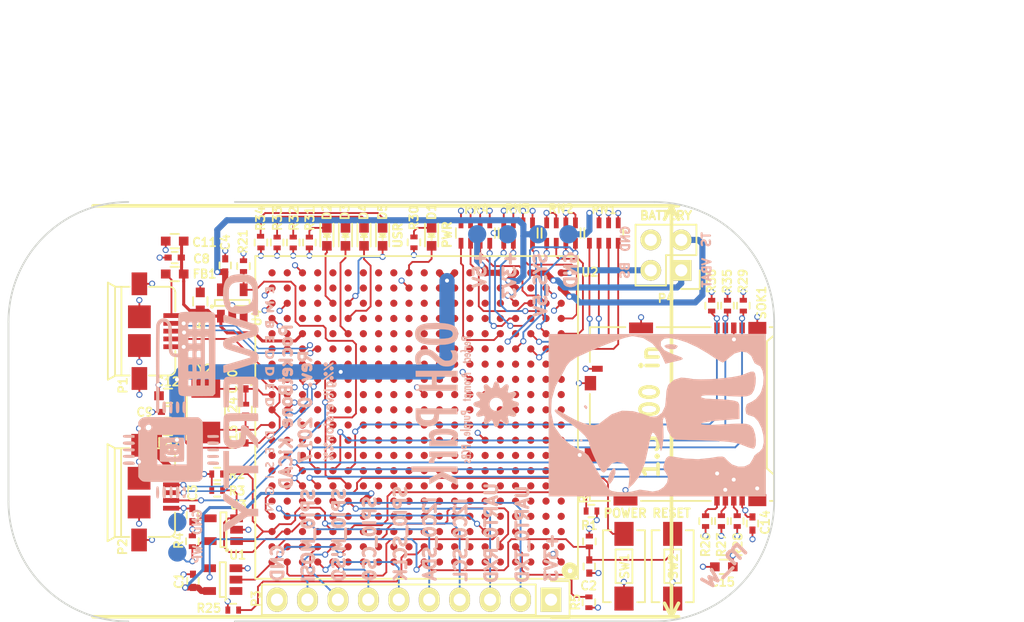
<source format=kicad_pcb>
(kicad_pcb (version 4) (host pcbnew 4.0.6)
  (layers (0 F.Cu signal) (1 In1.Cu power) (2 In2.Cu power) (31 B.Cu signal) (34 B.Paste user hide) (35 F.Paste user hide) (36 B.SilkS user hide) (37 F.SilkS user hide) (38 B.Mask user) (39 F.Mask user) (44 Edge.Cuts user))
  (net 0 "")
  (net 1 GND)
  (net 2 "Net-(C2-Pad1)")
  (net 3 "Net-(U2-PadA19)")
  (net 4 PMIC_PGOOD)
  (net 5 "Net-(U2-PadB20)")
  (net 6 "Net-(R5-Pad1)")
  (net 7 TRSTN)
  (net 8 "Net-(U2-PadB18)")
  (net 9 "Net-(U2-PadC6)")
  (net 10 MMC0_CD)
  (net 11 I2C0_SCL)
  (net 12 I2C0_SDA)
  (net 13 VDD_1V8)
  (net 14 "Net-(SW1-Pad2)")
  (net 15 VDD_RTC)
  (net 16 USB1_DRVVBUS)
  (net 17 MMC0_DAT3)
  (net 18 MMC0_DAT2)
  (net 19 MMC0_DAT1)
  (net 20 MMC0_DAT0)
  (net 21 MMC0_CLK)
  (net 22 MMC0_CMD)
  (net 23 "Net-(C13-Pad1)")
  (net 24 OSC0_GND)
  (net 25 "Net-(C10-Pad1)")
  (net 26 USB0_VBUS)
  (net 27 USB0_ID)
  (net 28 USB1_ID)
  (net 29 USR2_LED)
  (net 30 USB1_VBUS)
  (net 31 USR1_LED)
  (net 32 +3V3)
  (net 33 USR0_LED)
  (net 34 USR3_LED)
  (net 35 SYS_5V)
  (net 36 +5V)
  (net 37 3P3AUX)
  (net 38 "Net-(R4-Pad2)")
  (net 39 "Net-(D1-Pad1)")
  (net 40 "Net-(D2-Pad1)")
  (net 41 "Net-(D3-Pad1)")
  (net 42 "Net-(D4-Pad1)")
  (net 43 "Net-(D5-Pad1)")
  (net 44 "Net-(FB1-Pad2)")
  (net 45 "Net-(FB2-Pad2)")
  (net 46 USB1_D_N)
  (net 47 USB1_D_P)
  (net 48 USB0_D_N)
  (net 49 USB0_D_P)
  (net 50 UART0_TXD)
  (net 51 UART0_RXD)
  (net 52 SPI_CS0)
  (net 53 SPI_CLK)
  (net 54 SPI_MOSI)
  (net 55 SPI_MISO)
  (net 56 "Net-(RN1-Pad8)")
  (net 57 "Net-(RN1-Pad7)")
  (net 58 "Net-(RN1-Pad6)")
  (net 59 "Net-(RN1-Pad5)")
  (net 60 "Net-(RN2-Pad2)")
  (net 61 "Net-(RN2-Pad3)")
  (net 62 "Net-(RN2-Pad1)")
  (net 63 "Net-(RN2-Pad4)")
  (net 64 "Net-(RN3-Pad8)")
  (net 65 "Net-(RN3-Pad7)")
  (net 66 "Net-(RN3-Pad6)")
  (net 67 "Net-(RN3-Pad5)")
  (net 68 "Net-(RN4-Pad8)")
  (net 69 "Net-(RN4-Pad7)")
  (net 70 "Net-(RN4-Pad6)")
  (net 71 "Net-(RN4-Pad5)")
  (net 72 VBAT)
  (net 73 TS)
  (net 74 BAT_SENSE)
  (module libs:qwerty (layer B.Cu) (at 112.93856 111.75492 270)
    (fp_text reference G*** hide)
    (fp_text value LOGO hide)
  )
  (module Resistors_SMD:R_0402 (layer F.Cu) (at 145.72742 120.71858 180)
    (fp_text reference R37 (at 0.635 1.64592 270) (layer F.SilkS) (effects (font (size 0.7 0.7))))
    (fp_text value 10K)
    (pad 1 smd rect (at -0.45 0 180) (size 0.4 0.6) (layers F.Cu F.Paste F.Mask) (net 32 +3V3))
    (pad 2 smd rect (at 0.45 0 180) (size 0.4 0.6) (layers F.Cu F.Paste F.Mask) (net 10 MMC0_CD))
  )
  (module pocketbone-kicad:BGA-400-1-27mm (layer F.Cu) (at 131.13512 112.90554 90)
    (fp_text reference U2 (at 12.1158 14.4526 180) (layer F.SilkS) (effects (font (size 0.7 0.7))))
    (fp_text value OSD3358)
    (pad A1 smd circle (at -12.065 12.065 180) (size 0.6 0.6) (layers F.Cu F.Paste F.Mask) (net 1 GND))
    (pad A2 smd circle (at -12.065 10.795 180) (size 0.6 0.6) (layers F.Cu F.Paste F.Mask))
    (pad A3 smd circle (at -12.065 9.525 180) (size 0.6 0.6) (layers F.Cu F.Paste F.Mask))
    (pad A4 smd circle (at -12.065 8.255 180) (size 0.6 0.6) (layers F.Cu F.Paste F.Mask))
    (pad A5 smd circle (at -12.065 6.985 180) (size 0.6 0.6) (layers F.Cu F.Paste F.Mask))
    (pad A6 smd circle (at -12.065 5.715 180) (size 0.6 0.6) (layers F.Cu F.Paste F.Mask))
    (pad A7 smd circle (at -12.065 4.445 180) (size 0.6 0.6) (layers F.Cu F.Paste F.Mask))
    (pad A8 smd circle (at -12.065 3.175 180) (size 0.6 0.6) (layers F.Cu F.Paste F.Mask))
    (pad A9 smd circle (at -12.065 1.905 180) (size 0.6 0.6) (layers F.Cu F.Paste F.Mask))
    (pad A10 smd circle (at -12.065 0.635 180) (size 0.6 0.6) (layers F.Cu F.Paste F.Mask) (net 2 "Net-(C2-Pad1)"))
    (pad A11 smd circle (at -12.065 -0.635 180) (size 0.6 0.6) (layers F.Cu F.Paste F.Mask))
    (pad A12 smd circle (at -12.065 -1.905 180) (size 0.6 0.6) (layers F.Cu F.Paste F.Mask))
    (pad A13 smd circle (at -12.065 -3.175 180) (size 0.6 0.6) (layers F.Cu F.Paste F.Mask))
    (pad A14 smd circle (at -12.065 -4.445 180) (size 0.6 0.6) (layers F.Cu F.Paste F.Mask))
    (pad A15 smd circle (at -12.065 -5.715 180) (size 0.6 0.6) (layers F.Cu F.Paste F.Mask))
    (pad A16 smd circle (at -12.065 -6.985 180) (size 0.6 0.6) (layers F.Cu F.Paste F.Mask) (net 52 SPI_CS0))
    (pad A17 smd circle (at -12.065 -8.255 180) (size 0.6 0.6) (layers F.Cu F.Paste F.Mask) (net 53 SPI_CLK))
    (pad A18 smd circle (at -12.065 -9.525 180) (size 0.6 0.6) (layers F.Cu F.Paste F.Mask))
    (pad A19 smd circle (at -12.065 -10.795 180) (size 0.6 0.6) (layers F.Cu F.Paste F.Mask) (net 3 "Net-(U2-PadA19)"))
    (pad A20 smd circle (at -12.065 -12.065 180) (size 0.6 0.6) (layers F.Cu F.Paste F.Mask) (net 4 PMIC_PGOOD))
    (pad B2 smd circle (at -10.795 10.795 180) (size 0.6 0.6) (layers F.Cu F.Paste F.Mask))
    (pad B5 smd circle (at -10.795 6.985 180) (size 0.6 0.6) (layers F.Cu F.Paste F.Mask) (net 5 "Net-(U2-PadB20)"))
    (pad B3 smd circle (at -10.795 9.525 180) (size 0.6 0.6) (layers F.Cu F.Paste F.Mask))
    (pad B4 smd circle (at -10.795 8.255 180) (size 0.6 0.6) (layers F.Cu F.Paste F.Mask) (net 6 "Net-(R5-Pad1)"))
    (pad B1 smd circle (at -10.795 12.065 180) (size 0.6 0.6) (layers F.Cu F.Paste F.Mask))
    (pad B6 smd circle (at -10.795 5.715 180) (size 0.6 0.6) (layers F.Cu F.Paste F.Mask))
    (pad B7 smd circle (at -10.795 4.445 180) (size 0.6 0.6) (layers F.Cu F.Paste F.Mask))
    (pad B8 smd circle (at -10.795 3.175 180) (size 0.6 0.6) (layers F.Cu F.Paste F.Mask))
    (pad B9 smd circle (at -10.795 1.905 180) (size 0.6 0.6) (layers F.Cu F.Paste F.Mask))
    (pad B10 smd circle (at -10.795 0.635 180) (size 0.6 0.6) (layers F.Cu F.Paste F.Mask) (net 7 TRSTN))
    (pad B11 smd circle (at -10.795 -0.635 180) (size 0.6 0.6) (layers F.Cu F.Paste F.Mask))
    (pad B12 smd circle (at -10.795 -1.905 180) (size 0.6 0.6) (layers F.Cu F.Paste F.Mask))
    (pad B13 smd circle (at -10.795 -3.175 180) (size 0.6 0.6) (layers F.Cu F.Paste F.Mask))
    (pad B14 smd circle (at -10.795 -4.445 180) (size 0.6 0.6) (layers F.Cu F.Paste F.Mask))
    (pad B15 smd circle (at -10.795 -5.715 180) (size 0.6 0.6) (layers F.Cu F.Paste F.Mask) (net 4 PMIC_PGOOD))
    (pad B16 smd circle (at -10.795 -6.985 180) (size 0.6 0.6) (layers F.Cu F.Paste F.Mask) (net 54 SPI_MOSI))
    (pad B17 smd circle (at -10.795 -8.255 180) (size 0.6 0.6) (layers F.Cu F.Paste F.Mask) (net 55 SPI_MISO))
    (pad B18 smd circle (at -10.795 -9.525 180) (size 0.6 0.6) (layers F.Cu F.Paste F.Mask) (net 8 "Net-(U2-PadB18)"))
    (pad B19 smd circle (at -10.795 -10.795 180) (size 0.6 0.6) (layers F.Cu F.Paste F.Mask) (net 8 "Net-(U2-PadB18)"))
    (pad B20 smd circle (at -10.795 -12.065 180) (size 0.6 0.6) (layers F.Cu F.Paste F.Mask) (net 5 "Net-(U2-PadB20)"))
    (pad C2 smd circle (at -9.525 10.795 180) (size 0.6 0.6) (layers F.Cu F.Paste F.Mask))
    (pad C5 smd circle (at -9.525 6.985 180) (size 0.6 0.6) (layers F.Cu F.Paste F.Mask) (net 3 "Net-(U2-PadA19)"))
    (pad C3 smd circle (at -9.525 9.525 180) (size 0.6 0.6) (layers F.Cu F.Paste F.Mask))
    (pad C4 smd circle (at -9.525 8.255 180) (size 0.6 0.6) (layers F.Cu F.Paste F.Mask))
    (pad C1 smd circle (at -9.525 12.065 180) (size 0.6 0.6) (layers F.Cu F.Paste F.Mask))
    (pad C6 smd circle (at -9.525 5.715 180) (size 0.6 0.6) (layers F.Cu F.Paste F.Mask) (net 9 "Net-(U2-PadC6)"))
    (pad C7 smd circle (at -9.525 4.445 180) (size 0.6 0.6) (layers F.Cu F.Paste F.Mask))
    (pad C8 smd circle (at -9.525 3.175 180) (size 0.6 0.6) (layers F.Cu F.Paste F.Mask))
    (pad C9 smd circle (at -9.525 1.905 180) (size 0.6 0.6) (layers F.Cu F.Paste F.Mask))
    (pad C10 smd circle (at -9.525 0.635 180) (size 0.6 0.6) (layers F.Cu F.Paste F.Mask))
    (pad C11 smd circle (at -9.525 -0.635 180) (size 0.6 0.6) (layers F.Cu F.Paste F.Mask))
    (pad C12 smd circle (at -9.525 -1.905 180) (size 0.6 0.6) (layers F.Cu F.Paste F.Mask))
    (pad C13 smd circle (at -9.525 -3.175 180) (size 0.6 0.6) (layers F.Cu F.Paste F.Mask))
    (pad C14 smd circle (at -9.525 -4.445 180) (size 0.6 0.6) (layers F.Cu F.Paste F.Mask))
    (pad C15 smd circle (at -9.525 -5.715 180) (size 0.6 0.6) (layers F.Cu F.Paste F.Mask) (net 10 MMC0_CD))
    (pad C16 smd circle (at -9.525 -6.985 180) (size 0.6 0.6) (layers F.Cu F.Paste F.Mask) (net 11 I2C0_SCL))
    (pad C17 smd circle (at -9.525 -8.255 180) (size 0.6 0.6) (layers F.Cu F.Paste F.Mask) (net 12 I2C0_SDA))
    (pad C18 smd circle (at -9.525 -9.525 180) (size 0.6 0.6) (layers F.Cu F.Paste F.Mask))
    (pad C19 smd circle (at -9.525 -10.795 180) (size 0.6 0.6) (layers F.Cu F.Paste F.Mask) (net 12 I2C0_SDA))
    (pad C20 smd circle (at -9.525 -12.065 180) (size 0.6 0.6) (layers F.Cu F.Paste F.Mask) (net 11 I2C0_SCL))
    (pad D2 smd circle (at -8.255 10.795 180) (size 0.6 0.6) (layers F.Cu F.Paste F.Mask))
    (pad D5 smd circle (at -8.255 6.985 180) (size 0.6 0.6) (layers F.Cu F.Paste F.Mask))
    (pad D3 smd circle (at -8.255 9.525 180) (size 0.6 0.6) (layers F.Cu F.Paste F.Mask))
    (pad D4 smd circle (at -8.255 8.255 180) (size 0.6 0.6) (layers F.Cu F.Paste F.Mask))
    (pad D1 smd circle (at -8.255 12.065 180) (size 0.6 0.6) (layers F.Cu F.Paste F.Mask))
    (pad D6 smd circle (at -8.255 5.715 180) (size 0.6 0.6) (layers F.Cu F.Paste F.Mask))
    (pad D7 smd circle (at -8.255 4.445 180) (size 0.6 0.6) (layers F.Cu F.Paste F.Mask))
    (pad D8 smd circle (at -8.255 3.175 180) (size 0.6 0.6) (layers F.Cu F.Paste F.Mask))
    (pad D9 smd circle (at -8.255 1.905 180) (size 0.6 0.6) (layers F.Cu F.Paste F.Mask))
    (pad D10 smd circle (at -8.255 0.635 180) (size 0.6 0.6) (layers F.Cu F.Paste F.Mask) (net 13 VDD_1V8))
    (pad D11 smd circle (at -8.255 -0.635 180) (size 0.6 0.6) (layers F.Cu F.Paste F.Mask))
    (pad D12 smd circle (at -8.255 -1.905 180) (size 0.6 0.6) (layers F.Cu F.Paste F.Mask))
    (pad D13 smd circle (at -8.255 -3.175 180) (size 0.6 0.6) (layers F.Cu F.Paste F.Mask))
    (pad D14 smd circle (at -8.255 -4.445 180) (size 0.6 0.6) (layers F.Cu F.Paste F.Mask))
    (pad D15 smd circle (at -8.255 -5.715 180) (size 0.6 0.6) (layers F.Cu F.Paste F.Mask))
    (pad D16 smd circle (at -8.255 -6.985 180) (size 0.6 0.6) (layers F.Cu F.Paste F.Mask))
    (pad D17 smd circle (at -8.255 -8.255 180) (size 0.6 0.6) (layers F.Cu F.Paste F.Mask))
    (pad D18 smd circle (at -8.255 -9.525 180) (size 0.6 0.6) (layers F.Cu F.Paste F.Mask))
    (pad D19 smd circle (at -8.255 -10.795 180) (size 0.6 0.6) (layers F.Cu F.Paste F.Mask) (net 9 "Net-(U2-PadC6)"))
    (pad D20 smd circle (at -8.255 -12.065 180) (size 0.6 0.6) (layers F.Cu F.Paste F.Mask) (net 14 "Net-(SW1-Pad2)"))
    (pad E2 smd circle (at -6.985 10.795 180) (size 0.6 0.6) (layers F.Cu F.Paste F.Mask))
    (pad E5 smd circle (at -6.985 6.985 180) (size 0.6 0.6) (layers F.Cu F.Paste F.Mask))
    (pad E3 smd circle (at -6.985 9.525 180) (size 0.6 0.6) (layers F.Cu F.Paste F.Mask))
    (pad E4 smd circle (at -6.985 8.255 180) (size 0.6 0.6) (layers F.Cu F.Paste F.Mask))
    (pad E1 smd circle (at -6.985 12.065 180) (size 0.6 0.6) (layers F.Cu F.Paste F.Mask))
    (pad E6 smd circle (at -6.985 5.715 180) (size 0.6 0.6) (layers F.Cu F.Paste F.Mask))
    (pad E7 smd circle (at -6.985 4.445 180) (size 0.6 0.6) (layers F.Cu F.Paste F.Mask))
    (pad E8 smd circle (at -6.985 3.175 180) (size 0.6 0.6) (layers F.Cu F.Paste F.Mask))
    (pad E9 smd circle (at -6.985 1.905 180) (size 0.6 0.6) (layers F.Cu F.Paste F.Mask) (net 13 VDD_1V8))
    (pad E10 smd circle (at -6.985 0.635 180) (size 0.6 0.6) (layers F.Cu F.Paste F.Mask))
    (pad E11 smd circle (at -6.985 -0.635 180) (size 0.6 0.6) (layers F.Cu F.Paste F.Mask))
    (pad E12 smd circle (at -6.985 -1.905 180) (size 0.6 0.6) (layers F.Cu F.Paste F.Mask))
    (pad E13 smd circle (at -6.985 -3.175 180) (size 0.6 0.6) (layers F.Cu F.Paste F.Mask))
    (pad E14 smd circle (at -6.985 -4.445 180) (size 0.6 0.6) (layers F.Cu F.Paste F.Mask) (net 15 VDD_RTC))
    (pad E15 smd circle (at -6.985 -5.715 180) (size 0.6 0.6) (layers F.Cu F.Paste F.Mask) (net 51 UART0_RXD))
    (pad E16 smd circle (at -6.985 -6.985 180) (size 0.6 0.6) (layers F.Cu F.Paste F.Mask) (net 50 UART0_TXD))
    (pad E17 smd circle (at -6.985 -8.255 180) (size 0.6 0.6) (layers F.Cu F.Paste F.Mask))
    (pad E18 smd circle (at -6.985 -9.525 180) (size 0.6 0.6) (layers F.Cu F.Paste F.Mask))
    (pad E19 smd circle (at -6.985 -10.795 180) (size 0.6 0.6) (layers F.Cu F.Paste F.Mask))
    (pad E20 smd circle (at -6.985 -12.065 180) (size 0.6 0.6) (layers F.Cu F.Paste F.Mask))
    (pad F2 smd circle (at -5.715 10.795 180) (size 0.6 0.6) (layers F.Cu F.Paste F.Mask))
    (pad F5 smd circle (at -5.715 6.985 180) (size 0.6 0.6) (layers F.Cu F.Paste F.Mask))
    (pad F3 smd circle (at -5.715 9.525 180) (size 0.6 0.6) (layers F.Cu F.Paste F.Mask))
    (pad F4 smd circle (at -5.715 8.255 180) (size 0.6 0.6) (layers F.Cu F.Paste F.Mask))
    (pad F1 smd circle (at -5.715 12.065 180) (size 0.6 0.6) (layers F.Cu F.Paste F.Mask))
    (pad F6 smd circle (at -5.715 5.715 180) (size 0.6 0.6) (layers F.Cu F.Paste F.Mask))
    (pad F7 smd circle (at -5.715 4.445 180) (size 0.6 0.6) (layers F.Cu F.Paste F.Mask))
    (pad F8 smd circle (at -5.715 3.175 180) (size 0.6 0.6) (layers F.Cu F.Paste F.Mask))
    (pad F9 smd circle (at -5.715 1.905 180) (size 0.6 0.6) (layers F.Cu F.Paste F.Mask))
    (pad F10 smd circle (at -5.715 0.635 180) (size 0.6 0.6) (layers F.Cu F.Paste F.Mask))
    (pad F11 smd circle (at -5.715 -0.635 180) (size 0.6 0.6) (layers F.Cu F.Paste F.Mask))
    (pad F12 smd circle (at -5.715 -1.905 180) (size 0.6 0.6) (layers F.Cu F.Paste F.Mask))
    (pad F13 smd circle (at -5.715 -3.175 180) (size 0.6 0.6) (layers F.Cu F.Paste F.Mask))
    (pad F14 smd circle (at -5.715 -4.445 180) (size 0.6 0.6) (layers F.Cu F.Paste F.Mask))
    (pad F15 smd circle (at -5.715 -5.715 180) (size 0.6 0.6) (layers F.Cu F.Paste F.Mask) (net 16 USB1_DRVVBUS))
    (pad F16 smd circle (at -5.715 -6.985 180) (size 0.6 0.6) (layers F.Cu F.Paste F.Mask))
    (pad F17 smd circle (at -5.715 -8.255 180) (size 0.6 0.6) (layers F.Cu F.Paste F.Mask) (net 17 MMC0_DAT3))
    (pad F18 smd circle (at -5.715 -9.525 180) (size 0.6 0.6) (layers F.Cu F.Paste F.Mask) (net 18 MMC0_DAT2))
    (pad F19 smd circle (at -5.715 -10.795 180) (size 0.6 0.6) (layers F.Cu F.Paste F.Mask))
    (pad F20 smd circle (at -5.715 -12.065 180) (size 0.6 0.6) (layers F.Cu F.Paste F.Mask))
    (pad G2 smd circle (at -4.445 10.795 180) (size 0.6 0.6) (layers F.Cu F.Paste F.Mask))
    (pad G5 smd circle (at -4.445 6.985 180) (size 0.6 0.6) (layers F.Cu F.Paste F.Mask))
    (pad G3 smd circle (at -4.445 9.525 180) (size 0.6 0.6) (layers F.Cu F.Paste F.Mask))
    (pad G4 smd circle (at -4.445 8.255 180) (size 0.6 0.6) (layers F.Cu F.Paste F.Mask))
    (pad G1 smd circle (at -4.445 12.065 180) (size 0.6 0.6) (layers F.Cu F.Paste F.Mask))
    (pad G6 smd circle (at -4.445 5.715 180) (size 0.6 0.6) (layers F.Cu F.Paste F.Mask))
    (pad G7 smd circle (at -4.445 4.445 180) (size 0.6 0.6) (layers F.Cu F.Paste F.Mask))
    (pad G8 smd circle (at -4.445 3.175 180) (size 0.6 0.6) (layers F.Cu F.Paste F.Mask))
    (pad G9 smd circle (at -4.445 1.905 180) (size 0.6 0.6) (layers F.Cu F.Paste F.Mask))
    (pad G10 smd circle (at -4.445 0.635 180) (size 0.6 0.6) (layers F.Cu F.Paste F.Mask))
    (pad G11 smd circle (at -4.445 -0.635 180) (size 0.6 0.6) (layers F.Cu F.Paste F.Mask))
    (pad G12 smd circle (at -4.445 -1.905 180) (size 0.6 0.6) (layers F.Cu F.Paste F.Mask))
    (pad G13 smd circle (at -4.445 -3.175 180) (size 0.6 0.6) (layers F.Cu F.Paste F.Mask))
    (pad G14 smd circle (at -4.445 -4.445 180) (size 0.6 0.6) (layers F.Cu F.Paste F.Mask))
    (pad G15 smd circle (at -4.445 -5.715 180) (size 0.6 0.6) (layers F.Cu F.Paste F.Mask) (net 19 MMC0_DAT1))
    (pad G16 smd circle (at -4.445 -6.985 180) (size 0.6 0.6) (layers F.Cu F.Paste F.Mask) (net 20 MMC0_DAT0))
    (pad G17 smd circle (at -4.445 -8.255 180) (size 0.6 0.6) (layers F.Cu F.Paste F.Mask) (net 21 MMC0_CLK))
    (pad G18 smd circle (at -4.445 -9.525 180) (size 0.6 0.6) (layers F.Cu F.Paste F.Mask) (net 22 MMC0_CMD))
    (pad G19 smd circle (at -4.445 -10.795 180) (size 0.6 0.6) (layers F.Cu F.Paste F.Mask))
    (pad G20 smd circle (at -4.445 -12.065 180) (size 0.6 0.6) (layers F.Cu F.Paste F.Mask))
    (pad H2 smd circle (at -3.175 10.795 180) (size 0.6 0.6) (layers F.Cu F.Paste F.Mask))
    (pad H5 smd circle (at -3.175 6.985 180) (size 0.6 0.6) (layers F.Cu F.Paste F.Mask))
    (pad H3 smd circle (at -3.175 9.525 180) (size 0.6 0.6) (layers F.Cu F.Paste F.Mask))
    (pad H4 smd circle (at -3.175 8.255 180) (size 0.6 0.6) (layers F.Cu F.Paste F.Mask))
    (pad H1 smd circle (at -3.175 12.065 180) (size 0.6 0.6) (layers F.Cu F.Paste F.Mask))
    (pad H6 smd circle (at -3.175 5.715 180) (size 0.6 0.6) (layers F.Cu F.Paste F.Mask))
    (pad H7 smd circle (at -3.175 4.445 180) (size 0.6 0.6) (layers F.Cu F.Paste F.Mask))
    (pad H8 smd circle (at -3.175 3.175 180) (size 0.6 0.6) (layers F.Cu F.Paste F.Mask))
    (pad H9 smd circle (at -3.175 1.905 180) (size 0.6 0.6) (layers F.Cu F.Paste F.Mask))
    (pad H10 smd circle (at -3.175 0.635 180) (size 0.6 0.6) (layers F.Cu F.Paste F.Mask))
    (pad H11 smd circle (at -3.175 -0.635 180) (size 0.6 0.6) (layers F.Cu F.Paste F.Mask))
    (pad H12 smd circle (at -3.175 -1.905 180) (size 0.6 0.6) (layers F.Cu F.Paste F.Mask))
    (pad H13 smd circle (at -3.175 -3.175 180) (size 0.6 0.6) (layers F.Cu F.Paste F.Mask))
    (pad H14 smd circle (at -3.175 -4.445 180) (size 0.6 0.6) (layers F.Cu F.Paste F.Mask))
    (pad H15 smd circle (at -3.175 -5.715 180) (size 0.6 0.6) (layers F.Cu F.Paste F.Mask))
    (pad H16 smd circle (at -3.175 -6.985 180) (size 0.6 0.6) (layers F.Cu F.Paste F.Mask))
    (pad H17 smd circle (at -3.175 -8.255 180) (size 0.6 0.6) (layers F.Cu F.Paste F.Mask))
    (pad H18 smd circle (at -3.175 -9.525 180) (size 0.6 0.6) (layers F.Cu F.Paste F.Mask))
    (pad H19 smd circle (at -3.175 -10.795 180) (size 0.6 0.6) (layers F.Cu F.Paste F.Mask))
    (pad H20 smd circle (at -3.175 -12.065 180) (size 0.6 0.6) (layers F.Cu F.Paste F.Mask))
    (pad J2 smd circle (at -1.905 10.795 180) (size 0.6 0.6) (layers F.Cu F.Paste F.Mask))
    (pad J5 smd circle (at -1.905 6.985 180) (size 0.6 0.6) (layers F.Cu F.Paste F.Mask))
    (pad J3 smd circle (at -1.905 9.525 180) (size 0.6 0.6) (layers F.Cu F.Paste F.Mask))
    (pad J4 smd circle (at -1.905 8.255 180) (size 0.6 0.6) (layers F.Cu F.Paste F.Mask))
    (pad J1 smd circle (at -1.905 12.065 180) (size 0.6 0.6) (layers F.Cu F.Paste F.Mask))
    (pad J6 smd circle (at -1.905 5.715 180) (size 0.6 0.6) (layers F.Cu F.Paste F.Mask) (net 1 GND))
    (pad J7 smd circle (at -1.905 4.445 180) (size 0.6 0.6) (layers F.Cu F.Paste F.Mask))
    (pad J8 smd circle (at -1.905 3.175 180) (size 0.6 0.6) (layers F.Cu F.Paste F.Mask))
    (pad J9 smd circle (at -1.905 1.905 180) (size 0.6 0.6) (layers F.Cu F.Paste F.Mask))
    (pad J10 smd circle (at -1.905 0.635 180) (size 0.6 0.6) (layers F.Cu F.Paste F.Mask))
    (pad J11 smd circle (at -1.905 -0.635 180) (size 0.6 0.6) (layers F.Cu F.Paste F.Mask))
    (pad J12 smd circle (at -1.905 -1.905 180) (size 0.6 0.6) (layers F.Cu F.Paste F.Mask))
    (pad J13 smd circle (at -1.905 -3.175 180) (size 0.6 0.6) (layers F.Cu F.Paste F.Mask))
    (pad J14 smd circle (at -1.905 -4.445 180) (size 0.6 0.6) (layers F.Cu F.Paste F.Mask))
    (pad J15 smd circle (at -1.905 -5.715 180) (size 0.6 0.6) (layers F.Cu F.Paste F.Mask))
    (pad J16 smd circle (at -1.905 -6.985 180) (size 0.6 0.6) (layers F.Cu F.Paste F.Mask))
    (pad J17 smd circle (at -1.905 -8.255 180) (size 0.6 0.6) (layers F.Cu F.Paste F.Mask))
    (pad J18 smd circle (at -1.905 -9.525 180) (size 0.6 0.6) (layers F.Cu F.Paste F.Mask))
    (pad J19 smd circle (at -1.905 -10.795 180) (size 0.6 0.6) (layers F.Cu F.Paste F.Mask))
    (pad J20 smd circle (at -1.905 -12.065 180) (size 0.6 0.6) (layers F.Cu F.Paste F.Mask))
    (pad K2 smd circle (at -0.635 10.795 180) (size 0.6 0.6) (layers F.Cu F.Paste F.Mask))
    (pad K5 smd circle (at -0.635 6.985 180) (size 0.6 0.6) (layers F.Cu F.Paste F.Mask))
    (pad K3 smd circle (at -0.635 9.525 180) (size 0.6 0.6) (layers F.Cu F.Paste F.Mask))
    (pad K4 smd circle (at -0.635 8.255 180) (size 0.6 0.6) (layers F.Cu F.Paste F.Mask))
    (pad K1 smd circle (at -0.635 12.065 180) (size 0.6 0.6) (layers F.Cu F.Paste F.Mask))
    (pad K6 smd circle (at -0.635 5.715 180) (size 0.6 0.6) (layers F.Cu F.Paste F.Mask))
    (pad K7 smd circle (at -0.635 4.445 180) (size 0.6 0.6) (layers F.Cu F.Paste F.Mask))
    (pad K8 smd circle (at -0.635 3.175 180) (size 0.6 0.6) (layers F.Cu F.Paste F.Mask))
    (pad K9 smd circle (at -0.635 1.905 180) (size 0.6 0.6) (layers F.Cu F.Paste F.Mask))
    (pad K10 smd circle (at -0.635 0.635 180) (size 0.6 0.6) (layers F.Cu F.Paste F.Mask))
    (pad K11 smd circle (at -0.635 -0.635 180) (size 0.6 0.6) (layers F.Cu F.Paste F.Mask))
    (pad K12 smd circle (at -0.635 -1.905 180) (size 0.6 0.6) (layers F.Cu F.Paste F.Mask))
    (pad K13 smd circle (at -0.635 -3.175 180) (size 0.6 0.6) (layers F.Cu F.Paste F.Mask))
    (pad K14 smd circle (at -0.635 -4.445 180) (size 0.6 0.6) (layers F.Cu F.Paste F.Mask))
    (pad K15 smd circle (at -0.635 -5.715 180) (size 0.6 0.6) (layers F.Cu F.Paste F.Mask))
    (pad K16 smd circle (at -0.635 -6.985 180) (size 0.6 0.6) (layers F.Cu F.Paste F.Mask))
    (pad K17 smd circle (at -0.635 -8.255 180) (size 0.6 0.6) (layers F.Cu F.Paste F.Mask))
    (pad K18 smd circle (at -0.635 -9.525 180) (size 0.6 0.6) (layers F.Cu F.Paste F.Mask))
    (pad K19 smd circle (at -0.635 -10.795 180) (size 0.6 0.6) (layers F.Cu F.Paste F.Mask))
    (pad K20 smd circle (at -0.635 -12.065 180) (size 0.6 0.6) (layers F.Cu F.Paste F.Mask) (net 23 "Net-(C13-Pad1)"))
    (pad L13 smd circle (at 0.635 -3.175 180) (size 0.6 0.6) (layers F.Cu F.Paste F.Mask))
    (pad L11 smd circle (at 0.635 -0.635 180) (size 0.6 0.6) (layers F.Cu F.Paste F.Mask))
    (pad L12 smd circle (at 0.635 -1.905 180) (size 0.6 0.6) (layers F.Cu F.Paste F.Mask))
    (pad L10 smd circle (at 0.635 0.635 180) (size 0.6 0.6) (layers F.Cu F.Paste F.Mask))
    (pad L8 smd circle (at 0.635 3.175 180) (size 0.6 0.6) (layers F.Cu F.Paste F.Mask))
    (pad L9 smd circle (at 0.635 1.905 180) (size 0.6 0.6) (layers F.Cu F.Paste F.Mask))
    (pad L7 smd circle (at 0.635 4.445 180) (size 0.6 0.6) (layers F.Cu F.Paste F.Mask))
    (pad L3 smd circle (at 0.635 9.525 180) (size 0.6 0.6) (layers F.Cu F.Paste F.Mask))
    (pad L1 smd circle (at 0.635 12.065 180) (size 0.6 0.6) (layers F.Cu F.Paste F.Mask))
    (pad L2 smd circle (at 0.635 10.795 180) (size 0.6 0.6) (layers F.Cu F.Paste F.Mask))
    (pad L4 smd circle (at 0.635 8.255 180) (size 0.6 0.6) (layers F.Cu F.Paste F.Mask))
    (pad L5 smd circle (at 0.635 6.985 180) (size 0.6 0.6) (layers F.Cu F.Paste F.Mask))
    (pad L6 smd circle (at 0.635 5.715 180) (size 0.6 0.6) (layers F.Cu F.Paste F.Mask))
    (pad L15 smd circle (at 0.635 -5.715 180) (size 0.6 0.6) (layers F.Cu F.Paste F.Mask))
    (pad L16 smd circle (at 0.635 -6.985 180) (size 0.6 0.6) (layers F.Cu F.Paste F.Mask))
    (pad L14 smd circle (at 0.635 -4.445 180) (size 0.6 0.6) (layers F.Cu F.Paste F.Mask))
    (pad L17 smd circle (at 0.635 -8.255 180) (size 0.6 0.6) (layers F.Cu F.Paste F.Mask))
    (pad L18 smd circle (at 0.635 -9.525 180) (size 0.6 0.6) (layers F.Cu F.Paste F.Mask))
    (pad L19 smd circle (at 0.635 -10.795 180) (size 0.6 0.6) (layers F.Cu F.Paste F.Mask) (net 1 GND))
    (pad L20 smd circle (at 0.635 -12.065 180) (size 0.6 0.6) (layers F.Cu F.Paste F.Mask) (net 24 OSC0_GND))
    (pad M13 smd circle (at 1.905 -3.175 180) (size 0.6 0.6) (layers F.Cu F.Paste F.Mask))
    (pad M11 smd circle (at 1.905 -0.635 180) (size 0.6 0.6) (layers F.Cu F.Paste F.Mask))
    (pad M12 smd circle (at 1.905 -1.905 180) (size 0.6 0.6) (layers F.Cu F.Paste F.Mask))
    (pad M10 smd circle (at 1.905 0.635 180) (size 0.6 0.6) (layers F.Cu F.Paste F.Mask) (net 1 GND))
    (pad M8 smd circle (at 1.905 3.175 180) (size 0.6 0.6) (layers F.Cu F.Paste F.Mask))
    (pad M9 smd circle (at 1.905 1.905 180) (size 0.6 0.6) (layers F.Cu F.Paste F.Mask))
    (pad M7 smd circle (at 1.905 4.445 180) (size 0.6 0.6) (layers F.Cu F.Paste F.Mask))
    (pad M3 smd circle (at 1.905 9.525 180) (size 0.6 0.6) (layers F.Cu F.Paste F.Mask))
    (pad M1 smd circle (at 1.905 12.065 180) (size 0.6 0.6) (layers F.Cu F.Paste F.Mask))
    (pad M2 smd circle (at 1.905 10.795 180) (size 0.6 0.6) (layers F.Cu F.Paste F.Mask))
    (pad M4 smd circle (at 1.905 8.255 180) (size 0.6 0.6) (layers F.Cu F.Paste F.Mask))
    (pad M5 smd circle (at 1.905 6.985 180) (size 0.6 0.6) (layers F.Cu F.Paste F.Mask))
    (pad M6 smd circle (at 1.905 5.715 180) (size 0.6 0.6) (layers F.Cu F.Paste F.Mask))
    (pad M15 smd circle (at 1.905 -5.715 180) (size 0.6 0.6) (layers F.Cu F.Paste F.Mask))
    (pad M16 smd circle (at 1.905 -6.985 180) (size 0.6 0.6) (layers F.Cu F.Paste F.Mask))
    (pad M14 smd circle (at 1.905 -4.445 180) (size 0.6 0.6) (layers F.Cu F.Paste F.Mask))
    (pad M17 smd circle (at 1.905 -8.255 180) (size 0.6 0.6) (layers F.Cu F.Paste F.Mask))
    (pad M18 smd circle (at 1.905 -9.525 180) (size 0.6 0.6) (layers F.Cu F.Paste F.Mask))
    (pad M19 smd circle (at 1.905 -10.795 180) (size 0.6 0.6) (layers F.Cu F.Paste F.Mask) (net 1 GND))
    (pad M20 smd circle (at 1.905 -12.065 180) (size 0.6 0.6) (layers F.Cu F.Paste F.Mask) (net 25 "Net-(C10-Pad1)"))
    (pad N13 smd circle (at 3.175 -3.175 180) (size 0.6 0.6) (layers F.Cu F.Paste F.Mask))
    (pad N11 smd circle (at 3.175 -0.635 180) (size 0.6 0.6) (layers F.Cu F.Paste F.Mask))
    (pad N12 smd circle (at 3.175 -1.905 180) (size 0.6 0.6) (layers F.Cu F.Paste F.Mask))
    (pad N10 smd circle (at 3.175 0.635 180) (size 0.6 0.6) (layers F.Cu F.Paste F.Mask))
    (pad N8 smd circle (at 3.175 3.175 180) (size 0.6 0.6) (layers F.Cu F.Paste F.Mask))
    (pad N9 smd circle (at 3.175 1.905 180) (size 0.6 0.6) (layers F.Cu F.Paste F.Mask))
    (pad N7 smd circle (at 3.175 4.445 180) (size 0.6 0.6) (layers F.Cu F.Paste F.Mask) (net 1 GND))
    (pad N3 smd circle (at 3.175 9.525 180) (size 0.6 0.6) (layers F.Cu F.Paste F.Mask))
    (pad N1 smd circle (at 3.175 12.065 180) (size 0.6 0.6) (layers F.Cu F.Paste F.Mask))
    (pad N2 smd circle (at 3.175 10.795 180) (size 0.6 0.6) (layers F.Cu F.Paste F.Mask))
    (pad N4 smd circle (at 3.175 8.255 180) (size 0.6 0.6) (layers F.Cu F.Paste F.Mask))
    (pad N5 smd circle (at 3.175 6.985 180) (size 0.6 0.6) (layers F.Cu F.Paste F.Mask))
    (pad N6 smd circle (at 3.175 5.715 180) (size 0.6 0.6) (layers F.Cu F.Paste F.Mask))
    (pad N15 smd circle (at 3.175 -5.715 180) (size 0.6 0.6) (layers F.Cu F.Paste F.Mask))
    (pad N16 smd circle (at 3.175 -6.985 180) (size 0.6 0.6) (layers F.Cu F.Paste F.Mask))
    (pad N14 smd circle (at 3.175 -4.445 180) (size 0.6 0.6) (layers F.Cu F.Paste F.Mask))
    (pad N17 smd circle (at 3.175 -8.255 180) (size 0.6 0.6) (layers F.Cu F.Paste F.Mask) (net 49 USB0_D_P))
    (pad N18 smd circle (at 3.175 -9.525 180) (size 0.6 0.6) (layers F.Cu F.Paste F.Mask) (net 48 USB0_D_N))
    (pad N19 smd circle (at 3.175 -10.795 180) (size 0.6 0.6) (layers F.Cu F.Paste F.Mask))
    (pad N20 smd circle (at 3.175 -12.065 180) (size 0.6 0.6) (layers F.Cu F.Paste F.Mask))
    (pad P13 smd circle (at 4.445 -3.175 180) (size 0.6 0.6) (layers F.Cu F.Paste F.Mask))
    (pad P11 smd circle (at 4.445 -0.635 180) (size 0.6 0.6) (layers F.Cu F.Paste F.Mask))
    (pad P12 smd circle (at 4.445 -1.905 180) (size 0.6 0.6) (layers F.Cu F.Paste F.Mask))
    (pad P10 smd circle (at 4.445 0.635 180) (size 0.6 0.6) (layers F.Cu F.Paste F.Mask))
    (pad P8 smd circle (at 4.445 3.175 180) (size 0.6 0.6) (layers F.Cu F.Paste F.Mask))
    (pad P9 smd circle (at 4.445 1.905 180) (size 0.6 0.6) (layers F.Cu F.Paste F.Mask))
    (pad P7 smd circle (at 4.445 4.445 180) (size 0.6 0.6) (layers F.Cu F.Paste F.Mask))
    (pad P3 smd circle (at 4.445 9.525 180) (size 0.6 0.6) (layers F.Cu F.Paste F.Mask))
    (pad P1 smd circle (at 4.445 12.065 180) (size 0.6 0.6) (layers F.Cu F.Paste F.Mask))
    (pad P2 smd circle (at 4.445 10.795 180) (size 0.6 0.6) (layers F.Cu F.Paste F.Mask))
    (pad P4 smd circle (at 4.445 8.255 180) (size 0.6 0.6) (layers F.Cu F.Paste F.Mask))
    (pad P5 smd circle (at 4.445 6.985 180) (size 0.6 0.6) (layers F.Cu F.Paste F.Mask))
    (pad P6 smd circle (at 4.445 5.715 180) (size 0.6 0.6) (layers F.Cu F.Paste F.Mask))
    (pad P15 smd circle (at 4.445 -5.715 180) (size 0.6 0.6) (layers F.Cu F.Paste F.Mask) (net 26 USB0_VBUS))
    (pad P16 smd circle (at 4.445 -6.985 180) (size 0.6 0.6) (layers F.Cu F.Paste F.Mask) (net 27 USB0_ID))
    (pad P14 smd circle (at 4.445 -4.445 180) (size 0.6 0.6) (layers F.Cu F.Paste F.Mask))
    (pad P17 smd circle (at 4.445 -8.255 180) (size 0.6 0.6) (layers F.Cu F.Paste F.Mask) (net 28 USB1_ID))
    (pad P18 smd circle (at 4.445 -9.525 180) (size 0.6 0.6) (layers F.Cu F.Paste F.Mask))
    (pad P19 smd circle (at 4.445 -10.795 180) (size 0.6 0.6) (layers F.Cu F.Paste F.Mask))
    (pad P20 smd circle (at 4.445 -12.065 180) (size 0.6 0.6) (layers F.Cu F.Paste F.Mask))
    (pad R13 smd circle (at 5.715 -3.175 180) (size 0.6 0.6) (layers F.Cu F.Paste F.Mask))
    (pad R11 smd circle (at 5.715 -0.635 180) (size 0.6 0.6) (layers F.Cu F.Paste F.Mask))
    (pad R12 smd circle (at 5.715 -1.905 180) (size 0.6 0.6) (layers F.Cu F.Paste F.Mask))
    (pad R10 smd circle (at 5.715 0.635 180) (size 0.6 0.6) (layers F.Cu F.Paste F.Mask))
    (pad R8 smd circle (at 5.715 3.175 180) (size 0.6 0.6) (layers F.Cu F.Paste F.Mask))
    (pad R9 smd circle (at 5.715 1.905 180) (size 0.6 0.6) (layers F.Cu F.Paste F.Mask))
    (pad R7 smd circle (at 5.715 4.445 180) (size 0.6 0.6) (layers F.Cu F.Paste F.Mask))
    (pad R3 smd circle (at 5.715 9.525 180) (size 0.6 0.6) (layers F.Cu F.Paste F.Mask) (net 58 "Net-(RN1-Pad6)"))
    (pad R1 smd circle (at 5.715 12.065 180) (size 0.6 0.6) (layers F.Cu F.Paste F.Mask) (net 56 "Net-(RN1-Pad8)"))
    (pad R2 smd circle (at 5.715 10.795 180) (size 0.6 0.6) (layers F.Cu F.Paste F.Mask) (net 57 "Net-(RN1-Pad7)"))
    (pad R4 smd circle (at 5.715 8.255 180) (size 0.6 0.6) (layers F.Cu F.Paste F.Mask) (net 62 "Net-(RN2-Pad1)"))
    (pad R5 smd circle (at 5.715 6.985 180) (size 0.6 0.6) (layers F.Cu F.Paste F.Mask))
    (pad R6 smd circle (at 5.715 5.715 180) (size 0.6 0.6) (layers F.Cu F.Paste F.Mask))
    (pad R15 smd circle (at 5.715 -5.715 180) (size 0.6 0.6) (layers F.Cu F.Paste F.Mask))
    (pad R16 smd circle (at 5.715 -6.985 180) (size 0.6 0.6) (layers F.Cu F.Paste F.Mask))
    (pad R14 smd circle (at 5.715 -4.445 180) (size 0.6 0.6) (layers F.Cu F.Paste F.Mask))
    (pad R17 smd circle (at 5.715 -8.255 180) (size 0.6 0.6) (layers F.Cu F.Paste F.Mask) (net 47 USB1_D_P))
    (pad R18 smd circle (at 5.715 -9.525 180) (size 0.6 0.6) (layers F.Cu F.Paste F.Mask) (net 46 USB1_D_N))
    (pad R19 smd circle (at 5.715 -10.795 180) (size 0.6 0.6) (layers F.Cu F.Paste F.Mask))
    (pad R20 smd circle (at 5.715 -12.065 180) (size 0.6 0.6) (layers F.Cu F.Paste F.Mask))
    (pad T13 smd circle (at 6.985 -3.175 180) (size 0.6 0.6) (layers F.Cu F.Paste F.Mask))
    (pad T11 smd circle (at 6.985 -0.635 180) (size 0.6 0.6) (layers F.Cu F.Paste F.Mask))
    (pad T12 smd circle (at 6.985 -1.905 180) (size 0.6 0.6) (layers F.Cu F.Paste F.Mask))
    (pad T10 smd circle (at 6.985 0.635 180) (size 0.6 0.6) (layers F.Cu F.Paste F.Mask))
    (pad T8 smd circle (at 6.985 3.175 180) (size 0.6 0.6) (layers F.Cu F.Paste F.Mask))
    (pad T9 smd circle (at 6.985 1.905 180) (size 0.6 0.6) (layers F.Cu F.Paste F.Mask))
    (pad T7 smd circle (at 6.985 4.445 180) (size 0.6 0.6) (layers F.Cu F.Paste F.Mask))
    (pad T3 smd circle (at 6.985 9.525 180) (size 0.6 0.6) (layers F.Cu F.Paste F.Mask) (net 59 "Net-(RN1-Pad5)"))
    (pad T1 smd circle (at 6.985 12.065 180) (size 0.6 0.6) (layers F.Cu F.Paste F.Mask) (net 60 "Net-(RN2-Pad2)"))
    (pad T2 smd circle (at 6.985 10.795 180) (size 0.6 0.6) (layers F.Cu F.Paste F.Mask) (net 61 "Net-(RN2-Pad3)"))
    (pad T4 smd circle (at 6.985 8.255 180) (size 0.6 0.6) (layers F.Cu F.Paste F.Mask) (net 64 "Net-(RN3-Pad8)"))
    (pad T5 smd circle (at 6.985 6.985 180) (size 0.6 0.6) (layers F.Cu F.Paste F.Mask) (net 71 "Net-(RN4-Pad5)"))
    (pad T6 smd circle (at 6.985 5.715 180) (size 0.6 0.6) (layers F.Cu F.Paste F.Mask))
    (pad T15 smd circle (at 6.985 -5.715 180) (size 0.6 0.6) (layers F.Cu F.Paste F.Mask) (net 29 USR2_LED))
    (pad T16 smd circle (at 6.985 -6.985 180) (size 0.6 0.6) (layers F.Cu F.Paste F.Mask))
    (pad T14 smd circle (at 6.985 -4.445 180) (size 0.6 0.6) (layers F.Cu F.Paste F.Mask))
    (pad T17 smd circle (at 6.985 -8.255 180) (size 0.6 0.6) (layers F.Cu F.Paste F.Mask))
    (pad T18 smd circle (at 6.985 -9.525 180) (size 0.6 0.6) (layers F.Cu F.Paste F.Mask) (net 30 USB1_VBUS))
    (pad T19 smd circle (at 6.985 -10.795 180) (size 0.6 0.6) (layers F.Cu F.Paste F.Mask))
    (pad T20 smd circle (at 6.985 -12.065 180) (size 0.6 0.6) (layers F.Cu F.Paste F.Mask))
    (pad U13 smd circle (at 8.255 -3.175 180) (size 0.6 0.6) (layers F.Cu F.Paste F.Mask))
    (pad U11 smd circle (at 8.255 -0.635 180) (size 0.6 0.6) (layers F.Cu F.Paste F.Mask))
    (pad U12 smd circle (at 8.255 -1.905 180) (size 0.6 0.6) (layers F.Cu F.Paste F.Mask))
    (pad U10 smd circle (at 8.255 0.635 180) (size 0.6 0.6) (layers F.Cu F.Paste F.Mask))
    (pad U8 smd circle (at 8.255 3.175 180) (size 0.6 0.6) (layers F.Cu F.Paste F.Mask))
    (pad U9 smd circle (at 8.255 1.905 180) (size 0.6 0.6) (layers F.Cu F.Paste F.Mask))
    (pad U7 smd circle (at 8.255 4.445 180) (size 0.6 0.6) (layers F.Cu F.Paste F.Mask))
    (pad U3 smd circle (at 8.255 9.525 180) (size 0.6 0.6) (layers F.Cu F.Paste F.Mask) (net 67 "Net-(RN3-Pad5)"))
    (pad U1 smd circle (at 8.255 12.065 180) (size 0.6 0.6) (layers F.Cu F.Paste F.Mask) (net 65 "Net-(RN3-Pad7)"))
    (pad U2 smd circle (at 8.255 10.795 180) (size 0.6 0.6) (layers F.Cu F.Paste F.Mask) (net 66 "Net-(RN3-Pad6)"))
    (pad U4 smd circle (at 8.255 8.255 180) (size 0.6 0.6) (layers F.Cu F.Paste F.Mask) (net 68 "Net-(RN4-Pad8)"))
    (pad U5 smd circle (at 8.255 6.985 180) (size 0.6 0.6) (layers F.Cu F.Paste F.Mask))
    (pad U6 smd circle (at 8.255 5.715 180) (size 0.6 0.6) (layers F.Cu F.Paste F.Mask))
    (pad U15 smd circle (at 8.255 -5.715 180) (size 0.6 0.6) (layers F.Cu F.Paste F.Mask) (net 31 USR1_LED))
    (pad U16 smd circle (at 8.255 -6.985 180) (size 0.6 0.6) (layers F.Cu F.Paste F.Mask))
    (pad U14 smd circle (at 8.255 -4.445 180) (size 0.6 0.6) (layers F.Cu F.Paste F.Mask))
    (pad U17 smd circle (at 8.255 -8.255 180) (size 0.6 0.6) (layers F.Cu F.Paste F.Mask))
    (pad U18 smd circle (at 8.255 -9.525 180) (size 0.6 0.6) (layers F.Cu F.Paste F.Mask))
    (pad U19 smd circle (at 8.255 -10.795 180) (size 0.6 0.6) (layers F.Cu F.Paste F.Mask))
    (pad U20 smd circle (at 8.255 -12.065 180) (size 0.6 0.6) (layers F.Cu F.Paste F.Mask) (net 32 +3V3))
    (pad V13 smd circle (at 9.525 -3.175 180) (size 0.6 0.6) (layers F.Cu F.Paste F.Mask))
    (pad V11 smd circle (at 9.525 -0.635 180) (size 0.6 0.6) (layers F.Cu F.Paste F.Mask))
    (pad V12 smd circle (at 9.525 -1.905 180) (size 0.6 0.6) (layers F.Cu F.Paste F.Mask))
    (pad V10 smd circle (at 9.525 0.635 180) (size 0.6 0.6) (layers F.Cu F.Paste F.Mask))
    (pad V8 smd circle (at 9.525 3.175 180) (size 0.6 0.6) (layers F.Cu F.Paste F.Mask))
    (pad V9 smd circle (at 9.525 1.905 180) (size 0.6 0.6) (layers F.Cu F.Paste F.Mask))
    (pad V7 smd circle (at 9.525 4.445 180) (size 0.6 0.6) (layers F.Cu F.Paste F.Mask))
    (pad V3 smd circle (at 9.525 9.525 180) (size 0.6 0.6) (layers F.Cu F.Paste F.Mask) (net 70 "Net-(RN4-Pad6)"))
    (pad V1 smd circle (at 9.525 12.065 180) (size 0.6 0.6) (layers F.Cu F.Paste F.Mask) (net 1 GND))
    (pad V2 smd circle (at 9.525 10.795 180) (size 0.6 0.6) (layers F.Cu F.Paste F.Mask) (net 69 "Net-(RN4-Pad7)"))
    (pad V4 smd circle (at 9.525 8.255 180) (size 0.6 0.6) (layers F.Cu F.Paste F.Mask) (net 63 "Net-(RN2-Pad4)"))
    (pad V5 smd circle (at 9.525 6.985 180) (size 0.6 0.6) (layers F.Cu F.Paste F.Mask))
    (pad V6 smd circle (at 9.525 5.715 180) (size 0.6 0.6) (layers F.Cu F.Paste F.Mask))
    (pad V15 smd circle (at 9.525 -5.715 180) (size 0.6 0.6) (layers F.Cu F.Paste F.Mask) (net 33 USR0_LED))
    (pad V16 smd circle (at 9.525 -6.985 180) (size 0.6 0.6) (layers F.Cu F.Paste F.Mask) (net 34 USR3_LED))
    (pad V14 smd circle (at 9.525 -4.445 180) (size 0.6 0.6) (layers F.Cu F.Paste F.Mask))
    (pad V17 smd circle (at 9.525 -8.255 180) (size 0.6 0.6) (layers F.Cu F.Paste F.Mask))
    (pad V18 smd circle (at 9.525 -9.525 180) (size 0.6 0.6) (layers F.Cu F.Paste F.Mask))
    (pad V19 smd circle (at 9.525 -10.795 180) (size 0.6 0.6) (layers F.Cu F.Paste F.Mask) (net 1 GND))
    (pad V20 smd circle (at 9.525 -12.065 180) (size 0.6 0.6) (layers F.Cu F.Paste F.Mask) (net 32 +3V3))
    (pad W10 smd circle (at 10.795 0.635 180) (size 0.6 0.6) (layers F.Cu F.Paste F.Mask))
    (pad W9 smd circle (at 10.795 1.905 180) (size 0.6 0.6) (layers F.Cu F.Paste F.Mask))
    (pad W8 smd circle (at 10.795 3.175 180) (size 0.6 0.6) (layers F.Cu F.Paste F.Mask))
    (pad W1 smd circle (at 10.795 12.065 180) (size 0.6 0.6) (layers F.Cu F.Paste F.Mask) (net 73 TS))
    (pad W2 smd circle (at 10.795 10.795 180) (size 0.6 0.6) (layers F.Cu F.Paste F.Mask) (net 1 GND))
    (pad W4 smd circle (at 10.795 8.255 180) (size 0.6 0.6) (layers F.Cu F.Paste F.Mask) (net 35 SYS_5V))
    (pad W3 smd circle (at 10.795 9.525 180) (size 0.6 0.6) (layers F.Cu F.Paste F.Mask))
    (pad W5 smd circle (at 10.795 6.985 180) (size 0.6 0.6) (layers F.Cu F.Paste F.Mask))
    (pad W7 smd circle (at 10.795 4.445 180) (size 0.6 0.6) (layers F.Cu F.Paste F.Mask))
    (pad W6 smd circle (at 10.795 5.715 180) (size 0.6 0.6) (layers F.Cu F.Paste F.Mask))
    (pad W16 smd circle (at 10.795 -6.985 180) (size 0.6 0.6) (layers F.Cu F.Paste F.Mask))
    (pad W15 smd circle (at 10.795 -5.715 180) (size 0.6 0.6) (layers F.Cu F.Paste F.Mask))
    (pad W13 smd circle (at 10.795 -3.175 180) (size 0.6 0.6) (layers F.Cu F.Paste F.Mask))
    (pad W14 smd circle (at 10.795 -4.445 180) (size 0.6 0.6) (layers F.Cu F.Paste F.Mask))
    (pad W12 smd circle (at 10.795 -1.905 180) (size 0.6 0.6) (layers F.Cu F.Paste F.Mask))
    (pad W11 smd circle (at 10.795 -0.635 180) (size 0.6 0.6) (layers F.Cu F.Paste F.Mask) (net 1 GND))
    (pad W19 smd circle (at 10.795 -10.795 180) (size 0.6 0.6) (layers F.Cu F.Paste F.Mask))
    (pad W18 smd circle (at 10.795 -9.525 180) (size 0.6 0.6) (layers F.Cu F.Paste F.Mask))
    (pad W17 smd circle (at 10.795 -8.255 180) (size 0.6 0.6) (layers F.Cu F.Paste F.Mask))
    (pad W20 smd circle (at 10.795 -12.065 180) (size 0.6 0.6) (layers F.Cu F.Paste F.Mask) (net 1 GND))
    (pad Y10 smd circle (at 12.065 0.635 180) (size 0.6 0.6) (layers F.Cu F.Paste F.Mask))
    (pad Y9 smd circle (at 12.065 1.905 180) (size 0.6 0.6) (layers F.Cu F.Paste F.Mask) (net 26 USB0_VBUS))
    (pad Y8 smd circle (at 12.065 3.175 180) (size 0.6 0.6) (layers F.Cu F.Paste F.Mask) (net 26 USB0_VBUS))
    (pad Y1 smd circle (at 12.065 12.065 180) (size 0.6 0.6) (layers F.Cu F.Paste F.Mask) (net 74 BAT_SENSE))
    (pad Y2 smd circle (at 12.065 10.795 180) (size 0.6 0.6) (layers F.Cu F.Paste F.Mask) (net 72 VBAT))
    (pad Y4 smd circle (at 12.065 8.255 180) (size 0.6 0.6) (layers F.Cu F.Paste F.Mask) (net 35 SYS_5V))
    (pad Y3 smd circle (at 12.065 9.525 180) (size 0.6 0.6) (layers F.Cu F.Paste F.Mask) (net 72 VBAT))
    (pad Y5 smd circle (at 12.065 6.985 180) (size 0.6 0.6) (layers F.Cu F.Paste F.Mask) (net 36 +5V))
    (pad Y7 smd circle (at 12.065 4.445 180) (size 0.6 0.6) (layers F.Cu F.Paste F.Mask))
    (pad Y6 smd circle (at 12.065 5.715 180) (size 0.6 0.6) (layers F.Cu F.Paste F.Mask) (net 36 +5V))
    (pad Y16 smd circle (at 12.065 -6.985 180) (size 0.6 0.6) (layers F.Cu F.Paste F.Mask))
    (pad Y15 smd circle (at 12.065 -5.715 180) (size 0.6 0.6) (layers F.Cu F.Paste F.Mask))
    (pad Y13 smd circle (at 12.065 -3.175 180) (size 0.6 0.6) (layers F.Cu F.Paste F.Mask))
    (pad Y14 smd circle (at 12.065 -4.445 180) (size 0.6 0.6) (layers F.Cu F.Paste F.Mask))
    (pad Y12 smd circle (at 12.065 -1.905 180) (size 0.6 0.6) (layers F.Cu F.Paste F.Mask))
    (pad Y11 smd circle (at 12.065 -0.635 180) (size 0.6 0.6) (layers F.Cu F.Paste F.Mask) (net 37 3P3AUX))
    (pad Y19 smd circle (at 12.065 -10.795 180) (size 0.6 0.6) (layers F.Cu F.Paste F.Mask))
    (pad Y18 smd circle (at 12.065 -9.525 180) (size 0.6 0.6) (layers F.Cu F.Paste F.Mask) (net 1 GND))
    (pad Y17 smd circle (at 12.065 -8.255 180) (size 0.6 0.6) (layers F.Cu F.Paste F.Mask))
    (pad Y20 smd circle (at 12.065 -12.065 180) (size 0.6 0.6) (layers F.Cu F.Paste F.Mask))
  )
  (module Capacitors_SMD:C_0402 (layer F.Cu) (at 112.4712 126.5428 90)
    (fp_text reference C1 (at 0.0254 -1.1684 90) (layer F.SilkS) (effects (font (size 0.7 0.7))))
    (fp_text value 0.1uF)
    (pad 1 smd rect (at -0.55 0 90) (size 0.6 0.5) (layers F.Cu F.Paste F.Mask) (net 15 VDD_RTC))
    (pad 2 smd rect (at 0.55 0 90) (size 0.6 0.5) (layers F.Cu F.Paste F.Mask) (net 1 GND))
  )
  (module Capacitors_SMD:C_0402 (layer F.Cu) (at 145.542 125.34528 270)
    (fp_text reference C2 (at 1.609 0.0508 360) (layer F.SilkS) (effects (font (size 0.7 0.7))))
    (fp_text value 1uF)
    (pad 1 smd rect (at -0.55 0 270) (size 0.6 0.5) (layers F.Cu F.Paste F.Mask) (net 2 "Net-(C2-Pad1)"))
    (pad 2 smd rect (at 0.55 0 270) (size 0.6 0.5) (layers F.Cu F.Paste F.Mask) (net 1 GND))
  )
  (module Capacitors_SMD:C_0402 (layer F.Cu) (at 112.4204 121.0564 90)
    (fp_text reference C3 (at 1.8542 0.0254 90) (layer F.SilkS) (effects (font (size 0.7 0.7))))
    (fp_text value 0.1uF)
    (pad 1 smd rect (at -0.55 0 90) (size 0.6 0.5) (layers F.Cu F.Paste F.Mask) (net 32 +3V3))
    (pad 2 smd rect (at 0.55 0 90) (size 0.6 0.5) (layers F.Cu F.Paste F.Mask) (net 1 GND))
  )
  (module Capacitors_SMD:C_0402 (layer F.Cu) (at 115.1636 100.22196 90)
    (fp_text reference C4 (at 1.92396 0.00762 90) (layer F.SilkS) (effects (font (size 0.7 0.7))))
    (fp_text value 0.1uF)
    (pad 1 smd rect (at -0.55 0 90) (size 0.6 0.5) (layers F.Cu F.Paste F.Mask) (net 35 SYS_5V))
    (pad 2 smd rect (at 0.55 0 90) (size 0.6 0.5) (layers F.Cu F.Paste F.Mask) (net 1 GND))
  )
  (module Capacitors_SMD:C_0603 (layer F.Cu) (at 113.0808 103.2256 90)
    (fp_text reference C6 (at -2.3368 0.0254 90) (layer F.SilkS) (effects (font (size 0.7 0.7))))
    (fp_text value 10uF)
    (pad 1 smd rect (at -0.75 0 90) (size 0.8 0.75) (layers F.Cu F.Paste F.Mask) (net 30 USB1_VBUS))
    (pad 2 smd rect (at 0.75 0 90) (size 0.8 0.75) (layers F.Cu F.Paste F.Mask) (net 1 GND))
  )
  (module Capacitors_SMD:C_0402 (layer F.Cu) (at 110.9472 99.568 180)
    (fp_text reference C8 (at -2.2352 -0.1016 180) (layer F.SilkS) (effects (font (size 0.7 0.7))))
    (fp_text value 0.1uF)
    (pad 1 smd rect (at -0.55 0 180) (size 0.6 0.5) (layers F.Cu F.Paste F.Mask) (net 30 USB1_VBUS))
    (pad 2 smd rect (at 0.55 0 180) (size 0.6 0.5) (layers F.Cu F.Paste F.Mask) (net 1 GND))
  )
  (module Capacitors_SMD:C_0402 (layer F.Cu) (at 110.3884 112.4458 180)
    (fp_text reference C9 (at 1.9392 -0.0254 180) (layer F.SilkS) (effects (font (size 0.7 0.7))))
    (fp_text value 0.1uF)
    (pad 1 smd rect (at -0.55 0 180) (size 0.6 0.5) (layers F.Cu F.Paste F.Mask) (net 26 USB0_VBUS))
    (pad 2 smd rect (at 0.55 0 180) (size 0.6 0.5) (layers F.Cu F.Paste F.Mask) (net 1 GND))
  )
  (module Capacitors_SMD:C_0402 (layer F.Cu) (at 116.86032 109.97556 90)
    (fp_text reference C10 (at 0.06468 -1.07442 270) (layer F.SilkS) (effects (font (size 0.7 0.7))))
    (fp_text value 18pF)
    (pad 1 smd rect (at -0.55 0 90) (size 0.6 0.5) (layers F.Cu F.Paste F.Mask) (net 25 "Net-(C10-Pad1)"))
    (pad 2 smd rect (at 0.55 0 90) (size 0.6 0.5) (layers F.Cu F.Paste F.Mask) (net 24 OSC0_GND))
  )
  (module Capacitors_SMD:C_0603 (layer F.Cu) (at 110.9472 98.1964 180)
    (fp_text reference C11 (at -2.4892 -0.1016 180) (layer F.SilkS) (effects (font (size 0.7 0.7))))
    (fp_text value 10uF)
    (pad 1 smd rect (at -0.75 0 180) (size 0.8 0.75) (layers F.Cu F.Paste F.Mask) (net 30 USB1_VBUS))
    (pad 2 smd rect (at 0.75 0 180) (size 0.8 0.75) (layers F.Cu F.Paste F.Mask) (net 1 GND))
  )
  (module Capacitors_SMD:C_0603 (layer F.Cu) (at 110.3884 111.0996 180)
    (fp_text reference C12 (at 0.0254 1.1684 180) (layer F.SilkS) (effects (font (size 0.7 0.7))))
    (fp_text value 10uF)
    (pad 1 smd rect (at -0.75 0 180) (size 0.8 0.75) (layers F.Cu F.Paste F.Mask) (net 26 USB0_VBUS))
    (pad 2 smd rect (at 0.75 0 180) (size 0.8 0.75) (layers F.Cu F.Paste F.Mask) (net 1 GND))
  )
  (module Capacitors_SMD:C_0402 (layer F.Cu) (at 116.86032 114.48796 270)
    (fp_text reference C13 (at 0.0508 1.0668 450) (layer F.SilkS) (effects (font (size 0.7 0.7))))
    (fp_text value 18pF)
    (pad 1 smd rect (at -0.55 0 270) (size 0.6 0.5) (layers F.Cu F.Paste F.Mask) (net 23 "Net-(C13-Pad1)"))
    (pad 2 smd rect (at 0.55 0 270) (size 0.6 0.5) (layers F.Cu F.Paste F.Mask) (net 24 OSC0_GND))
  )
  (module Capacitors_SMD:C_0402 (layer F.Cu) (at 159.1564 121.7588 270)
    (fp_text reference C14 (at -0.0928 -1.0668 270) (layer F.SilkS) (effects (font (size 0.7 0.7))))
    (fp_text value 0.1uF)
    (pad 1 smd rect (at -0.55 0 270) (size 0.6 0.5) (layers F.Cu F.Paste F.Mask) (net 32 +3V3))
    (pad 2 smd rect (at 0.55 0 270) (size 0.6 0.5) (layers F.Cu F.Paste F.Mask) (net 1 GND))
  )
  (module Capacitors_SMD:C_0603 (layer F.Cu) (at 156.7688 125.3744 180)
    (fp_text reference C15 (at 0.1016 -1.27 180) (layer F.SilkS) (effects (font (size 0.7 0.7))))
    (fp_text value 10uF)
    (pad 1 smd rect (at -0.75 0 180) (size 0.8 0.75) (layers F.Cu F.Paste F.Mask) (net 32 +3V3))
    (pad 2 smd rect (at 0.75 0 180) (size 0.8 0.75) (layers F.Cu F.Paste F.Mask) (net 1 GND))
  )
  (module LEDs:LED-0603 (layer F.Cu) (at 132.3848 97.8408 270)
    (fp_text reference D1 (at -2.0828 0 270) (layer F.SilkS) (effects (font (size 0.7 0.7))))
    (fp_text value BLUE)
    (pad 2 smd rect (at 0.7493 0 90) (size 0.79756 0.79756) (layers F.Cu F.Paste F.Mask) (net 37 3P3AUX))
    (pad 1 smd rect (at -0.7493 0 90) (size 0.79756 0.79756) (layers F.Cu F.Paste F.Mask) (net 39 "Net-(D1-Pad1)"))
  )
  (module LEDs:LED-0603 (layer F.Cu) (at 123.6472 97.8408 270)
    (fp_text reference D2 (at -2.0828 0 270) (layer F.SilkS) (effects (font (size 0.7 0.7))))
    (fp_text value BLUE)
    (pad 2 smd rect (at 0.7493 0 90) (size 0.79756 0.79756) (layers F.Cu F.Paste F.Mask) (net 34 USR3_LED))
    (pad 1 smd rect (at -0.7493 0 90) (size 0.79756 0.79756) (layers F.Cu F.Paste F.Mask) (net 40 "Net-(D2-Pad1)"))
  )
  (module LEDs:LED-0603 (layer F.Cu) (at 125.1966 97.8408 270)
    (fp_text reference D3 (at -2.0828 0.04064 270) (layer F.SilkS) (effects (font (size 0.7 0.7))))
    (fp_text value BLUE)
    (pad 2 smd rect (at 0.7493 0 90) (size 0.79756 0.79756) (layers F.Cu F.Paste F.Mask) (net 29 USR2_LED))
    (pad 1 smd rect (at -0.7493 0 90) (size 0.79756 0.79756) (layers F.Cu F.Paste F.Mask) (net 41 "Net-(D3-Pad1)"))
  )
  (module LEDs:LED-0603 (layer F.Cu) (at 126.746 97.8408 270)
    (fp_text reference D4 (at -2.0828 0.02032 270) (layer F.SilkS) (effects (font (size 0.7 0.7))))
    (fp_text value BLUE)
    (pad 2 smd rect (at 0.7493 0 90) (size 0.79756 0.79756) (layers F.Cu F.Paste F.Mask) (net 31 USR1_LED))
    (pad 1 smd rect (at -0.7493 0 90) (size 0.79756 0.79756) (layers F.Cu F.Paste F.Mask) (net 42 "Net-(D4-Pad1)"))
  )
  (module LEDs:LED-0603 (layer F.Cu) (at 128.2954 97.8408 270)
    (fp_text reference D5 (at -2.0828 0.00762 270) (layer F.SilkS) (effects (font (size 0.7 0.7))))
    (fp_text value BLUE)
    (pad 2 smd rect (at 0.7493 0 90) (size 0.79756 0.79756) (layers F.Cu F.Paste F.Mask) (net 33 USR0_LED))
    (pad 1 smd rect (at -0.7493 0 90) (size 0.79756 0.79756) (layers F.Cu F.Paste F.Mask) (net 43 "Net-(D5-Pad1)"))
  )
  (module Resistors_SMD:R_0402 (layer F.Cu) (at 145.54708 123.25816 270)
    (fp_text reference R1 (at -1.3407 0.01016 360) (layer F.SilkS) (effects (font (size 0.7 0.7))))
    (fp_text value 10K)
    (pad 1 smd rect (at -0.45 0 270) (size 0.4 0.6) (layers F.Cu F.Paste F.Mask) (net 32 +3V3))
    (pad 2 smd rect (at 0.45 0 270) (size 0.4 0.6) (layers F.Cu F.Paste F.Mask) (net 2 "Net-(C2-Pad1)"))
  )
  (module Resistors_SMD:R_0402 (layer F.Cu) (at 114.4905 117.62994)
    (fp_text reference R2 (at 1.651 0.0254) (layer F.SilkS) (effects (font (size 0.7 0.7))))
    (fp_text value 1.5K)
    (pad 1 smd rect (at -0.45 0) (size 0.4 0.6) (layers F.Cu F.Paste F.Mask) (net 32 +3V3))
    (pad 2 smd rect (at 0.45 0) (size 0.4 0.6) (layers F.Cu F.Paste F.Mask) (net 11 I2C0_SCL))
  )
  (module Resistors_SMD:R_0402 (layer F.Cu) (at 114.4905 118.9863)
    (fp_text reference R3 (at 1.651 0.0508) (layer F.SilkS) (effects (font (size 0.7 0.7))))
    (fp_text value 1.5K)
    (pad 1 smd rect (at -0.45 0) (size 0.4 0.6) (layers F.Cu F.Paste F.Mask) (net 32 +3V3))
    (pad 2 smd rect (at 0.45 0) (size 0.4 0.6) (layers F.Cu F.Paste F.Mask) (net 12 I2C0_SDA))
  )
  (module Resistors_SMD:R_0402 (layer F.Cu) (at 112.4204 123.2408 270)
    (fp_text reference R4 (at -0.0508 1.143 270) (layer F.SilkS) (effects (font (size 0.7 0.7))))
    (fp_text value 1.5K)
    (pad 1 smd rect (at -0.45 0 270) (size 0.4 0.6) (layers F.Cu F.Paste F.Mask) (net 32 +3V3))
    (pad 2 smd rect (at 0.45 0 270) (size 0.4 0.6) (layers F.Cu F.Paste F.Mask) (net 38 "Net-(R4-Pad2)"))
  )
  (module Resistors_SMD:R_0402 (layer F.Cu) (at 145.51152 128.33096 270)
    (fp_text reference R5 (at 0 1.1176 450) (layer F.SilkS) (effects (font (size 0.7 0.7))))
    (fp_text value 10K)
    (pad 1 smd rect (at -0.45 0 270) (size 0.4 0.6) (layers F.Cu F.Paste F.Mask) (net 6 "Net-(R5-Pad1)"))
    (pad 2 smd rect (at 0.45 0 270) (size 0.4 0.6) (layers F.Cu F.Paste F.Mask) (net 1 GND))
  )
  (module Resistors_SMD:R_0402 (layer F.Cu) (at 116.6876 100.2792 90)
    (fp_text reference R21 (at 2.04216 -0.04064 90) (layer F.SilkS) (effects (font (size 0.7 0.7))))
    (fp_text value 100K)
    (pad 1 smd rect (at -0.45 0 90) (size 0.4 0.6) (layers F.Cu F.Paste F.Mask) (net 16 USB1_DRVVBUS))
    (pad 2 smd rect (at 0.45 0 90) (size 0.4 0.6) (layers F.Cu F.Paste F.Mask) (net 1 GND))
  )
  (module Resistors_SMD:R_0402 (layer F.Cu) (at 116.86032 112.25276 90)
    (fp_text reference R24 (at 0.0508 -1.0668 90) (layer F.SilkS) (effects (font (size 0.7 0.7))))
    (fp_text value 1M)
    (pad 1 smd rect (at -0.45 0 90) (size 0.4 0.6) (layers F.Cu F.Paste F.Mask) (net 23 "Net-(C13-Pad1)"))
    (pad 2 smd rect (at 0.45 0 90) (size 0.4 0.6) (layers F.Cu F.Paste F.Mask) (net 25 "Net-(C10-Pad1)"))
  )
  (module Resistors_SMD:R_0402 (layer F.Cu) (at 115.8312 128.9812)
    (fp_text reference R25 (at -2.0392 -0.1524) (layer F.SilkS) (effects (font (size 0.7 0.7))))
    (fp_text value 4.87K)
    (pad 1 smd rect (at -0.45 0) (size 0.4 0.6) (layers F.Cu F.Paste F.Mask) (net 1 GND))
    (pad 2 smd rect (at 0.45 0) (size 0.4 0.6) (layers F.Cu F.Paste F.Mask) (net 7 TRSTN))
  )
  (module Resistors_SMD:R_0402 (layer F.Cu) (at 155.2448 121.5572 90)
    (fp_text reference R26 (at -1.9812 0 90) (layer F.SilkS) (effects (font (size 0.7 0.7))))
    (fp_text value 10K)
    (pad 1 smd rect (at -0.45 0 90) (size 0.4 0.6) (layers F.Cu F.Paste F.Mask) (net 32 +3V3))
    (pad 2 smd rect (at 0.45 0 90) (size 0.4 0.6) (layers F.Cu F.Paste F.Mask) (net 18 MMC0_DAT2))
  )
  (module Resistors_SMD:R_0402 (layer F.Cu) (at 156.5656 121.5572 90)
    (fp_text reference R27 (at -1.9884 0 90) (layer F.SilkS) (effects (font (size 0.7 0.7))))
    (fp_text value 10K)
    (pad 1 smd rect (at -0.45 0 90) (size 0.4 0.6) (layers F.Cu F.Paste F.Mask) (net 32 +3V3))
    (pad 2 smd rect (at 0.45 0 90) (size 0.4 0.6) (layers F.Cu F.Paste F.Mask) (net 17 MMC0_DAT3))
  )
  (module Resistors_SMD:R_0402 (layer F.Cu) (at 157.8864 121.5572 90)
    (fp_text reference R28 (at -1.9884 0.0508 90) (layer F.SilkS) (effects (font (size 0.7 0.7))))
    (fp_text value 10K)
    (pad 1 smd rect (at -0.45 0 90) (size 0.4 0.6) (layers F.Cu F.Paste F.Mask) (net 32 +3V3))
    (pad 2 smd rect (at 0.45 0 90) (size 0.4 0.6) (layers F.Cu F.Paste F.Mask) (net 22 MMC0_CMD))
  )
  (module Resistors_SMD:R_0402 (layer F.Cu) (at 158.3944 103.5812 270)
    (fp_text reference R29 (at -2.04174 0.02032 270) (layer F.SilkS) (effects (font (size 0.7 0.7))))
    (fp_text value 10K)
    (pad 1 smd rect (at -0.45 0 270) (size 0.4 0.6) (layers F.Cu F.Paste F.Mask) (net 32 +3V3))
    (pad 2 smd rect (at 0.45 0 270) (size 0.4 0.6) (layers F.Cu F.Paste F.Mask) (net 21 MMC0_CLK))
  )
  (module Resistors_SMD:R_0402 (layer F.Cu) (at 130.9116 98.298 90)
    (fp_text reference R30 (at 2.032 0 90) (layer F.SilkS) (effects (font (size 0.7 0.7))))
    (fp_text value 4.7K)
    (pad 1 smd rect (at -0.45 0 90) (size 0.4 0.6) (layers F.Cu F.Paste F.Mask) (net 1 GND))
    (pad 2 smd rect (at 0.45 0 90) (size 0.4 0.6) (layers F.Cu F.Paste F.Mask) (net 39 "Net-(D1-Pad1)"))
  )
  (module Resistors_SMD:R_0402 (layer F.Cu) (at 122.184686 98.31073 90)
    (fp_text reference R31 (at 1.99393 0.040114 90) (layer F.SilkS) (effects (font (size 0.7 0.7))))
    (fp_text value 240)
    (pad 1 smd rect (at -0.45 0 90) (size 0.4 0.6) (layers F.Cu F.Paste F.Mask) (net 1 GND))
    (pad 2 smd rect (at 0.45 0 90) (size 0.4 0.6) (layers F.Cu F.Paste F.Mask) (net 40 "Net-(D2-Pad1)"))
  )
  (module Resistors_SMD:R_0402 (layer F.Cu) (at 120.838486 98.31073 90)
    (fp_text reference R32 (at 1.99393 0.065514 90) (layer F.SilkS) (effects (font (size 0.7 0.7))))
    (fp_text value 240)
    (pad 1 smd rect (at -0.45 0 90) (size 0.4 0.6) (layers F.Cu F.Paste F.Mask) (net 1 GND))
    (pad 2 smd rect (at 0.45 0 90) (size 0.4 0.6) (layers F.Cu F.Paste F.Mask) (net 41 "Net-(D3-Pad1)"))
  )
  (module Resistors_SMD:R_0402 (layer F.Cu) (at 119.492286 98.31073 90)
    (fp_text reference R33 (at 1.99393 0.0254 90) (layer F.SilkS) (effects (font (size 0.7 0.7))))
    (fp_text value 240)
    (pad 1 smd rect (at -0.45 0 90) (size 0.4 0.6) (layers F.Cu F.Paste F.Mask) (net 1 GND))
    (pad 2 smd rect (at 0.45 0 90) (size 0.4 0.6) (layers F.Cu F.Paste F.Mask) (net 42 "Net-(D4-Pad1)"))
  )
  (module Resistors_SMD:R_0402 (layer F.Cu) (at 118.146086 98.31073 90)
    (fp_text reference R34 (at 1.99393 -0.036086 90) (layer F.SilkS) (effects (font (size 0.7 0.7))))
    (fp_text value 240)
    (pad 1 smd rect (at -0.45 0 90) (size 0.4 0.6) (layers F.Cu F.Paste F.Mask) (net 1 GND))
    (pad 2 smd rect (at 0.52073 -0.036086 90) (size 0.4 0.6) (layers F.Cu F.Paste F.Mask) (net 43 "Net-(D5-Pad1)"))
  )
  (module Resistors_SMD:R_0402 (layer F.Cu) (at 157.0736 103.5812 270)
    (fp_text reference R35 (at -2.0375 0.01778 270) (layer F.SilkS) (effects (font (size 0.7 0.7))))
    (fp_text value 10K)
    (pad 1 smd rect (at -0.45 0 270) (size 0.4 0.6) (layers F.Cu F.Paste F.Mask) (net 32 +3V3))
    (pad 2 smd rect (at 0.45 0 270) (size 0.4 0.6) (layers F.Cu F.Paste F.Mask) (net 20 MMC0_DAT0))
  )
  (module Resistors_SMD:R_0402 (layer F.Cu) (at 155.7528 103.5812 270)
    (fp_text reference R36 (at -2.04216 0.02032 270) (layer F.SilkS) (effects (font (size 0.7 0.7))))
    (fp_text value 10K)
    (pad 1 smd rect (at -0.45 0 270) (size 0.4 0.6) (layers F.Cu F.Paste F.Mask) (net 32 +3V3))
    (pad 2 smd rect (at 0.45 0 270) (size 0.4 0.6) (layers F.Cu F.Paste F.Mask) (net 19 MMC0_DAT1))
  )
  (module pocketbone-kicad:SCHA5B0200 (layer F.Cu) (at 159.5628 112.6236 90)
    (fp_text reference SOK1 (at 9.2964 0.3556 270) (layer F.SilkS) (effects (font (size 0.7 0.7))))
    (fp_text value SCHA5B0200)
    (pad 11 smd rect (at 7.1875 0 90) (size 1 1.5) (layers F.Cu F.Paste F.Mask) (net 1 GND))
    (pad 11 smd rect (at -7.1875 0 90) (size 1 1.5) (layers F.Cu F.Paste F.Mask) (net 1 GND))
    (pad 4 smd rect (at -7.1875 -1.265 90) (size 0.9 0.45) (layers F.Cu F.Paste F.Mask) (net 32 +3V3))
    (pad 5 smd rect (at 7.1875 -1.265 90) (size 0.9 0.45) (layers F.Cu F.Paste F.Mask) (net 21 MMC0_CLK))
    (pad 3 smd rect (at -7.1875 -1.965 90) (size 0.9 0.45) (layers F.Cu F.Paste F.Mask) (net 22 MMC0_CMD))
    (pad 6 smd rect (at 7.1875 -1.965 90) (size 0.9 0.45) (layers F.Cu F.Paste F.Mask) (net 1 GND))
    (pad 7 smd rect (at 7.1875 -2.665 90) (size 0.9 0.45) (layers F.Cu F.Paste F.Mask) (net 20 MMC0_DAT0))
    (pad 2 smd rect (at -7.1875 -2.665 90) (size 0.9 0.45) (layers F.Cu F.Paste F.Mask) (net 17 MMC0_DAT3))
    (pad 8 smd rect (at 7.1875 -3.365 90) (size 0.9 0.45) (layers F.Cu F.Paste F.Mask) (net 19 MMC0_DAT1))
    (pad 1 smd rect (at -7.1875 -3.365 90) (size 0.9 0.45) (layers F.Cu F.Paste F.Mask) (net 18 MMC0_DAT2))
    (pad 11 smd rect (at 7.1875 -9.7 90) (size 0.9 2) (layers F.Cu F.Paste F.Mask) (net 1 GND))
    (pad 11 smd rect (at -7.1875 -11 90) (size 0.9 2) (layers F.Cu F.Paste F.Mask) (net 1 GND))
    (pad 9 smd rect (at -5.975 -13.35 90) (size 0.5 0.9) (layers F.Cu F.Paste F.Mask) (net 10 MMC0_CD))
    (pad 11 smd rect (at -3.425 -13.925 90) (size 1.2 0.95) (layers F.Cu F.Paste F.Mask) (net 1 GND))
    (pad 11 smd rect (at 2.575 -13.925 90) (size 1.2 0.95) (layers F.Cu F.Paste F.Mask) (net 1 GND))
    (pad 10 smd rect (at 3.775 -13.35 90) (size 0.5 0.9) (layers F.Cu F.Paste F.Mask) (net 1 GND))
  )
  (module pocketbone-kicad:445C33D24M00000 (layer F.Cu) (at 113.54562 112.26546 270)
    (fp_text reference Y2 (at -3.4036 0.1016 360) (layer F.SilkS) (effects (font (size 0.7 0.7))))
    (fp_text value 24MHz)
    (pad 1 smd rect (at -1.9 0 270) (size 1.8 2.4) (layers F.Cu F.Paste F.Mask) (net 25 "Net-(C10-Pad1)"))
    (pad 2 smd rect (at 1.9 0 270) (size 1.8 2.4) (layers F.Cu F.Paste F.Mask) (net 23 "Net-(C13-Pad1)"))
  )
  (module Capacitors_SMD:C_0603 (layer F.Cu) (at 110.9472 100.9396 180)
    (fp_text reference FB1 (at -2.4892 0 180) (layer F.SilkS) (effects (font (size 0.7 0.7))))
    (fp_text value FILTER)
    (pad 1 smd rect (at -0.75 0 180) (size 0.8 0.75) (layers F.Cu F.Paste F.Mask) (net 30 USB1_VBUS))
    (pad 2 smd rect (at 0.75 0 180) (size 0.8 0.75) (layers F.Cu F.Paste F.Mask) (net 44 "Net-(FB1-Pad2)"))
  )
  (module Capacitors_SMD:C_0603 (layer F.Cu) (at 110.3884 113.792 180)
    (fp_text reference FB2 (at -0.0762 -1.2192 180) (layer F.SilkS) (effects (font (size 0.7 0.7))))
    (fp_text value FILTER)
    (pad 1 smd rect (at -0.75 0 180) (size 0.8 0.75) (layers F.Cu F.Paste F.Mask) (net 26 USB0_VBUS))
    (pad 2 smd rect (at 0.75 0 180) (size 0.8 0.75) (layers F.Cu F.Paste F.Mask) (net 45 "Net-(FB2-Pad2)"))
  )
  (module Buttons_Switches_SMD:SW_SPST_EVQPE1 (layer F.Cu) (at 148.4376 125.3236 90)
    (fp_text reference SW1 (at 0 0.0508 270) (layer F.SilkS) (effects (font (size 0.7 0.7))))
    (fp_text value SW_PUSH_SMALL_H)
    (pad 2 smd rect (at 2.7 0 90) (size 2 1.6) (layers F.Cu F.Paste F.Mask) (net 14 "Net-(SW1-Pad2)"))
    (pad 1 smd rect (at -2.7 0 90) (size 2 1.6) (layers F.Cu F.Paste F.Mask) (net 1 GND))
  )
  (module Buttons_Switches_SMD:SW_SPST_EVQPE1 (layer F.Cu) (at 152.5016 125.3236 90)
    (fp_text reference SW2 (at 0 0.0508 270) (layer F.SilkS) (effects (font (size 0.7 0.7))))
    (fp_text value SW_PUSH_SMALL_H)
    (pad 2 smd rect (at 2.7 0 90) (size 2 1.6) (layers F.Cu F.Paste F.Mask) (net 2 "Net-(C2-Pad1)"))
    (pad 1 smd rect (at -2.7 0 90) (size 2 1.6) (layers F.Cu F.Paste F.Mask) (net 1 GND))
  )
  (module Measurement_Points:Measurement_Point_Round-SMD-Pad_Small (layer B.Cu) (at 136.18718 97.62236)
    (fp_text reference TP1 hide)
    (fp_text value 5V)
    (pad 1 smd circle (at 0 0) (size 1.524 1.524) (layers B.Cu B.Paste B.Mask) (net 36 +5V))
  )
  (module Measurement_Points:Measurement_Point_Round-SMD-Pad_Small (layer B.Cu) (at 111.16564 124.17552)
    (fp_text reference TP2 hide)
    (fp_text value WP)
    (pad 1 smd circle (at 0 0) (size 1.524 1.524) (layers B.Cu B.Paste B.Mask) (net 38 "Net-(R4-Pad2)"))
  )
  (module Measurement_Points:Measurement_Point_Round-SMD-Pad_Small (layer B.Cu) (at 111.16564 121.63552)
    (fp_text reference TP3 hide)
    (fp_text value GND)
    (pad 1 smd circle (at 0 0) (size 1.524 1.524) (layers B.Cu B.Paste B.Mask) (net 1 GND))
  )
  (module Measurement_Points:Measurement_Point_Round-SMD-Pad_Small (layer B.Cu) (at 138.72718 97.62236)
    (fp_text reference TP4 hide)
    (fp_text value 3P3)
    (pad 1 smd circle (at 0 0) (size 1.524 1.524) (layers B.Cu B.Paste B.Mask) (net 32 +3V3))
  )
  (module Measurement_Points:Measurement_Point_Round-SMD-Pad_Small (layer B.Cu) (at 141.26718 97.62236)
    (fp_text reference TP5 hide)
    (fp_text value SYS_5V)
    (pad 1 smd circle (at 0 0) (size 1.524 1.524) (layers B.Cu B.Paste B.Mask) (net 35 SYS_5V))
  )
  (module Measurement_Points:Measurement_Point_Round-SMD-Pad_Small (layer B.Cu) (at 143.80718 97.62236)
    (fp_text reference TP6 hide)
    (fp_text value GND)
    (pad 1 smd circle (at 0 0) (size 1.524 1.524) (layers B.Cu B.Paste B.Mask) (net 1 GND))
  )
  (module Resistors_SMD:R_Array_Concave_4x0603 (layer F.Cu) (at 146.7548 97.5224 270)
    (fp_text reference RN1 (at -1.9676 -0.019 360) (layer F.SilkS) (effects (font (size 0.7 0.7))))
    (fp_text value 100K)
    (pad 2 smd rect (at -0.85 -0.4 270) (size 0.9 0.4) (layers F.Cu F.Paste F.Mask) (net 1 GND))
    (pad 3 smd rect (at -0.85 0.4 270) (size 0.9 0.4) (layers F.Cu F.Paste F.Mask) (net 1 GND))
    (pad 1 smd rect (at -0.85 -1.2 270) (size 0.9 0.4) (layers F.Cu F.Paste F.Mask) (net 1 GND))
    (pad 4 smd rect (at -0.85 1.2 270) (size 0.9 0.4) (layers F.Cu F.Paste F.Mask) (net 1 GND))
    (pad 8 smd rect (at 0.85 -1.2 270) (size 0.9 0.4) (layers F.Cu F.Paste F.Mask) (net 56 "Net-(RN1-Pad8)"))
    (pad 7 smd rect (at 0.85 -0.4 270) (size 0.9 0.4) (layers F.Cu F.Paste F.Mask) (net 57 "Net-(RN1-Pad7)"))
    (pad 6 smd rect (at 0.85 0.4 270) (size 0.9 0.4) (layers F.Cu F.Paste F.Mask) (net 58 "Net-(RN1-Pad6)"))
    (pad 5 smd rect (at 0.85 1.2 270) (size 0.9 0.4) (layers F.Cu F.Paste F.Mask) (net 59 "Net-(RN1-Pad5)"))
  )
  (module Resistors_SMD:R_Array_Concave_4x0603 (layer F.Cu) (at 143.186 97.5242 90)
    (fp_text reference RN2 (at 2.02528 -0.0062 180) (layer F.SilkS) (effects (font (size 0.7 0.7))))
    (fp_text value 100K)
    (pad 2 smd rect (at -0.85 -0.4 90) (size 0.9 0.4) (layers F.Cu F.Paste F.Mask) (net 60 "Net-(RN2-Pad2)"))
    (pad 3 smd rect (at -0.85 0.4 90) (size 0.9 0.4) (layers F.Cu F.Paste F.Mask) (net 61 "Net-(RN2-Pad3)"))
    (pad 1 smd rect (at -0.85 -1.2 90) (size 0.9 0.4) (layers F.Cu F.Paste F.Mask) (net 62 "Net-(RN2-Pad1)"))
    (pad 4 smd rect (at -0.85 1.2 90) (size 0.9 0.4) (layers F.Cu F.Paste F.Mask) (net 63 "Net-(RN2-Pad4)"))
    (pad 8 smd rect (at 0.85 -1.2 90) (size 0.9 0.4) (layers F.Cu F.Paste F.Mask) (net 32 +3V3))
    (pad 7 smd rect (at 0.85 -0.4 90) (size 0.9 0.4) (layers F.Cu F.Paste F.Mask) (net 32 +3V3))
    (pad 6 smd rect (at 0.85 0.4 90) (size 0.9 0.4) (layers F.Cu F.Paste F.Mask) (net 32 +3V3))
    (pad 5 smd rect (at 0.85 1.2 90) (size 0.9 0.4) (layers F.Cu F.Paste F.Mask) (net 32 +3V3))
  )
  (module Resistors_SMD:R_Array_Concave_4x0603 (layer F.Cu) (at 139.6046 97.5224 270)
    (fp_text reference RN3 (at -2.0184 0.057 360) (layer F.SilkS) (effects (font (size 0.7 0.7))))
    (fp_text value 100K)
    (pad 2 smd rect (at -0.85 -0.4 270) (size 0.9 0.4) (layers F.Cu F.Paste F.Mask) (net 1 GND))
    (pad 3 smd rect (at -0.85 0.4 270) (size 0.9 0.4) (layers F.Cu F.Paste F.Mask) (net 1 GND))
    (pad 1 smd rect (at -0.85 -1.2 270) (size 0.9 0.4) (layers F.Cu F.Paste F.Mask) (net 1 GND))
    (pad 4 smd rect (at -0.85 1.2 270) (size 0.9 0.4) (layers F.Cu F.Paste F.Mask) (net 1 GND))
    (pad 8 smd rect (at 0.85 -1.2 270) (size 0.9 0.4) (layers F.Cu F.Paste F.Mask) (net 64 "Net-(RN3-Pad8)"))
    (pad 7 smd rect (at 0.85 -0.4 270) (size 0.9 0.4) (layers F.Cu F.Paste F.Mask) (net 65 "Net-(RN3-Pad7)"))
    (pad 6 smd rect (at 0.85 0.4 270) (size 0.9 0.4) (layers F.Cu F.Paste F.Mask) (net 66 "Net-(RN3-Pad6)"))
    (pad 5 smd rect (at 0.85 1.2 270) (size 0.9 0.4) (layers F.Cu F.Paste F.Mask) (net 67 "Net-(RN3-Pad5)"))
  )
  (module Resistors_SMD:R_Array_Concave_4x0603 (layer F.Cu) (at 136.0362 97.5242 270)
    (fp_text reference RN4 (at -1.9694 -0.1078 360) (layer F.SilkS) (effects (font (size 0.7 0.7))))
    (fp_text value 100K)
    (pad 2 smd rect (at -0.85 -0.4 270) (size 0.9 0.4) (layers F.Cu F.Paste F.Mask) (net 1 GND))
    (pad 3 smd rect (at -0.85 0.4 270) (size 0.9 0.4) (layers F.Cu F.Paste F.Mask) (net 1 GND))
    (pad 1 smd rect (at -0.85 -1.2 270) (size 0.9 0.4) (layers F.Cu F.Paste F.Mask) (net 1 GND))
    (pad 4 smd rect (at -0.85 1.2 270) (size 0.9 0.4) (layers F.Cu F.Paste F.Mask) (net 1 GND))
    (pad 8 smd rect (at 0.85 -1.2 270) (size 0.9 0.4) (layers F.Cu F.Paste F.Mask) (net 68 "Net-(RN4-Pad8)"))
    (pad 7 smd rect (at 0.85 -0.4 270) (size 0.9 0.4) (layers F.Cu F.Paste F.Mask) (net 69 "Net-(RN4-Pad7)"))
    (pad 6 smd rect (at 0.85 0.4 270) (size 0.9 0.4) (layers F.Cu F.Paste F.Mask) (net 70 "Net-(RN4-Pad6)"))
    (pad 5 smd rect (at 0.85 1.2 270) (size 0.9 0.4) (layers F.Cu F.Paste F.Mask) (net 71 "Net-(RN4-Pad5)"))
  )
  (module Socket_Strips:Socket_Strip_Straight_1x10 (layer F.Cu) (at 142.34668 128.1176 180)
    (fp_text reference P3 (at 24.61006 0.08382 270) (layer F.SilkS) (effects (font (size 0.7 0.7))))
    (fp_text value CONN_01X10)
    (pad 1 thru_hole rect (at 0 0 180) (size 1.7272 2.032) (drill 1.016) (layers *.Cu *.Mask F.SilkS) (net 32 +3V3))
    (pad 2 thru_hole oval (at 2.54 0 180) (size 1.7272 2.032) (drill 1.016) (layers *.Cu *.Mask F.SilkS) (net 50 UART0_TXD))
    (pad 3 thru_hole oval (at 5.08 0 180) (size 1.7272 2.032) (drill 1.016) (layers *.Cu *.Mask F.SilkS) (net 51 UART0_RXD))
    (pad 4 thru_hole oval (at 7.62 0 180) (size 1.7272 2.032) (drill 1.016) (layers *.Cu *.Mask F.SilkS) (net 11 I2C0_SCL))
    (pad 5 thru_hole oval (at 10.16 0 180) (size 1.7272 2.032) (drill 1.016) (layers *.Cu *.Mask F.SilkS) (net 12 I2C0_SDA))
    (pad 6 thru_hole oval (at 12.7 0 180) (size 1.7272 2.032) (drill 1.016) (layers *.Cu *.Mask F.SilkS) (net 53 SPI_CLK))
    (pad 7 thru_hole oval (at 15.24 0 180) (size 1.7272 2.032) (drill 1.016) (layers *.Cu *.Mask F.SilkS) (net 52 SPI_CS0))
    (pad 8 thru_hole oval (at 17.78 0 180) (size 1.7272 2.032) (drill 1.016) (layers *.Cu *.Mask F.SilkS) (net 55 SPI_MISO))
    (pad 9 thru_hole oval (at 20.32 0 180) (size 1.7272 2.032) (drill 1.016) (layers *.Cu *.Mask F.SilkS) (net 54 SPI_MOSI))
    (pad 10 thru_hole oval (at 22.86 0 180) (size 1.7272 2.032) (drill 1.016) (layers *.Cu *.Mask F.SilkS) (net 1 GND))
  )
  (module Socket_Strips:Socket_Strip_Straight_2x02 (layer F.Cu) (at 153.2128 100.6348 180)
    (fp_text reference P4 (at 1.27 -2.3368 180) (layer F.SilkS) (effects (font (size 0.7 0.7))))
    (fp_text value CONN_02X02)
    (pad 1 thru_hole rect (at 0 0 180) (size 1.7272 1.7272) (drill 1.016) (layers *.Cu *.Mask F.SilkS) (net 72 VBAT))
    (pad 2 thru_hole oval (at 0 2.54 180) (size 1.7272 1.7272) (drill 1.016) (layers *.Cu *.Mask F.SilkS) (net 73 TS))
    (pad 3 thru_hole oval (at 2.54 0 180) (size 1.7272 1.7272) (drill 1.016) (layers *.Cu *.Mask F.SilkS) (net 74 BAT_SENSE))
    (pad 4 thru_hole oval (at 2.54 2.54 180) (size 1.7272 1.7272) (drill 1.016) (layers *.Cu *.Mask F.SilkS) (net 1 GND))
  )
  (module libs:boris (layer B.Cu) (at 151.13 112.7252 270)
    (fp_text reference G*** hide)
    (fp_text value LOGO hide)
  )
  (module libs:oshpark (layer B.Cu) (at 135.62584 111.79556 270)
    (fp_text reference G*** hide)
    (fp_text value LOGO hide)
  )
  (module pocketbone-kicad:USB_MICRO_B_ST-USB-001E (layer F.Cu) (at 106.5008 105.7086 270)
    (fp_text reference P1 (at 4.5274 -0.1284 270) (layer F.SilkS) (effects (font (size 0.7 0.7))))
    (fp_text value USB_OTG hide)
    (pad 4 smd rect (at 0.65 -4.175 270) (size 0.4 1.35) (layers F.Cu F.Paste F.Mask) (net 28 USB1_ID))
    (pad 2 smd rect (at -0.65 -4.175 270) (size 0.4 1.35) (layers F.Cu F.Paste F.Mask) (net 46 USB1_D_N))
    (pad 3 smd rect (at 0 -4.175 270) (size 0.4 1.35) (layers F.Cu F.Paste F.Mask) (net 47 USB1_D_P))
    (pad 1 smd rect (at -1.3 -4.175 270) (size 0.4 1.35) (layers F.Cu F.Paste F.Mask) (net 44 "Net-(FB1-Pad2)"))
    (pad 5 smd rect (at 1.3 -4.175 270) (size 0.4 1.35) (layers F.Cu F.Paste F.Mask) (net 1 GND))
    (pad 6 smd rect (at 3.95 -1.5 270) (size 1.9 1.3) (layers F.Cu F.Paste F.Mask) (net 1 GND))
    (pad 7 smd rect (at 1.2 -1.5 270) (size 1.9 1.9) (layers F.Cu F.Paste F.Mask))
    (pad 8 smd rect (at -1.2 -1.5 270) (size 1.9 1.9) (layers F.Cu F.Paste F.Mask))
    (pad 9 smd rect (at -3.95 -1.5 270) (size 1.9 1.3) (layers F.Cu F.Paste F.Mask))
  )
  (module pocketbone-kicad:USB_MICRO_B_ST-USB-001E (layer F.Cu) (at 106.4754 119.183 270)
    (fp_text reference P2 (at 4.5274 -0.1284 270) (layer F.SilkS) (effects (font (size 0.7 0.7))))
    (fp_text value USB_OTG hide)
    (pad 4 smd rect (at 0.65 -4.175 270) (size 0.4 1.35) (layers F.Cu F.Paste F.Mask) (net 27 USB0_ID))
    (pad 2 smd rect (at -0.65 -4.175 270) (size 0.4 1.35) (layers F.Cu F.Paste F.Mask) (net 48 USB0_D_N))
    (pad 3 smd rect (at 0 -4.175 270) (size 0.4 1.35) (layers F.Cu F.Paste F.Mask) (net 49 USB0_D_P))
    (pad 1 smd rect (at -1.3 -4.175 270) (size 0.4 1.35) (layers F.Cu F.Paste F.Mask) (net 45 "Net-(FB2-Pad2)"))
    (pad 5 smd rect (at 1.3 -4.175 270) (size 0.4 1.35) (layers F.Cu F.Paste F.Mask) (net 1 GND))
    (pad 6 smd rect (at 3.95 -1.5 270) (size 1.9 1.3) (layers F.Cu F.Paste F.Mask) (net 1 GND))
    (pad 7 smd rect (at 1.2 -1.5 270) (size 1.9 1.9) (layers F.Cu F.Paste F.Mask))
    (pad 8 smd rect (at -1.2 -1.5 270) (size 1.9 1.9) (layers F.Cu F.Paste F.Mask))
    (pad 9 smd rect (at -3.95 -1.5 270) (size 1.9 1.3) (layers F.Cu F.Paste F.Mask))
  )
  (module pocketbone-kicad:SOT-23-5 (layer F.Cu) (at 114.9604 126.4412 180)
    (fp_text reference U1 (at -1.2446 2.0574 180) (layer F.SilkS) (effects (font (size 0.7 0.7))))
    (fp_text value SN74LVC1G07)
    (pad 1 smd rect (at -1.1 -0.95 180) (size 1.06 0.65) (layers F.Cu F.Paste F.Mask))
    (pad 2 smd rect (at -1.1 0 180) (size 1.06 0.65) (layers F.Cu F.Paste F.Mask) (net 4 PMIC_PGOOD))
    (pad 3 smd rect (at -1.1 0.95 180) (size 1.06 0.65) (layers F.Cu F.Paste F.Mask) (net 1 GND))
    (pad 4 smd rect (at 1.1 0.95 180) (size 1.06 0.65) (layers F.Cu F.Paste F.Mask) (net 2 "Net-(C2-Pad1)"))
    (pad 5 smd rect (at 1.1 -0.95 180) (size 1.06 0.65) (layers F.Cu F.Paste F.Mask) (net 15 VDD_RTC))
  )
  (module pocketbone-kicad:SOT-23-5 (layer F.Cu) (at 115.0112 122.2756 180)
    (fp_text reference U3 (at -1.2446 2.0574 180) (layer F.SilkS) (effects (font (size 0.7 0.7))))
    (fp_text value 24LC32AT-I/OT)
    (pad 1 smd rect (at -1.1 -0.95 180) (size 1.06 0.65) (layers F.Cu F.Paste F.Mask) (net 11 I2C0_SCL))
    (pad 2 smd rect (at -1.1 0 180) (size 1.06 0.65) (layers F.Cu F.Paste F.Mask) (net 1 GND))
    (pad 3 smd rect (at -1.1 0.95 180) (size 1.06 0.65) (layers F.Cu F.Paste F.Mask) (net 12 I2C0_SDA))
    (pad 4 smd rect (at 1.1 0.95 180) (size 1.06 0.65) (layers F.Cu F.Paste F.Mask) (net 32 +3V3))
    (pad 5 smd rect (at 1.1 -0.95 180) (size 1.06 0.65) (layers F.Cu F.Paste F.Mask) (net 38 "Net-(R4-Pad2)"))
  )
  (module pocketbone-kicad:SOT-23-5 (layer F.Cu) (at 115.7503 103.35496 90)
    (fp_text reference U4 (at -1.2446 2.0574 90) (layer F.SilkS) (effects (font (size 0.7 0.7))))
    (fp_text value TPS2051C)
    (pad 1 smd rect (at -1.1 -0.95 90) (size 1.06 0.65) (layers F.Cu F.Paste F.Mask) (net 30 USB1_VBUS))
    (pad 2 smd rect (at -1.1 0 90) (size 1.06 0.65) (layers F.Cu F.Paste F.Mask) (net 1 GND))
    (pad 3 smd rect (at -1.1 0.95 90) (size 1.06 0.65) (layers F.Cu F.Paste F.Mask))
    (pad 4 smd rect (at 1.1 0.95 90) (size 1.06 0.65) (layers F.Cu F.Paste F.Mask) (net 16 USB1_DRVVBUS))
    (pad 5 smd rect (at 1.1 -0.95 90) (size 1.06 0.65) (layers F.Cu F.Paste F.Mask) (net 35 SYS_5V))
  )
  (dimension 34.29 (width 0.3) (layer F.SilkS) (gr_text "34.290 mm" (at 153.75 112.395 270) (layer F.SilkS) (effects (font (size 1.5 1.5) (thickness 0.3)))) (feature1 (pts (xy 104.14 129.54) (xy 155.1 129.54))) (feature2 (pts (xy 104.14 95.25) (xy 155.1 95.25))) (crossbar (pts (xy 152.4 95.25) (xy 152.4 129.54))) (arrow1a (pts (xy 152.4 129.54) (xy 151.813579 128.413496))) (arrow1b (pts (xy 152.4 129.54) (xy 152.986421 128.413496))) (arrow2a (pts (xy 152.4 95.25) (xy 151.813579 96.376504))) (arrow2b (pts (xy 152.4 95.25) (xy 152.986421 96.376504))))
  (gr_text %%gitversion%% (at 123.825 112.395 90) (layer B.SilkS) (effects (font (size 0.7 0.7)) (justify mirror)))
  (gr_text m_w (at 156.68244 125.13056 45) (layer B.SilkS) (effects (font (size 1.5 1.5) (thickness 0.3)) (justify mirror)))
  (gr_text "PocketBone KiCAD\nRev. 0 2017" (at 121.0564 112.014 90) (layer B.SilkS) (effects (font (size 1 1) (thickness 0.25)) (justify mirror)))
  (gr_text TS (at 155.30322 98.06686 90) (layer B.SilkS) (effects (font (size 0.7 0.7) (thickness 0.175)) (justify mirror)))
  (gr_text VBAT (at 155.34386 100.838 90) (layer B.SilkS) (effects (font (size 0.7 0.7) (thickness 0.175)) (justify mirror)))
  (gr_text BS (at 148.51888 100.63988 90) (layer B.SilkS) (effects (font (size 0.7 0.7) (thickness 0.175)) (justify mirror)))
  (gr_text GND (at 148.55444 98.00082 90) (layer B.SilkS) (effects (font (size 0.7 0.7) (thickness 0.175)) (justify mirror)))
  (gr_text SPI0_CS0 (at 127.22606 123.02998 90) (layer B.SilkS) (effects (font (size 1 1) (thickness 0.25)) (justify mirror)))
  (gr_text BATTERY (at 151.9428 96.0628) (layer F.SilkS) (effects (font (size 0.7 0.7) (thickness 0.175))))
  (gr_text GND (at 119.53494 125.05436 90) (layer B.SilkS) (effects (font (size 1 1) (thickness 0.25)) (justify mirror)))
  (gr_text SPI0_MOSI (at 122.10034 122.73534 90) (layer B.SilkS) (effects (font (size 1 1) (thickness 0.25)) (justify mirror)))
  (gr_text SPI0_MISO (at 124.6632 122.69978 90) (layer B.SilkS) (effects (font (size 1 1) (thickness 0.25)) (justify mirror)))
  (gr_text SPI0_SCLK (at 129.78892 122.59056 90) (layer B.SilkS) (effects (font (size 1 1) (thickness 0.25)) (justify mirror)))
  (gr_text I2C0_SDA (at 132.24256 123.02998 90) (layer B.SilkS) (effects (font (size 1 1) (thickness 0.25)) (justify mirror)))
  (gr_text I2C0_SCL (at 134.80542 123.10364 90) (layer B.SilkS) (effects (font (size 1 1) (thickness 0.25)) (justify mirror)))
  (gr_text UART0_RXD (at 137.36828 122.55246 90) (layer B.SilkS) (effects (font (size 1 1) (thickness 0.25)) (justify mirror)))
  (gr_text UART0_TXD (at 139.9667 122.66422 90) (layer B.SilkS) (effects (font (size 1 1) (thickness 0.25)) (justify mirror)))
  (gr_text +3V3 (at 142.38478 124.60478 90) (layer B.SilkS) (effects (font (size 1 1) (thickness 0.25)) (justify mirror)))
  (gr_text WP (at 112.86236 124.32792 90) (layer B.SilkS) (effects (font (size 0.7 0.7) (thickness 0.175)) (justify mirror)))
  (gr_text GND (at 112.82934 121.6406 90) (layer B.SilkS) (effects (font (size 0.7 0.7) (thickness 0.175)) (justify mirror)))
  (gr_text +5V (at 136.398 100.5332 90) (layer B.SilkS) (effects (font (size 1 1) (thickness 0.25)) (justify mirror)))
  (gr_text +3V3 (at 138.8872 101.0412 90) (layer B.SilkS) (effects (font (size 1 1) (thickness 0.25)) (justify mirror)))
  (gr_text SYS_5V (at 141.478 101.8032 90) (layer B.SilkS) (effects (font (size 1 1) (thickness 0.25)) (justify mirror)))
  (gr_text GND (at 144.018 100.584 90) (layer B.SilkS) (effects (font (size 1 1) (thickness 0.25)) (justify mirror)))
  (gr_text USR (at 129.5654 97.71888 90) (layer F.SilkS) (effects (font (size 0.7 0.7) (thickness 0.175))))
  (gr_text PWR (at 133.67766 97.663 90) (layer F.SilkS) (effects (font (size 0.7 0.7) (thickness 0.175))))
  (gr_text POWER (at 148.5392 120.904) (layer F.SilkS) (effects (font (size 0.7 0.7) (thickness 0.175))))
  (gr_text RESET (at 152.40508 120.89892) (layer F.SilkS) (effects (font (size 0.7 0.7) (thickness 0.175))))
  (gr_arc (start 150.96636 104.93016) (end 150.96636 94.93016) (angle 90) (layer Edge.Cuts) (width 0.15))
  (gr_arc (start 150.96636 119.93016) (end 160.96636 119.93016) (angle 90) (layer Edge.Cuts) (width 0.15))
  (gr_arc (start 107.07636 104.93016) (end 97.07636 104.93016) (angle 90) (layer Edge.Cuts) (width 0.15))
  (gr_arc (start 107.07636 119.93016) (end 107.07636 129.93016) (angle 90) (layer Edge.Cuts) (width 0.15))
  (gr_line (start 115.96636 129.93016) (end 150.96636 129.93016) (angle 90) (layer Edge.Cuts) (width 0.15))
  (gr_line (start 160.96636 104.93016) (end 160.96636 119.93016) (angle 90) (layer Edge.Cuts) (width 0.15))
  (gr_line (start 115.96636 94.93016) (end 150.96636 94.93016) (angle 90) (layer Edge.Cuts) (width 0.15))
  (gr_line (start 97.07636 104.93016) (end 97.07636 119.93016) (angle 90) (layer Edge.Cuts) (width 0.15))
  (segment (start 108.0008 101.7586) (end 109.05124 101.7586) (width 0.1524) (layer F.Cu) (net 0))
  (segment (start 109.05124 101.7586) (end 109.06252 101.74732) (width 0.1524) (layer F.Cu) (net 0))
  (via (at 109.06252 101.74732) (size 0.508) (drill 0.3302) (layers F.Cu B.Cu) (net 0))
  (segment (start 108.0008 104.5086) (end 108.0008 103.124) (width 0.1524) (layer F.Cu) (net 0))
  (segment (start 108.0008 103.124) (end 107.99572 103.11892) (width 0.1524) (layer F.Cu) (net 0))
  (via (at 107.99572 103.11892) (size 0.508) (drill 0.3302) (layers F.Cu B.Cu) (net 0))
  (segment (start 108.0008 106.9086) (end 108.0008 108.27004) (width 0.1524) (layer F.Cu) (net 0))
  (segment (start 108.0008 108.27004) (end 107.99572 108.27512) (width 0.1524) (layer F.Cu) (net 0))
  (via (at 107.99572 108.27512) (size 0.508) (drill 0.3302) (layers F.Cu B.Cu) (net 0))
  (segment (start 107.9754 120.383) (end 107.9754 121.776598) (width 0.1524) (layer F.Cu) (net 0))
  (via (at 107.9754 121.776598) (size 0.508) (drill 0.3302) (layers F.Cu B.Cu) (net 0))
  (segment (start 107.9754 117.983) (end 107.9754 116.60632) (width 0.1524) (layer F.Cu) (net 0))
  (via (at 107.97032 116.60124) (size 0.508) (drill 0.3302) (layers F.Cu B.Cu) (net 0))
  (segment (start 107.9754 116.60632) (end 107.97032 116.60124) (width 0.1524) (layer F.Cu) (net 0))
  (segment (start 107.9754 115.233) (end 107.9754 113.83264) (width 0.1524) (layer F.Cu) (net 0))
  (segment (start 107.9754 113.83264) (end 107.97032 113.82756) (width 0.1524) (layer F.Cu) (net 0))
  (via (at 107.97032 113.82756) (size 0.508) (drill 0.3302) (layers F.Cu B.Cu) (net 0))
  (segment (start 108.0008 109.6586) (end 108.0008 111.01324) (width 0.1524) (layer F.Cu) (net 1))
  (via (at 108.0008 111.01324) (size 0.508) (drill 0.3302) (layers F.Cu B.Cu) (net 1))
  (segment (start 110.6758 107.0086) (end 111.68728 107.0086) (width 0.1524) (layer F.Cu) (net 1))
  (segment (start 111.68728 107.0086) (end 111.69904 107.02036) (width 0.1524) (layer F.Cu) (net 1))
  (via (at 111.69904 107.02036) (size 0.508) (drill 0.3302) (layers F.Cu B.Cu) (net 1))
  (segment (start 116.0604 125.4912) (end 117.02792 125.4912) (width 0.1524) (layer F.Cu) (net 1))
  (segment (start 117.02792 125.4912) (end 117.03304 125.49632) (width 0.1524) (layer F.Cu) (net 1))
  (via (at 117.03304 125.49632) (size 0.508) (drill 0.3302) (layers F.Cu B.Cu) (net 1))
  (segment (start 107.9754 123.133) (end 109.04332 123.133) (width 0.1524) (layer F.Cu) (net 1))
  (segment (start 109.04332 123.133) (end 109.05236 123.12396) (width 0.1524) (layer F.Cu) (net 1))
  (via (at 109.05236 123.12396) (size 0.508) (drill 0.3302) (layers F.Cu B.Cu) (net 1))
  (segment (start 157.5978 105.4361) (end 157.5978 106.381743) (width 0.1524) (layer F.Cu) (net 1))
  (via (at 157.612828 106.396771) (size 0.508) (drill 0.3302) (layers F.Cu B.Cu) (net 1))
  (segment (start 157.5978 106.381743) (end 157.612828 106.396771) (width 0.1524) (layer F.Cu) (net 1))
  (segment (start 109.8384 112.4458) (end 109.08792 112.4458) (width 0.1524) (layer F.Cu) (net 1))
  (segment (start 109.08792 112.4458) (end 109.07522 112.4585) (width 0.1524) (layer F.Cu) (net 1))
  (via (at 109.07522 112.4585) (size 0.508) (drill 0.3302) (layers F.Cu B.Cu) (net 1))
  (segment (start 109.6384 111.0996) (end 109.6384 110.2226) (width 0.1524) (layer F.Cu) (net 1))
  (segment (start 109.6384 110.2226) (end 109.6137 110.1979) (width 0.1524) (layer F.Cu) (net 1))
  (via (at 109.6137 110.1979) (size 0.508) (drill 0.3302) (layers F.Cu B.Cu) (net 1))
  (segment (start 110.1972 98.935949) (end 110.193625 98.939524) (width 0.1524) (layer F.Cu) (net 1))
  (segment (start 110.1972 98.1964) (end 110.1972 98.935949) (width 0.1524) (layer F.Cu) (net 1))
  (via (at 110.193625 98.939524) (size 0.508) (drill 0.3302) (layers F.Cu B.Cu) (net 1))
  (segment (start 115.3812 128.268943) (end 115.372965 128.260708) (width 0.1524) (layer F.Cu) (net 1))
  (segment (start 115.3812 128.9812) (end 115.3812 128.268943) (width 0.1524) (layer F.Cu) (net 1))
  (via (at 115.372965 128.260708) (size 0.508) (drill 0.3302) (layers F.Cu B.Cu) (net 1))
  (segment (start 120.34012 111.00054) (end 120.3452 111.00054) (width 0.1524) (layer F.Cu) (net 1))
  (segment (start 120.3452 111.00054) (end 120.95226 110.39348) (width 0.1524) (layer F.Cu) (net 1))
  (via (at 120.95226 110.39348) (size 0.508) (drill 0.3302) (layers F.Cu B.Cu) (net 1))
  (segment (start 120.34012 112.27054) (end 120.34774 112.27054) (width 0.1524) (layer F.Cu) (net 1))
  (segment (start 120.34774 112.27054) (end 120.94718 111.6711) (width 0.1524) (layer F.Cu) (net 1))
  (via (at 120.94718 111.6711) (size 0.508) (drill 0.3302) (layers F.Cu B.Cu) (net 1))
  (segment (start 134.8362 95.668249) (end 134.836715 95.667734) (width 0.1524) (layer F.Cu) (net 1))
  (segment (start 134.8362 96.6742) (end 134.8362 95.668249) (width 0.1524) (layer F.Cu) (net 1))
  (via (at 134.836715 95.667734) (size 0.508) (drill 0.3302) (layers F.Cu B.Cu) (net 1))
  (segment (start 135.6362 95.664272) (end 135.634531 95.662603) (width 0.1524) (layer F.Cu) (net 1))
  (segment (start 135.6362 96.6742) (end 135.6362 95.664272) (width 0.1524) (layer F.Cu) (net 1))
  (via (at 135.634531 95.662603) (size 0.508) (drill 0.3302) (layers F.Cu B.Cu) (net 1))
  (segment (start 136.4362 95.676715) (end 136.427219 95.667734) (width 0.1524) (layer F.Cu) (net 1))
  (segment (start 136.4362 96.6742) (end 136.4362 95.676715) (width 0.1524) (layer F.Cu) (net 1))
  (via (at 136.427219 95.667734) (size 0.508) (drill 0.3302) (layers F.Cu B.Cu) (net 1))
  (segment (start 137.2362 95.668639) (end 137.232729 95.665168) (width 0.1524) (layer F.Cu) (net 1))
  (segment (start 137.2362 96.6742) (end 137.2362 95.668639) (width 0.1524) (layer F.Cu) (net 1))
  (via (at 137.232729 95.665168) (size 0.508) (drill 0.3302) (layers F.Cu B.Cu) (net 1))
  (segment (start 140.8046 95.678966) (end 140.810606 95.67296) (width 0.1524) (layer F.Cu) (net 1))
  (segment (start 140.8046 96.6724) (end 140.8046 95.678966) (width 0.1524) (layer F.Cu) (net 1))
  (via (at 140.810606 95.67296) (size 0.508) (drill 0.3302) (layers F.Cu B.Cu) (net 1))
  (segment (start 140.0046 95.679685) (end 140.014524 95.669761) (width 0.1524) (layer F.Cu) (net 1))
  (segment (start 140.0046 96.6724) (end 140.0046 95.679685) (width 0.1524) (layer F.Cu) (net 1))
  (via (at 140.014524 95.669761) (size 0.508) (drill 0.3302) (layers F.Cu B.Cu) (net 1))
  (segment (start 139.2046 95.660334) (end 139.211452 95.653482) (width 0.1524) (layer F.Cu) (net 1))
  (segment (start 139.2046 96.6724) (end 139.2046 95.660334) (width 0.1524) (layer F.Cu) (net 1))
  (via (at 139.211452 95.653482) (size 0.508) (drill 0.3302) (layers F.Cu B.Cu) (net 1))
  (segment (start 138.4046 95.662688) (end 138.40838 95.658908) (width 0.1524) (layer F.Cu) (net 1))
  (segment (start 138.4046 96.6724) (end 138.4046 95.662688) (width 0.1524) (layer F.Cu) (net 1))
  (via (at 138.40838 95.658908) (size 0.508) (drill 0.3302) (layers F.Cu B.Cu) (net 1))
  (segment (start 145.5547 95.84436) (end 145.5547 97.2947) (width 0.508) (layer B.Cu) (net 1))
  (segment (start 145.5547 97.2947) (end 145.22704 97.62236) (width 0.508) (layer B.Cu) (net 1))
  (segment (start 145.22704 97.62236) (end 143.80718 97.62236) (width 0.508) (layer B.Cu) (net 1))
  (segment (start 147.9548 96.6724) (end 147.9548 95.85178) (width 0.1524) (layer F.Cu) (net 1))
  (segment (start 147.9548 95.85178) (end 147.95246 95.84944) (width 0.1524) (layer F.Cu) (net 1))
  (via (at 147.95246 95.84944) (size 0.508) (drill 0.3302) (layers F.Cu B.Cu) (net 1))
  (segment (start 147.1548 96.6724) (end 147.1548 95.85696) (width 0.1524) (layer F.Cu) (net 1))
  (segment (start 147.1548 95.85696) (end 147.14728 95.84944) (width 0.1524) (layer F.Cu) (net 1))
  (via (at 147.14728 95.84944) (size 0.508) (drill 0.3302) (layers F.Cu B.Cu) (net 1))
  (segment (start 146.3548 96.6724) (end 146.3548 95.85706) (width 0.1524) (layer F.Cu) (net 1))
  (segment (start 146.3548 95.85706) (end 146.35226 95.85452) (width 0.1524) (layer F.Cu) (net 1))
  (via (at 146.35226 95.85452) (size 0.508) (drill 0.3302) (layers F.Cu B.Cu) (net 1))
  (segment (start 145.5548 96.6724) (end 145.5548 95.84446) (width 0.1524) (layer F.Cu) (net 1))
  (segment (start 145.5548 95.84446) (end 145.5547 95.84436) (width 0.1524) (layer F.Cu) (net 1))
  (via (at 145.5547 95.84436) (size 0.508) (drill 0.3302) (layers F.Cu B.Cu) (net 1))
  (segment (start 130.50012 102.11054) (end 130.49758 102.11054) (width 0.1524) (layer F.Cu) (net 1))
  (segment (start 130.49758 102.11054) (end 129.87782 101.49078) (width 0.1524) (layer F.Cu) (net 1))
  (via (at 129.87782 101.49078) (size 0.508) (drill 0.3302) (layers F.Cu B.Cu) (net 1))
  (segment (start 159.5628 105.4361) (end 159.5628 104.51592) (width 0.1524) (layer F.Cu) (net 1))
  (segment (start 159.5628 104.51592) (end 159.56534 104.51338) (width 0.1524) (layer F.Cu) (net 1))
  (via (at 159.56534 104.51338) (size 0.508) (drill 0.3302) (layers F.Cu B.Cu) (net 1))
  (segment (start 149.8628 105.4361) (end 149.8628 104.55174) (width 0.1524) (layer F.Cu) (net 1))
  (segment (start 149.8628 104.55174) (end 149.86254 104.55148) (width 0.1524) (layer F.Cu) (net 1))
  (via (at 149.86254 104.55148) (size 0.508) (drill 0.3302) (layers F.Cu B.Cu) (net 1))
  (segment (start 146.2128 108.8486) (end 145.2468 108.8486) (width 0.1524) (layer F.Cu) (net 1))
  (via (at 145.24228 108.84408) (size 0.508) (drill 0.3302) (layers F.Cu B.Cu) (net 1))
  (segment (start 145.2468 108.8486) (end 145.24228 108.84408) (width 0.1524) (layer F.Cu) (net 1))
  (segment (start 145.6378 110.0486) (end 144.67784 110.0486) (width 0.1524) (layer F.Cu) (net 1))
  (segment (start 144.67784 110.0486) (end 144.67586 110.05058) (width 0.1524) (layer F.Cu) (net 1))
  (via (at 144.67586 110.05058) (size 0.508) (drill 0.3302) (layers F.Cu B.Cu) (net 1))
  (segment (start 145.6378 116.0486) (end 144.7506 116.0486) (width 0.1524) (layer F.Cu) (net 1))
  (segment (start 144.7506 116.0486) (end 144.74444 116.04244) (width 0.1524) (layer F.Cu) (net 1))
  (via (at 144.74444 116.04244) (size 0.508) (drill 0.3302) (layers F.Cu B.Cu) (net 1))
  (segment (start 148.5628 119.8111) (end 148.5628 118.9718) (width 0.1524) (layer F.Cu) (net 1))
  (segment (start 148.5628 118.9718) (end 148.56206 118.97106) (width 0.1524) (layer F.Cu) (net 1))
  (via (at 148.56206 118.97106) (size 0.508) (drill 0.3302) (layers F.Cu B.Cu) (net 1))
  (segment (start 159.5628 119.8111) (end 159.5628 118.83898) (width 0.1524) (layer F.Cu) (net 1))
  (segment (start 159.5628 118.83898) (end 159.55264 118.82882) (width 0.1524) (layer F.Cu) (net 1))
  (via (at 159.55264 118.82882) (size 0.508) (drill 0.3302) (layers F.Cu B.Cu) (net 1))
  (segment (start 159.1564 122.3088) (end 159.1564 123.063) (width 0.1524) (layer F.Cu) (net 1))
  (segment (start 159.1564 123.063) (end 159.16148 123.06808) (width 0.1524) (layer F.Cu) (net 1))
  (via (at 159.16148 123.06808) (size 0.508) (drill 0.3302) (layers F.Cu B.Cu) (net 1))
  (segment (start 156.0188 125.3744) (end 155.03144 125.3744) (width 0.1524) (layer F.Cu) (net 1))
  (segment (start 155.03144 125.3744) (end 155.02382 125.36678) (width 0.1524) (layer F.Cu) (net 1))
  (via (at 155.02382 125.36678) (size 0.508) (drill 0.3302) (layers F.Cu B.Cu) (net 1))
  (segment (start 152.5016 128.0236) (end 152.5016 126.6444) (width 0.1524) (layer F.Cu) (net 1))
  (segment (start 152.5016 126.6444) (end 152.49398 126.63678) (width 0.1524) (layer F.Cu) (net 1))
  (via (at 152.49398 126.63678) (size 0.508) (drill 0.3302) (layers F.Cu B.Cu) (net 1))
  (segment (start 148.4376 128.0236) (end 148.4376 126.63932) (width 0.1524) (layer F.Cu) (net 1))
  (segment (start 148.4376 126.63932) (end 148.42744 126.62916) (width 0.1524) (layer F.Cu) (net 1))
  (via (at 148.42744 126.62916) (size 0.508) (drill 0.3302) (layers F.Cu B.Cu) (net 1))
  (segment (start 145.51152 128.78096) (end 146.2604 128.78096) (width 0.1524) (layer F.Cu) (net 1))
  (segment (start 146.2604 128.78096) (end 146.2659 128.77546) (width 0.1524) (layer F.Cu) (net 1))
  (via (at 146.2659 128.77546) (size 0.508) (drill 0.3302) (layers F.Cu B.Cu) (net 1))
  (segment (start 145.542 125.89528) (end 146.29874 125.89528) (width 0.1524) (layer F.Cu) (net 1))
  (segment (start 146.29874 125.89528) (end 146.30146 125.89256) (width 0.1524) (layer F.Cu) (net 1))
  (via (at 146.30146 125.89256) (size 0.508) (drill 0.3302) (layers F.Cu B.Cu) (net 1))
  (segment (start 143.20012 124.97054) (end 143.20012 124.968) (width 0.1524) (layer F.Cu) (net 1))
  (segment (start 143.20012 124.968) (end 142.52702 124.2949) (width 0.1524) (layer F.Cu) (net 1))
  (via (at 142.52702 124.2949) (size 0.508) (drill 0.3302) (layers F.Cu B.Cu) (net 1))
  (segment (start 111.16564 121.63552) (end 111.240091 121.561069) (width 0.1524) (layer B.Cu) (net 1))
  (segment (start 111.240091 121.294768) (end 111.694113 120.840746) (width 0.1524) (layer B.Cu) (net 1))
  (segment (start 111.240091 121.561069) (end 111.240091 121.294768) (width 0.1524) (layer B.Cu) (net 1))
  (segment (start 111.694113 120.840746) (end 111.694113 120.474814) (width 0.1524) (layer B.Cu) (net 1))
  (segment (start 112.4204 120.5064) (end 111.725699 120.5064) (width 0.1524) (layer F.Cu) (net 1))
  (segment (start 111.725699 120.5064) (end 111.694113 120.474814) (width 0.1524) (layer F.Cu) (net 1))
  (segment (start 116.1112 122.2756) (end 117.09146 122.2756) (width 0.1524) (layer F.Cu) (net 1))
  (segment (start 117.09146 122.2756) (end 117.094 122.27814) (width 0.1524) (layer F.Cu) (net 1))
  (via (at 117.094 122.27814) (size 0.508) (drill 0.3302) (layers F.Cu B.Cu) (net 1))
  (segment (start 112.4712 125.9928) (end 111.70548 125.9928) (width 0.1524) (layer F.Cu) (net 1))
  (segment (start 111.70548 125.9928) (end 111.68888 126.0094) (width 0.1524) (layer F.Cu) (net 1))
  (via (at 111.68888 126.0094) (size 0.508) (drill 0.3302) (layers F.Cu B.Cu) (net 1))
  (segment (start 136.85012 114.81054) (end 136.23036 114.19078) (width 0.1524) (layer F.Cu) (net 1))
  (via (at 136.23036 114.19078) (size 0.508) (drill 0.3302) (layers F.Cu B.Cu) (net 1))
  (segment (start 135.58012 109.73054) (end 135.58012 109.71784) (width 0.1524) (layer F.Cu) (net 1))
  (segment (start 135.58012 109.71784) (end 134.9756 109.11332) (width 0.1524) (layer F.Cu) (net 1))
  (via (at 134.9756 109.11332) (size 0.508) (drill 0.3302) (layers F.Cu B.Cu) (net 1))
  (segment (start 131.77012 111.00054) (end 131.77012 110.99546) (width 0.1524) (layer F.Cu) (net 1))
  (segment (start 131.77012 110.99546) (end 131.17068 110.39602) (width 0.1524) (layer F.Cu) (net 1))
  (via (at 131.17068 110.39602) (size 0.508) (drill 0.3302) (layers F.Cu B.Cu) (net 1))
  (segment (start 111.685927 120.483) (end 111.694113 120.474814) (width 0.1524) (layer F.Cu) (net 1))
  (segment (start 110.6504 120.483) (end 111.685927 120.483) (width 0.1524) (layer F.Cu) (net 1))
  (via (at 111.694113 120.474814) (size 0.508) (drill 0.3302) (layers F.Cu B.Cu) (net 1))
  (segment (start 141.9352 102.108) (end 141.94282 102.108) (width 0.1524) (layer F.Cu) (net 1))
  (segment (start 141.94282 102.108) (end 142.58798 102.75316) (width 0.1524) (layer F.Cu) (net 1))
  (via (at 142.58798 102.75316) (size 0.508) (drill 0.3302) (layers F.Cu B.Cu) (net 1))
  (segment (start 143.2052 103.378) (end 143.2052 103.38816) (width 0.1524) (layer F.Cu) (net 1))
  (via (at 142.5956 103.99776) (size 0.508) (drill 0.3302) (layers F.Cu B.Cu) (net 1))
  (segment (start 143.2052 103.38816) (end 142.5956 103.99776) (width 0.1524) (layer F.Cu) (net 1))
  (segment (start 130.9116 98.748) (end 130.9116 99.35464) (width 0.1524) (layer F.Cu) (net 1))
  (segment (start 130.9116 99.35464) (end 130.90906 99.35718) (width 0.1524) (layer F.Cu) (net 1))
  (via (at 130.90906 99.35718) (size 0.508) (drill 0.3302) (layers F.Cu B.Cu) (net 1))
  (segment (start 122.184686 98.76073) (end 122.184686 99.408506) (width 0.1524) (layer F.Cu) (net 1))
  (segment (start 122.184686 99.408506) (end 122.1867 99.41052) (width 0.1524) (layer F.Cu) (net 1))
  (via (at 122.1867 99.41052) (size 0.508) (drill 0.3302) (layers F.Cu B.Cu) (net 1))
  (segment (start 120.838486 98.76073) (end 120.838486 99.409994) (width 0.1524) (layer F.Cu) (net 1))
  (segment (start 120.838486 99.409994) (end 120.83796 99.41052) (width 0.1524) (layer F.Cu) (net 1))
  (via (at 120.83796 99.41052) (size 0.508) (drill 0.3302) (layers F.Cu B.Cu) (net 1))
  (segment (start 119.492286 98.76073) (end 119.492286 99.409994) (width 0.1524) (layer F.Cu) (net 1))
  (segment (start 119.492286 99.409994) (end 119.49176 99.41052) (width 0.1524) (layer F.Cu) (net 1))
  (via (at 119.49176 99.41052) (size 0.508) (drill 0.3302) (layers F.Cu B.Cu) (net 1))
  (segment (start 118.146086 98.76073) (end 118.146086 99.409994) (width 0.1524) (layer F.Cu) (net 1))
  (segment (start 118.146086 99.409994) (end 118.14048 99.4156) (width 0.1524) (layer F.Cu) (net 1))
  (via (at 118.14048 99.4156) (size 0.508) (drill 0.3302) (layers F.Cu B.Cu) (net 1))
  (segment (start 121.6152 100.838) (end 120.98782 100.21062) (width 0.1524) (layer F.Cu) (net 1))
  (via (at 120.98782 100.21062) (size 0.508) (drill 0.3302) (layers F.Cu B.Cu) (net 1))
  (segment (start 120.3452 103.378) (end 120.33758 103.378) (width 0.1524) (layer F.Cu) (net 1))
  (segment (start 120.33758 103.378) (end 119.70258 104.013) (width 0.1524) (layer F.Cu) (net 1))
  (via (at 119.70258 104.013) (size 0.508) (drill 0.3302) (layers F.Cu B.Cu) (net 1))
  (segment (start 119.0752 102.108) (end 119.0752 102.11308) (width 0.1524) (layer F.Cu) (net 1))
  (segment (start 119.0752 102.11308) (end 118.45798 102.7303) (width 0.1524) (layer F.Cu) (net 1))
  (via (at 118.45798 102.7303) (size 0.508) (drill 0.3302) (layers F.Cu B.Cu) (net 1))
  (segment (start 115.7503 104.45496) (end 115.7503 103.55322) (width 0.1524) (layer F.Cu) (net 1))
  (segment (start 115.7503 103.55322) (end 115.7478 103.55072) (width 0.1524) (layer F.Cu) (net 1))
  (via (at 115.7478 103.55072) (size 0.508) (drill 0.3302) (layers F.Cu B.Cu) (net 1))
  (segment (start 116.6876 99.8292) (end 116.6876 99.21748) (width 0.1524) (layer F.Cu) (net 1))
  (via (at 116.6876 99.21748) (size 0.508) (drill 0.3302) (layers F.Cu B.Cu) (net 1))
  (segment (start 115.1636 99.67196) (end 115.1636 99.00158) (width 0.1524) (layer F.Cu) (net 1))
  (segment (start 115.1636 99.00158) (end 115.16614 98.99904) (width 0.1524) (layer F.Cu) (net 1))
  (via (at 115.16614 98.99904) (size 0.508) (drill 0.3302) (layers F.Cu B.Cu) (net 1))
  (segment (start 113.0808 102.4756) (end 113.0808 101.70922) (width 0.1524) (layer F.Cu) (net 1))
  (segment (start 113.0808 101.70922) (end 113.08588 101.70414) (width 0.1524) (layer F.Cu) (net 1))
  (via (at 113.08588 101.70414) (size 0.508) (drill 0.3302) (layers F.Cu B.Cu) (net 1))
  (segment (start 110.3972 99.568) (end 109.69752 99.568) (width 0.1524) (layer F.Cu) (net 1))
  (segment (start 109.69752 99.568) (end 109.69498 99.57054) (width 0.1524) (layer F.Cu) (net 1))
  (via (at 109.69498 99.57054) (size 0.508) (drill 0.3302) (layers F.Cu B.Cu) (net 1))
  (segment (start 131.12496 125.61062) (end 131.12496 123.471773) (width 0.1524) (layer B.Cu) (net 2))
  (segment (start 131.12496 123.471773) (end 130.720705 123.067518) (width 0.1524) (layer B.Cu) (net 2))
  (segment (start 130.720705 123.067518) (end 114.385064 123.067518) (width 0.1524) (layer B.Cu) (net 2))
  (segment (start 114.385064 123.067518) (end 113.868337 123.584245) (width 0.1524) (layer B.Cu) (net 2))
  (segment (start 113.868337 123.584245) (end 113.868337 126.238902) (width 0.1524) (layer B.Cu) (net 2))
  (segment (start 113.868337 126.238902) (end 113.861283 126.245956) (width 0.1524) (layer B.Cu) (net 2))
  (segment (start 113.8604 126.245073) (end 113.861283 126.245956) (width 0.1524) (layer F.Cu) (net 2))
  (segment (start 113.8604 125.4912) (end 113.8604 126.245073) (width 0.1524) (layer F.Cu) (net 2))
  (via (at 113.861283 126.245956) (size 0.508) (drill 0.3302) (layers F.Cu B.Cu) (net 2))
  (segment (start 131.77012 124.97054) (end 131.76504 124.97054) (width 0.1524) (layer F.Cu) (net 2))
  (segment (start 131.76504 124.97054) (end 131.12496 125.61062) (width 0.1524) (layer F.Cu) (net 2))
  (via (at 131.12496 125.61062) (size 0.508) (drill 0.3302) (layers F.Cu B.Cu) (net 2))
  (segment (start 131.7752 124.968) (end 131.7752 125.032855) (width 0.1524) (layer F.Cu) (net 2))
  (segment (start 138.429633 125.656155) (end 138.775418 125.31037) (width 0.1524) (layer F.Cu) (net 2))
  (segment (start 139.041325 123.066666) (end 143.593304 123.066666) (width 0.1524) (layer F.Cu) (net 2))
  (segment (start 131.7752 125.032855) (end 132.3985 125.656155) (width 0.1524) (layer F.Cu) (net 2))
  (segment (start 132.3985 125.656155) (end 138.429633 125.656155) (width 0.1524) (layer F.Cu) (net 2))
  (segment (start 138.775418 125.31037) (end 138.775418 123.332573) (width 0.1524) (layer F.Cu) (net 2))
  (segment (start 138.775418 123.332573) (end 139.041325 123.066666) (width 0.1524) (layer F.Cu) (net 2))
  (segment (start 143.593304 123.066666) (end 144.234798 123.70816) (width 0.1524) (layer F.Cu) (net 2))
  (segment (start 144.234798 123.70816) (end 145.54708 123.70816) (width 0.1524) (layer F.Cu) (net 2))
  (segment (start 145.542 124.79528) (end 151.911613 124.79528) (width 0.1524) (layer F.Cu) (net 2))
  (segment (start 151.911613 124.79528) (end 152.5016 124.205293) (width 0.1524) (layer F.Cu) (net 2))
  (segment (start 152.5016 124.205293) (end 152.5016 122.6236) (width 0.1524) (layer F.Cu) (net 2))
  (segment (start 145.54708 123.70816) (end 145.54708 124.7902) (width 0.1524) (layer F.Cu) (net 2))
  (segment (start 145.54708 124.7902) (end 145.542 124.79528) (width 0.1524) (layer F.Cu) (net 2))
  (segment (start 128.321079 126.108791) (end 125.055961 126.108791) (width 0.1524) (layer F.Cu) (net 3))
  (segment (start 120.34012 125.93574) (end 120.518429 126.114049) (width 0.1524) (layer F.Cu) (net 3))
  (segment (start 120.518429 126.114049) (end 125.050703 126.114049) (width 0.1524) (layer F.Cu) (net 3))
  (segment (start 125.050703 126.114049) (end 125.055961 126.108791) (width 0.1524) (layer F.Cu) (net 3))
  (segment (start 120.34012 124.97054) (end 120.34012 125.93574) (width 0.1524) (layer F.Cu) (net 3))
  (segment (start 128.607497 125.822373) (end 128.321079 126.108791) (width 0.1524) (layer F.Cu) (net 3))
  (segment (start 138.12012 122.43054) (end 137.483142 123.067518) (width 0.1524) (layer F.Cu) (net 3))
  (segment (start 137.483142 123.067518) (end 129.002082 123.067518) (width 0.1524) (layer F.Cu) (net 3))
  (segment (start 129.002082 123.067518) (end 128.607497 123.462103) (width 0.1524) (layer F.Cu) (net 3))
  (segment (start 128.607497 123.462103) (end 128.607497 125.822373) (width 0.1524) (layer F.Cu) (net 3))
  (segment (start 119.70512 124.34824) (end 119.69242 124.34824) (width 0.1524) (layer F.Cu) (net 4))
  (segment (start 119.69242 124.34824) (end 119.07012 124.97054) (width 0.1524) (layer F.Cu) (net 4))
  (segment (start 120.3325 123.71324) (end 119.70512 124.34062) (width 0.1524) (layer B.Cu) (net 4))
  (segment (start 119.70512 124.34062) (end 119.70512 124.34824) (width 0.1524) (layer B.Cu) (net 4))
  (via (at 119.70512 124.34824) (size 0.508) (drill 0.3302) (layers F.Cu B.Cu) (net 4))
  (segment (start 124.11964 123.71324) (end 120.3325 123.71324) (width 0.1524) (layer B.Cu) (net 4))
  (segment (start 124.76226 124.35586) (end 124.11964 123.71324) (width 0.1524) (layer B.Cu) (net 4))
  (segment (start 125.42012 123.70054) (end 125.41758 123.70054) (width 0.1524) (layer F.Cu) (net 4))
  (segment (start 125.41758 123.70054) (end 124.76226 124.35586) (width 0.1524) (layer F.Cu) (net 4))
  (via (at 124.76226 124.35586) (size 0.508) (drill 0.3302) (layers F.Cu B.Cu) (net 4))
  (segment (start 116.0604 126.4412) (end 117.646615 126.4412) (width 0.1524) (layer F.Cu) (net 4))
  (segment (start 117.646615 126.4412) (end 119.07012 125.017695) (width 0.1524) (layer F.Cu) (net 4))
  (segment (start 119.07012 125.017695) (end 119.07012 124.97054) (width 0.1524) (layer F.Cu) (net 4))
  (segment (start 138.12012 123.70054) (end 138.12012 123.291623) (width 0.1524) (layer F.Cu) (net 5))
  (segment (start 138.12012 123.291623) (end 138.7729 122.638843) (width 0.1524) (layer F.Cu) (net 5))
  (segment (start 138.7729 122.638843) (end 138.7729 120.8151) (width 0.1524) (layer F.Cu) (net 5))
  (segment (start 138.7729 120.8151) (end 138.45032 120.49252) (width 0.1524) (layer F.Cu) (net 5))
  (segment (start 138.45032 120.49252) (end 133.953367 120.49252) (width 0.1524) (layer F.Cu) (net 5))
  (segment (start 133.953367 120.49252) (end 133.70814 120.737747) (width 0.1524) (layer F.Cu) (net 5))
  (segment (start 133.70814 120.737747) (end 133.70814 121.546703) (width 0.1524) (layer F.Cu) (net 5))
  (segment (start 120.194294 123.06554) (end 119.559294 123.70054) (width 0.1524) (layer F.Cu) (net 5))
  (segment (start 133.70814 121.546703) (end 133.475031 121.779812) (width 0.1524) (layer F.Cu) (net 5))
  (segment (start 133.475031 121.779812) (end 129.098518 121.779812) (width 0.1524) (layer F.Cu) (net 5))
  (segment (start 129.098518 121.779812) (end 128.6383 122.24003) (width 0.1524) (layer F.Cu) (net 5))
  (segment (start 128.6383 122.24003) (end 128.6383 122.623219) (width 0.1524) (layer F.Cu) (net 5))
  (segment (start 128.6383 122.623219) (end 128.195979 123.06554) (width 0.1524) (layer F.Cu) (net 5))
  (segment (start 128.195979 123.06554) (end 120.194294 123.06554) (width 0.1524) (layer F.Cu) (net 5))
  (segment (start 119.559294 123.70054) (end 119.07012 123.70054) (width 0.1524) (layer F.Cu) (net 5))
  (segment (start 140.3096 126.0348) (end 139.923801 125.649001) (width 0.1524) (layer F.Cu) (net 6))
  (segment (start 139.923801 125.649001) (end 139.923801 124.226601) (width 0.1524) (layer F.Cu) (net 6))
  (segment (start 139.923801 124.226601) (end 139.695199 123.997999) (width 0.1524) (layer F.Cu) (net 6))
  (segment (start 139.695199 123.997999) (end 139.3952 123.698) (width 0.1524) (layer F.Cu) (net 6))
  (segment (start 143.6116 126.0348) (end 140.3096 126.0348) (width 0.1524) (layer F.Cu) (net 6))
  (segment (start 144.0688 126.492) (end 143.6116 126.0348) (width 0.1524) (layer F.Cu) (net 6))
  (segment (start 144.0688 127.6096) (end 144.0688 126.492) (width 0.1524) (layer F.Cu) (net 6))
  (segment (start 144.34016 127.88096) (end 144.0688 127.6096) (width 0.1524) (layer F.Cu) (net 6))
  (segment (start 145.51152 127.88096) (end 144.34016 127.88096) (width 0.1524) (layer F.Cu) (net 6))
  (segment (start 117.895879 128.430781) (end 117.895879 127.035307) (width 0.1524) (layer F.Cu) (net 7))
  (segment (start 117.895879 127.035307) (end 118.330897 126.600289) (width 0.1524) (layer F.Cu) (net 7))
  (segment (start 118.330897 126.600289) (end 129.470115 126.600289) (width 0.1524) (layer F.Cu) (net 7))
  (segment (start 129.470115 126.600289) (end 129.86512 126.205284) (width 0.1524) (layer F.Cu) (net 7))
  (segment (start 116.2812 128.9812) (end 117.34546 128.9812) (width 0.1524) (layer F.Cu) (net 7))
  (segment (start 129.86512 126.205284) (end 129.86512 124.610412) (width 0.1524) (layer F.Cu) (net 7))
  (segment (start 117.34546 128.9812) (end 117.895879 128.430781) (width 0.1524) (layer F.Cu) (net 7))
  (segment (start 129.86512 124.610412) (end 130.136564 124.338968) (width 0.1524) (layer F.Cu) (net 7))
  (segment (start 130.136564 124.338968) (end 131.131692 124.338968) (width 0.1524) (layer F.Cu) (net 7))
  (segment (start 131.131692 124.338968) (end 131.77012 123.70054) (width 0.1524) (layer F.Cu) (net 7))
  (segment (start 120.34012 123.70054) (end 121.61012 123.70054) (width 0.1524) (layer F.Cu) (net 8))
  (segment (start 120.34012 121.16054) (end 119.688949 120.509369) (width 0.1524) (layer F.Cu) (net 9))
  (segment (start 119.907946 120.763368) (end 119.653947 120.509369) (width 0.1524) (layer B.Cu) (net 9))
  (segment (start 119.688949 120.509369) (end 119.653947 120.509369) (width 0.1524) (layer F.Cu) (net 9))
  (segment (start 120.238143 121.093565) (end 119.907946 120.763368) (width 0.1524) (layer B.Cu) (net 9))
  (segment (start 135.48482 121.093565) (end 120.238143 121.093565) (width 0.1524) (layer B.Cu) (net 9))
  (segment (start 136.173413 121.782158) (end 135.48482 121.093565) (width 0.1524) (layer B.Cu) (net 9))
  (via (at 119.653947 120.509369) (size 0.508) (drill 0.3302) (layers F.Cu B.Cu) (net 9))
  (segment (start 136.201738 121.782158) (end 136.173413 121.782158) (width 0.1524) (layer F.Cu) (net 9))
  (segment (start 136.85012 122.43054) (end 136.201738 121.782158) (width 0.1524) (layer F.Cu) (net 9))
  (via (at 136.173413 121.782158) (size 0.508) (drill 0.3302) (layers F.Cu B.Cu) (net 9))
  (segment (start 125.42012 122.43054) (end 125.948721 121.901939) (width 0.1524) (layer F.Cu) (net 10))
  (segment (start 125.948721 121.901939) (end 128.24009 121.901939) (width 0.1524) (layer F.Cu) (net 10))
  (segment (start 128.24009 121.901939) (end 128.701519 121.44051) (width 0.1524) (layer F.Cu) (net 10))
  (segment (start 128.701519 121.44051) (end 128.701519 119.498387) (width 0.1524) (layer F.Cu) (net 10))
  (segment (start 128.701519 119.498387) (end 129.050765 119.149141) (width 0.1524) (layer F.Cu) (net 10))
  (segment (start 129.050765 119.149141) (end 144.850034 119.149141) (width 0.1524) (layer F.Cu) (net 10))
  (segment (start 144.850034 119.149141) (end 145.400575 118.5986) (width 0.1524) (layer F.Cu) (net 10))
  (segment (start 145.400575 118.5986) (end 146.2128 118.5986) (width 0.1524) (layer F.Cu) (net 10))
  (segment (start 145.27742 120.71858) (end 145.283929 120.712071) (width 0.1524) (layer F.Cu) (net 10))
  (segment (start 145.283929 120.712071) (end 145.283929 118.70902) (width 0.1524) (layer F.Cu) (net 10))
  (segment (start 145.283929 118.70902) (end 145.394349 118.5986) (width 0.1524) (layer F.Cu) (net 10))
  (segment (start 145.394349 118.5986) (end 146.2128 118.5986) (width 0.1524) (layer F.Cu) (net 10))
  (segment (start 118.336696 122.43054) (end 117.45722 121.551064) (width 0.1524) (layer F.Cu) (net 11))
  (segment (start 117.45722 121.551064) (end 117.45722 118.04609) (width 0.1524) (layer F.Cu) (net 11))
  (segment (start 117.45722 118.04609) (end 117.04107 117.62994) (width 0.1524) (layer F.Cu) (net 11))
  (segment (start 117.04107 117.62994) (end 114.9405 117.62994) (width 0.1524) (layer F.Cu) (net 11))
  (segment (start 116.1112 123.2256) (end 117.541636 123.2256) (width 0.1524) (layer F.Cu) (net 11))
  (segment (start 117.541636 123.2256) (end 118.336696 122.43054) (width 0.1524) (layer F.Cu) (net 11))
  (segment (start 118.336696 122.43054) (end 119.07012 122.43054) (width 0.1524) (layer F.Cu) (net 11))
  (segment (start 134.72668 128.1176) (end 134.72668 122.365161) (width 0.1524) (layer B.Cu) (net 11))
  (segment (start 134.72668 122.365161) (end 134.11194 121.750421) (width 0.1524) (layer B.Cu) (net 11))
  (segment (start 134.11194 121.750421) (end 123.850271 121.750421) (width 0.1524) (layer B.Cu) (net 11))
  (segment (start 123.850271 121.750421) (end 123.491061 121.750421) (width 0.1524) (layer B.Cu) (net 11))
  (segment (start 123.491061 121.750421) (end 123.491061 120.840162) (width 0.1524) (layer F.Cu) (net 11))
  (segment (start 120.660889 121.814374) (end 119.686286 121.814374) (width 0.1524) (layer F.Cu) (net 11))
  (segment (start 123.491061 120.840162) (end 123.093271 120.442372) (width 0.1524) (layer F.Cu) (net 11))
  (segment (start 123.093271 120.442372) (end 121.407169 120.442372) (width 0.1524) (layer F.Cu) (net 11))
  (segment (start 121.407169 120.442372) (end 121.003454 120.846087) (width 0.1524) (layer F.Cu) (net 11))
  (segment (start 121.003454 120.846087) (end 121.003454 121.471809) (width 0.1524) (layer F.Cu) (net 11))
  (segment (start 121.003454 121.471809) (end 120.660889 121.814374) (width 0.1524) (layer F.Cu) (net 11))
  (segment (start 119.686286 121.814374) (end 119.370119 122.130541) (width 0.1524) (layer F.Cu) (net 11))
  (segment (start 119.370119 122.130541) (end 119.07012 122.43054) (width 0.1524) (layer F.Cu) (net 11))
  (segment (start 123.491061 121.771481) (end 123.491061 121.750421) (width 0.1524) (layer F.Cu) (net 11))
  (segment (start 124.15012 122.43054) (end 123.491061 121.771481) (width 0.1524) (layer F.Cu) (net 11))
  (via (at 123.491061 121.750421) (size 0.508) (drill 0.3302) (layers F.Cu B.Cu) (net 11))
  (segment (start 114.9405 118.9863) (end 115.843631 118.9863) (width 0.1524) (layer F.Cu) (net 12))
  (segment (start 115.843631 118.9863) (end 116.1112 119.253869) (width 0.1524) (layer F.Cu) (net 12))
  (segment (start 116.1112 119.253869) (end 116.1112 120.8482) (width 0.1524) (layer F.Cu) (net 12))
  (segment (start 116.1112 120.8482) (end 116.1112 121.3256) (width 0.1524) (layer F.Cu) (net 12))
  (segment (start 120.34012 122.43054) (end 119.915856 122.43054) (width 0.1524) (layer F.Cu) (net 12))
  (segment (start 119.915856 122.43054) (end 119.295555 123.050841) (width 0.1524) (layer F.Cu) (net 12))
  (segment (start 117.45722 124.14504) (end 115.48618 124.14504) (width 0.1524) (layer F.Cu) (net 12))
  (segment (start 119.295555 123.050841) (end 118.551419 123.050841) (width 0.1524) (layer F.Cu) (net 12))
  (segment (start 118.551419 123.050841) (end 117.45722 124.14504) (width 0.1524) (layer F.Cu) (net 12))
  (segment (start 115.48618 124.14504) (end 115.068975 123.727835) (width 0.1524) (layer F.Cu) (net 12))
  (segment (start 115.068975 123.727835) (end 115.068975 121.685425) (width 0.1524) (layer F.Cu) (net 12))
  (segment (start 115.4288 121.3256) (end 116.1112 121.3256) (width 0.1524) (layer F.Cu) (net 12))
  (segment (start 115.068975 121.685425) (end 115.4288 121.3256) (width 0.1524) (layer F.Cu) (net 12))
  (segment (start 132.18668 128.1176) (end 132.18668 122.701034) (width 0.1524) (layer B.Cu) (net 12))
  (segment (start 132.18668 122.701034) (end 131.72389 122.238244) (width 0.1524) (layer B.Cu) (net 12))
  (segment (start 131.72389 122.238244) (end 122.684497 122.238244) (width 0.1524) (layer B.Cu) (net 12))
  (segment (start 122.684497 122.238244) (end 122.442845 121.996592) (width 0.1524) (layer B.Cu) (net 12))
  (segment (start 122.442845 121.996592) (end 122.188846 121.742593) (width 0.1524) (layer B.Cu) (net 12))
  (segment (start 120.34012 122.43054) (end 120.72864 122.43054) (width 0.1524) (layer F.Cu) (net 12))
  (segment (start 120.72864 122.43054) (end 121.416587 121.742593) (width 0.1524) (layer F.Cu) (net 12))
  (segment (start 121.416587 121.742593) (end 121.829636 121.742593) (width 0.1524) (layer F.Cu) (net 12))
  (segment (start 121.829636 121.742593) (end 122.188846 121.742593) (width 0.1524) (layer F.Cu) (net 12))
  (segment (start 122.88012 122.43054) (end 122.192173 121.742593) (width 0.1524) (layer F.Cu) (net 12))
  (segment (start 122.192173 121.742593) (end 122.188846 121.742593) (width 0.1524) (layer F.Cu) (net 12))
  (via (at 122.188846 121.742593) (size 0.508) (drill 0.3302) (layers F.Cu B.Cu) (net 12))
  (segment (start 122.88012 122.43054) (end 122.8852 122.43054) (width 0.1524) (layer F.Cu) (net 12))
  (segment (start 120.34012 122.43054) (end 120.34012 122.370227) (width 0.1524) (layer F.Cu) (net 12))
  (segment (start 131.77012 121.16054) (end 133.04012 119.89054) (width 0.1524) (layer F.Cu) (net 13))
  (segment (start 119.07012 121.16054) (end 118.541519 120.631939) (width 0.1524) (layer F.Cu) (net 14))
  (segment (start 126.161519 118.874269) (end 126.161519 118.366811) (width 0.1524) (layer F.Cu) (net 14))
  (segment (start 126.161519 118.366811) (end 126.571296 117.957034) (width 0.1524) (layer F.Cu) (net 14))
  (segment (start 126.571296 117.957034) (end 146.682716 117.957034) (width 0.1524) (layer F.Cu) (net 14))
  (segment (start 118.541519 120.631939) (end 118.541519 119.636811) (width 0.1524) (layer F.Cu) (net 14))
  (segment (start 118.541519 119.636811) (end 118.95835 119.21998) (width 0.1524) (layer F.Cu) (net 14))
  (segment (start 118.95835 119.21998) (end 125.815808 119.21998) (width 0.1524) (layer F.Cu) (net 14))
  (segment (start 125.815808 119.21998) (end 126.161519 118.874269) (width 0.1524) (layer F.Cu) (net 14))
  (segment (start 146.682716 117.957034) (end 147.1041 118.378418) (width 0.1524) (layer F.Cu) (net 14))
  (segment (start 147.1041 118.378418) (end 147.1041 122.219739) (width 0.1524) (layer F.Cu) (net 14))
  (segment (start 147.1041 122.219739) (end 147.507961 122.6236) (width 0.1524) (layer F.Cu) (net 14))
  (segment (start 147.507961 122.6236) (end 148.4376 122.6236) (width 0.1524) (layer F.Cu) (net 14))
  (segment (start 111.82142 127.1115) (end 113.30178 125.63114) (width 0.254) (layer B.Cu) (net 15))
  (segment (start 113.30178 125.63114) (end 113.30178 120.999008) (width 0.254) (layer B.Cu) (net 15))
  (segment (start 113.30178 120.999008) (end 113.871768 120.42902) (width 0.254) (layer B.Cu) (net 15))
  (segment (start 113.871768 120.42902) (end 116.973928 120.42902) (width 0.254) (layer B.Cu) (net 15))
  (segment (start 116.973928 120.42902) (end 118.15489 119.248058) (width 0.254) (layer B.Cu) (net 15))
  (segment (start 118.15489 119.248058) (end 127.34965 119.248058) (width 0.254) (layer B.Cu) (net 15))
  (segment (start 126.69012 119.89054) (end 126.707168 119.89054) (width 0.508) (layer F.Cu) (net 15))
  (segment (start 126.707168 119.89054) (end 127.34965 119.248058) (width 0.508) (layer F.Cu) (net 15))
  (segment (start 112.4712 127.0928) (end 111.84012 127.0928) (width 0.508) (layer F.Cu) (net 15))
  (segment (start 111.84012 127.0928) (end 111.82142 127.1115) (width 0.508) (layer F.Cu) (net 15))
  (segment (start 113.185515 127.3912) (end 113.8604 127.3912) (width 0.508) (layer F.Cu) (net 15))
  (segment (start 112.4712 127.0928) (end 112.887115 127.0928) (width 0.508) (layer F.Cu) (net 15))
  (segment (start 112.887115 127.0928) (end 113.185515 127.3912) (width 0.508) (layer F.Cu) (net 15))
  (segment (start 113.185515 127.3912) (end 112.8944 127.100085) (width 0.1524) (layer F.Cu) (net 15))
  (segment (start 112.8944 127.100085) (end 111.832835 127.100085) (width 0.1524) (layer F.Cu) (net 15))
  (segment (start 111.832835 127.100085) (end 111.82142 127.1115) (width 0.1524) (layer F.Cu) (net 15))
  (via (at 111.82142 127.1115) (size 0.508) (drill 0.3302) (layers F.Cu B.Cu) (net 15))
  (segment (start 127.095651 119.502057) (end 127.34965 119.248058) (width 0.1524) (layer F.Cu) (net 15))
  (segment (start 126.6952 119.888) (end 126.709708 119.888) (width 0.1524) (layer F.Cu) (net 15))
  (segment (start 126.709708 119.888) (end 127.095651 119.502057) (width 0.1524) (layer F.Cu) (net 15))
  (via (at 127.34965 119.248058) (size 0.508) (drill 0.3302) (layers F.Cu B.Cu) (net 15))
  (segment (start 125.4252 118.618) (end 124.802202 117.995002) (width 0.1524) (layer F.Cu) (net 16))
  (segment (start 123.544679 106.294904) (end 123.544679 105.467838) (width 0.1524) (layer F.Cu) (net 16))
  (segment (start 124.802202 117.995002) (end 123.810022 117.995002) (width 0.1524) (layer F.Cu) (net 16))
  (segment (start 123.531614 113.20281) (end 123.827956 112.906468) (width 0.1524) (layer F.Cu) (net 16))
  (segment (start 123.810022 117.995002) (end 123.531614 117.716594) (width 0.1524) (layer F.Cu) (net 16))
  (segment (start 123.763422 106.513647) (end 123.544679 106.294904) (width 0.1524) (layer F.Cu) (net 16))
  (segment (start 126.074342 112.584058) (end 126.074342 106.796168) (width 0.1524) (layer F.Cu) (net 16))
  (segment (start 121.382523 105.263683) (end 121.024825 104.905985) (width 0.1524) (layer F.Cu) (net 16))
  (segment (start 123.531614 117.716594) (end 123.531614 113.20281) (width 0.1524) (layer F.Cu) (net 16))
  (segment (start 123.340524 105.263683) (end 121.382523 105.263683) (width 0.1524) (layer F.Cu) (net 16))
  (segment (start 123.827956 112.906468) (end 125.751932 112.906468) (width 0.1524) (layer F.Cu) (net 16))
  (segment (start 125.751932 112.906468) (end 126.074342 112.584058) (width 0.1524) (layer F.Cu) (net 16))
  (segment (start 118.404921 101.579399) (end 117.72936 102.25496) (width 0.1524) (layer F.Cu) (net 16))
  (segment (start 126.074342 106.796168) (end 125.791821 106.513647) (width 0.1524) (layer F.Cu) (net 16))
  (segment (start 121.024825 101.959585) (end 120.644639 101.579399) (width 0.1524) (layer F.Cu) (net 16))
  (segment (start 120.644639 101.579399) (end 118.404921 101.579399) (width 0.1524) (layer F.Cu) (net 16))
  (segment (start 123.544679 105.467838) (end 123.340524 105.263683) (width 0.1524) (layer F.Cu) (net 16))
  (segment (start 125.791821 106.513647) (end 123.763422 106.513647) (width 0.1524) (layer F.Cu) (net 16))
  (segment (start 117.72936 102.25496) (end 116.7003 102.25496) (width 0.1524) (layer F.Cu) (net 16))
  (segment (start 121.024825 104.905985) (end 121.024825 101.959585) (width 0.1524) (layer F.Cu) (net 16))
  (segment (start 116.7003 102.25496) (end 116.7003 100.7419) (width 0.1524) (layer F.Cu) (net 16))
  (segment (start 116.7003 100.7419) (end 116.6876 100.7292) (width 0.1524) (layer F.Cu) (net 16))
  (segment (start 156.8978 119.8111) (end 156.8978 120.4135) (width 0.1524) (layer F.Cu) (net 17))
  (segment (start 156.8978 120.4135) (end 156.5656 120.7457) (width 0.1524) (layer F.Cu) (net 17))
  (segment (start 156.5656 120.7457) (end 156.5656 121.1072) (width 0.1524) (layer F.Cu) (net 17))
  (segment (start 156.886973 118.945297) (end 156.886973 118.943387) (width 0.1524) (layer B.Cu) (net 17))
  (segment (start 156.886973 118.943387) (end 155.796897 117.853311) (width 0.1524) (layer B.Cu) (net 17))
  (segment (start 155.796897 117.853311) (end 122.293691 117.853311) (width 0.1524) (layer B.Cu) (net 17))
  (segment (start 122.293691 117.853311) (end 122.202236 117.944766) (width 0.1524) (layer B.Cu) (net 17))
  (segment (start 122.202236 117.944766) (end 122.198361 117.944766) (width 0.1524) (layer B.Cu) (net 17))
  (segment (start 122.45236 118.198765) (end 122.198361 117.944766) (width 0.1524) (layer F.Cu) (net 17))
  (segment (start 122.871595 118.618) (end 122.45236 118.198765) (width 0.1524) (layer F.Cu) (net 17))
  (segment (start 122.8852 118.618) (end 122.871595 118.618) (width 0.1524) (layer F.Cu) (net 17))
  (via (at 122.198361 117.944766) (size 0.508) (drill 0.3302) (layers F.Cu B.Cu) (net 17))
  (segment (start 156.8978 119.8111) (end 156.8978 118.956124) (width 0.1524) (layer F.Cu) (net 17))
  (segment (start 156.8978 118.956124) (end 156.886973 118.945297) (width 0.1524) (layer F.Cu) (net 17))
  (via (at 156.886973 118.945297) (size 0.508) (drill 0.3302) (layers F.Cu B.Cu) (net 17))
  (segment (start 156.1978 119.8111) (end 156.1978 120.4135) (width 0.1524) (layer F.Cu) (net 18))
  (segment (start 156.1978 120.4135) (end 156.05528 120.55602) (width 0.1524) (layer F.Cu) (net 18))
  (segment (start 156.05528 120.55602) (end 155.44358 120.55602) (width 0.1524) (layer F.Cu) (net 18))
  (segment (start 155.44358 120.55602) (end 155.2448 120.7548) (width 0.1524) (layer F.Cu) (net 18))
  (segment (start 155.2448 120.7548) (end 155.2448 121.1072) (width 0.1524) (layer F.Cu) (net 18))
  (segment (start 120.950804 117.969226) (end 121.688789 117.231241) (width 0.1524) (layer B.Cu) (net 18))
  (segment (start 121.688789 117.231241) (end 155.857355 117.231241) (width 0.1524) (layer B.Cu) (net 18))
  (segment (start 155.857355 117.231241) (end 156.209743 117.583629) (width 0.1524) (layer B.Cu) (net 18))
  (segment (start 156.1978 117.595572) (end 156.209743 117.583629) (width 0.1524) (layer F.Cu) (net 18))
  (segment (start 156.1978 119.8111) (end 156.1978 117.595572) (width 0.1524) (layer F.Cu) (net 18))
  (via (at 156.209743 117.583629) (size 0.508) (drill 0.3302) (layers F.Cu B.Cu) (net 18))
  (segment (start 121.204803 118.223225) (end 120.950804 117.969226) (width 0.1524) (layer F.Cu) (net 18))
  (segment (start 121.599578 118.618) (end 121.204803 118.223225) (width 0.1524) (layer F.Cu) (net 18))
  (segment (start 121.6152 118.618) (end 121.599578 118.618) (width 0.1524) (layer F.Cu) (net 18))
  (via (at 120.950804 117.969226) (size 0.508) (drill 0.3302) (layers F.Cu B.Cu) (net 18))
  (segment (start 155.7528 104.0312) (end 155.7528 104.2162) (width 0.1524) (layer F.Cu) (net 19))
  (segment (start 155.7528 104.2162) (end 156.18968 104.65308) (width 0.1524) (layer F.Cu) (net 19))
  (segment (start 156.18968 104.65308) (end 156.18968 112.891176) (width 0.1524) (layer B.Cu) (net 19))
  (segment (start 156.18968 112.891176) (end 155.583733 113.497123) (width 0.1524) (layer B.Cu) (net 19))
  (segment (start 155.583733 113.497123) (end 126.605263 113.497123) (width 0.1524) (layer B.Cu) (net 19))
  (segment (start 126.605263 113.497123) (end 126.008196 114.09419) (width 0.1524) (layer B.Cu) (net 19))
  (segment (start 126.008196 116.765004) (end 126.008196 114.4534) (width 0.1524) (layer F.Cu) (net 19))
  (segment (start 125.4252 117.348) (end 126.008196 116.765004) (width 0.1524) (layer F.Cu) (net 19))
  (segment (start 126.008196 114.4534) (end 126.008196 114.09419) (width 0.1524) (layer F.Cu) (net 19))
  (via (at 126.008196 114.09419) (size 0.508) (drill 0.3302) (layers F.Cu B.Cu) (net 19))
  (segment (start 156.18968 104.65308) (end 156.18968 105.42798) (width 0.1524) (layer F.Cu) (net 19))
  (segment (start 156.18968 105.42798) (end 156.1978 105.4361) (width 0.1524) (layer F.Cu) (net 19))
  (via (at 156.18968 104.65308) (size 0.508) (drill 0.3302) (layers F.Cu B.Cu) (net 19))
  (segment (start 157.0736 104.0312) (end 157.0736 104.462398) (width 0.1524) (layer F.Cu) (net 20))
  (segment (start 156.893596 105.001612) (end 156.893596 104.642402) (width 0.1524) (layer B.Cu) (net 20))
  (segment (start 124.764651 114.126915) (end 125.466226 114.82849) (width 0.1524) (layer B.Cu) (net 20))
  (segment (start 156.8978 104.646606) (end 156.893596 104.642402) (width 0.1524) (layer F.Cu) (net 20))
  (segment (start 156.8978 105.4361) (end 156.8978 104.646606) (width 0.1524) (layer F.Cu) (net 20))
  (segment (start 157.0736 104.462398) (end 156.893596 104.642402) (width 0.1524) (layer F.Cu) (net 20))
  (segment (start 156.893596 114.292395) (end 156.893596 105.001612) (width 0.1524) (layer B.Cu) (net 20))
  (segment (start 156.357501 114.82849) (end 156.893596 114.292395) (width 0.1524) (layer B.Cu) (net 20))
  (segment (start 125.466226 114.82849) (end 156.357501 114.82849) (width 0.1524) (layer B.Cu) (net 20))
  (via (at 156.893596 104.642402) (size 0.508) (drill 0.3302) (layers F.Cu B.Cu) (net 20))
  (segment (start 124.764651 114.486125) (end 124.764651 114.126915) (width 0.1524) (layer F.Cu) (net 20))
  (segment (start 124.764651 116.738549) (end 124.764651 114.486125) (width 0.1524) (layer F.Cu) (net 20))
  (segment (start 124.1552 117.348) (end 124.764651 116.738549) (width 0.1524) (layer F.Cu) (net 20))
  (via (at 124.764651 114.126915) (size 0.508) (drill 0.3302) (layers F.Cu B.Cu) (net 20))
  (segment (start 158.3944 104.0312) (end 158.3944 104.53624) (width 0.1524) (layer F.Cu) (net 21))
  (segment (start 158.3944 104.53624) (end 158.28772 104.64292) (width 0.1524) (layer F.Cu) (net 21))
  (segment (start 158.28772 104.64292) (end 158.28772 114.831802) (width 0.1524) (layer B.Cu) (net 21))
  (segment (start 158.28772 114.831802) (end 157.716337 115.403185) (width 0.1524) (layer B.Cu) (net 21))
  (segment (start 157.716337 115.403185) (end 122.587685 115.403185) (width 0.1524) (layer B.Cu) (net 21))
  (segment (start 122.587685 115.403185) (end 122.228475 115.403185) (width 0.1524) (layer B.Cu) (net 21))
  (segment (start 122.228475 115.762395) (end 122.228475 115.403185) (width 0.1524) (layer F.Cu) (net 21))
  (segment (start 122.228475 116.691275) (end 122.228475 115.762395) (width 0.1524) (layer F.Cu) (net 21))
  (segment (start 122.8852 117.348) (end 122.228475 116.691275) (width 0.1524) (layer F.Cu) (net 21))
  (via (at 122.228475 115.403185) (size 0.508) (drill 0.3302) (layers F.Cu B.Cu) (net 21))
  (segment (start 158.28772 104.64292) (end 158.28772 105.42602) (width 0.1524) (layer F.Cu) (net 21))
  (segment (start 158.28772 105.42602) (end 158.2978 105.4361) (width 0.1524) (layer F.Cu) (net 21))
  (via (at 158.28772 104.64292) (size 0.508) (drill 0.3302) (layers F.Cu B.Cu) (net 21))
  (segment (start 157.5978 120.4135) (end 157.8864 120.7021) (width 0.1524) (layer F.Cu) (net 22))
  (segment (start 157.8864 120.7021) (end 157.8864 120.7548) (width 0.1524) (layer F.Cu) (net 22))
  (segment (start 157.8864 120.7548) (end 157.8864 121.1072) (width 0.1524) (layer F.Cu) (net 22))
  (segment (start 157.5978 119.8111) (end 157.5978 120.4135) (width 0.1524) (layer F.Cu) (net 22))
  (segment (start 121.189842 116.917088) (end 120.935843 116.663089) (width 0.1524) (layer F.Cu) (net 22))
  (segment (start 121.6152 117.342446) (end 121.189842 116.917088) (width 0.1524) (layer F.Cu) (net 22))
  (segment (start 121.6152 117.348) (end 121.6152 117.342446) (width 0.1524) (layer F.Cu) (net 22))
  (segment (start 121.295053 116.663089) (end 120.935843 116.663089) (width 0.1524) (layer B.Cu) (net 22))
  (segment (start 156.157974 116.663089) (end 121.295053 116.663089) (width 0.1524) (layer B.Cu) (net 22))
  (segment (start 157.594474 118.099589) (end 156.157974 116.663089) (width 0.1524) (layer B.Cu) (net 22))
  (via (at 120.935843 116.663089) (size 0.508) (drill 0.3302) (layers F.Cu B.Cu) (net 22))
  (segment (start 157.5978 118.102915) (end 157.594474 118.099589) (width 0.1524) (layer F.Cu) (net 22))
  (segment (start 157.5978 119.8111) (end 157.5978 118.102915) (width 0.1524) (layer F.Cu) (net 22))
  (via (at 157.594474 118.099589) (size 0.508) (drill 0.3302) (layers F.Cu B.Cu) (net 22))
  (segment (start 116.86032 113.93796) (end 117.752858 113.93796) (width 0.1524) (layer F.Cu) (net 23))
  (segment (start 117.752858 113.93796) (end 118.150278 113.54054) (width 0.1524) (layer F.Cu) (net 23))
  (segment (start 118.150278 113.54054) (end 119.07012 113.54054) (width 0.1524) (layer F.Cu) (net 23))
  (segment (start 116.86032 113.93796) (end 113.77312 113.93796) (width 0.1524) (layer F.Cu) (net 23))
  (segment (start 113.77312 113.93796) (end 113.54562 114.16546) (width 0.1524) (layer F.Cu) (net 23))
  (segment (start 116.86032 112.70276) (end 116.86032 113.93796) (width 0.1524) (layer F.Cu) (net 23))
  (segment (start 116.86032 109.42556) (end 117.926206 109.42556) (width 0.1524) (layer F.Cu) (net 24))
  (segment (start 117.926206 109.42556) (end 118.854145 110.353499) (width 0.1524) (layer F.Cu) (net 24))
  (segment (start 118.854145 110.353499) (end 119.342418 110.353499) (width 0.1524) (layer F.Cu) (net 24))
  (segment (start 119.695633 110.706714) (end 119.695633 111.645027) (width 0.1524) (layer F.Cu) (net 24))
  (segment (start 119.342418 110.353499) (end 119.695633 110.706714) (width 0.1524) (layer F.Cu) (net 24))
  (segment (start 119.370119 111.970541) (end 119.07012 112.27054) (width 0.1524) (layer F.Cu) (net 24))
  (segment (start 119.695633 111.645027) (end 119.370119 111.970541) (width 0.1524) (layer F.Cu) (net 24))
  (segment (start 116.86032 115.03796) (end 118.003766 115.03796) (width 0.1524) (layer F.Cu) (net 24))
  (segment (start 119.384467 114.171587) (end 119.704043 113.852011) (width 0.1524) (layer F.Cu) (net 24))
  (segment (start 118.003766 115.03796) (end 118.870139 114.171587) (width 0.1524) (layer F.Cu) (net 24))
  (segment (start 118.870139 114.171587) (end 119.384467 114.171587) (width 0.1524) (layer F.Cu) (net 24))
  (segment (start 119.704043 113.852011) (end 119.704043 112.904463) (width 0.1524) (layer F.Cu) (net 24))
  (segment (start 119.704043 112.904463) (end 119.370119 112.570539) (width 0.1524) (layer F.Cu) (net 24))
  (segment (start 119.370119 112.570539) (end 119.07012 112.27054) (width 0.1524) (layer F.Cu) (net 24))
  (segment (start 116.86032 115.03796) (end 116.45792 115.03796) (width 0.1524) (layer F.Cu) (net 24))
  (segment (start 116.45792 115.03796) (end 116.061979 115.433901) (width 0.1524) (layer F.Cu) (net 24))
  (segment (start 116.061979 115.433901) (end 112.302579 115.433901) (width 0.1524) (layer F.Cu) (net 24))
  (segment (start 112.302579 115.433901) (end 111.90224 115.033562) (width 0.1524) (layer F.Cu) (net 24))
  (segment (start 116.076016 109.03002) (end 116.471556 109.42556) (width 0.1524) (layer F.Cu) (net 24))
  (segment (start 111.90224 115.033562) (end 111.90224 109.497358) (width 0.1524) (layer F.Cu) (net 24))
  (segment (start 111.90224 109.497358) (end 112.369578 109.03002) (width 0.1524) (layer F.Cu) (net 24))
  (segment (start 112.369578 109.03002) (end 116.076016 109.03002) (width 0.1524) (layer F.Cu) (net 24))
  (segment (start 116.471556 109.42556) (end 116.86032 109.42556) (width 0.1524) (layer F.Cu) (net 24))
  (segment (start 116.86032 110.52556) (end 117.852224 110.52556) (width 0.1524) (layer F.Cu) (net 25))
  (segment (start 117.852224 110.52556) (end 118.327204 111.00054) (width 0.1524) (layer F.Cu) (net 25))
  (segment (start 118.327204 111.00054) (end 119.07012 111.00054) (width 0.1524) (layer F.Cu) (net 25))
  (segment (start 116.86032 110.52556) (end 113.70572 110.52556) (width 0.1524) (layer F.Cu) (net 25))
  (segment (start 113.70572 110.52556) (end 113.54562 110.36546) (width 0.1524) (layer F.Cu) (net 25))
  (segment (start 116.86032 111.80276) (end 116.86032 110.52556) (width 0.1524) (layer F.Cu) (net 25))
  (segment (start 133.04012 100.84054) (end 133.04012 100.86086) (width 0.508) (layer F.Cu) (net 26))
  (segment (start 133.04012 100.86086) (end 133.67004 101.49078) (width 0.508) (layer F.Cu) (net 26))
  (segment (start 111.1384 111.0996) (end 111.1384 109.74648) (width 0.508) (layer F.Cu) (net 26))
  (segment (start 111.1384 109.74648) (end 111.13262 109.7407) (width 0.508) (layer F.Cu) (net 26))
  (via (at 111.13262 109.7407) (size 0.508) (drill 0.3302) (layers F.Cu B.Cu) (net 26))
  (segment (start 110.9384 112.4458) (end 110.9384 111.2996) (width 0.508) (layer F.Cu) (net 26))
  (segment (start 110.9384 111.2996) (end 111.1384 111.0996) (width 0.508) (layer F.Cu) (net 26))
  (segment (start 110.9384 112.4458) (end 110.9384 113.592) (width 0.508) (layer F.Cu) (net 26))
  (segment (start 110.9384 113.592) (end 111.1384 113.792) (width 0.508) (layer F.Cu) (net 26))
  (segment (start 111.1384 113.792) (end 111.1384 114.77682) (width 0.508) (layer F.Cu) (net 26))
  (segment (start 111.1384 114.77682) (end 111.13262 114.7826) (width 0.508) (layer F.Cu) (net 26))
  (via (at 111.13262 114.7826) (size 0.508) (drill 0.3302) (layers F.Cu B.Cu) (net 26))
  (segment (start 133.025539 109.107451) (end 124.800792 109.107451) (width 1.27) (layer B.Cu) (net 26))
  (segment (start 125.42012 108.46054) (end 125.42012 108.488123) (width 0.508) (layer F.Cu) (net 26))
  (segment (start 124.800792 109.107451) (end 111.765869 109.107451) (width 1.27) (layer B.Cu) (net 26))
  (segment (start 125.42012 108.488123) (end 124.800792 109.107451) (width 0.508) (layer F.Cu) (net 26))
  (via (at 124.800792 109.107451) (size 0.508) (drill 0.3302) (layers F.Cu B.Cu) (net 26))
  (segment (start 133.67004 101.49078) (end 133.67004 108.46295) (width 1.27) (layer B.Cu) (net 26))
  (segment (start 111.13262 109.7407) (end 111.13262 114.7826) (width 1.27) (layer B.Cu) (net 26))
  (segment (start 133.67004 108.46295) (end 133.025539 109.107451) (width 1.27) (layer B.Cu) (net 26))
  (segment (start 111.765869 109.107451) (end 111.13262 109.7407) (width 1.27) (layer B.Cu) (net 26))
  (segment (start 134.31012 100.84054) (end 134.31012 100.8507) (width 0.508) (layer F.Cu) (net 26))
  (segment (start 134.31012 100.8507) (end 133.67004 101.49078) (width 0.508) (layer F.Cu) (net 26))
  (via (at 133.67004 101.49078) (size 0.508) (drill 0.3302) (layers F.Cu B.Cu) (net 26))
  (segment (start 113.512811 119.827259) (end 113.153601 119.827259) (width 0.1524) (layer B.Cu) (net 27))
  (segment (start 116.732148 119.827259) (end 113.512811 119.827259) (width 0.1524) (layer B.Cu) (net 27))
  (segment (start 123.500186 111.642786) (end 123.500186 113.059221) (width 0.1524) (layer B.Cu) (net 27))
  (segment (start 113.14786 119.833) (end 113.153601 119.827259) (width 0.1524) (layer F.Cu) (net 27))
  (segment (start 110.6504 119.833) (end 113.14786 119.833) (width 0.1524) (layer F.Cu) (net 27))
  (segment (start 123.500186 113.059221) (end 116.732148 119.827259) (width 0.1524) (layer B.Cu) (net 27))
  (via (at 113.153601 119.827259) (size 0.508) (drill 0.3302) (layers F.Cu B.Cu) (net 27))
  (segment (start 123.500186 109.110474) (end 123.500186 111.283576) (width 0.1524) (layer F.Cu) (net 27))
  (segment (start 123.500186 111.283576) (end 123.500186 111.642786) (width 0.1524) (layer F.Cu) (net 27))
  (segment (start 124.15012 108.46054) (end 123.500186 109.110474) (width 0.1524) (layer F.Cu) (net 27))
  (via (at 123.500186 111.642786) (size 0.508) (drill 0.3302) (layers F.Cu B.Cu) (net 27))
  (segment (start 115.89122 106.3586) (end 111.79674 106.3586) (width 0.1524) (layer F.Cu) (net 28))
  (segment (start 111.79674 106.3586) (end 110.6758 106.3586) (width 0.1524) (layer F.Cu) (net 28))
  (segment (start 122.88012 108.46054) (end 122.88012 108.50556) (width 0.1524) (layer F.Cu) (net 28))
  (segment (start 122.88012 108.50556) (end 122.396539 108.989141) (width 0.1524) (layer F.Cu) (net 28))
  (segment (start 122.396539 108.989141) (end 118.521761 108.989141) (width 0.1524) (layer F.Cu) (net 28))
  (segment (start 118.521761 108.989141) (end 115.89122 106.3586) (width 0.1524) (layer F.Cu) (net 28))
  (segment (start 125.1966 98.5901) (end 125.1966 99.599089) (width 0.1524) (layer F.Cu) (net 29))
  (segment (start 125.1966 99.599089) (end 124.78337 100.012319) (width 0.1524) (layer F.Cu) (net 29))
  (segment (start 124.78337 100.012319) (end 124.78337 105.27617) (width 0.1524) (layer F.Cu) (net 29))
  (segment (start 124.78337 105.27617) (end 125.125201 105.618001) (width 0.1524) (layer F.Cu) (net 29))
  (segment (start 125.125201 105.618001) (end 125.4252 105.918) (width 0.1524) (layer F.Cu) (net 29))
  (segment (start 121.61012 105.92054) (end 121.006099 106.524561) (width 0.254) (layer F.Cu) (net 30))
  (segment (start 121.006099 106.524561) (end 118.269521 106.524561) (width 0.254) (layer F.Cu) (net 30))
  (segment (start 118.269521 106.524561) (end 117.59438 105.84942) (width 0.254) (layer F.Cu) (net 30))
  (segment (start 117.59438 105.84942) (end 115.32362 105.84942) (width 0.254) (layer F.Cu) (net 30))
  (segment (start 115.32362 105.84942) (end 114.8003 105.3261) (width 0.254) (layer F.Cu) (net 30))
  (segment (start 114.8003 105.3261) (end 114.8003 104.45496) (width 0.254) (layer F.Cu) (net 30))
  (segment (start 113.0808 103.9756) (end 113.7098 103.9756) (width 0.254) (layer F.Cu) (net 30))
  (segment (start 113.7098 103.9756) (end 114.18916 104.45496) (width 0.254) (layer F.Cu) (net 30))
  (segment (start 114.18916 104.45496) (end 114.8003 104.45496) (width 0.254) (layer F.Cu) (net 30))
  (segment (start 113.0808 103.9756) (end 112.19317 103.9756) (width 0.254) (layer F.Cu) (net 30))
  (segment (start 112.19317 103.9756) (end 111.6972 103.47963) (width 0.254) (layer F.Cu) (net 30))
  (segment (start 111.6972 103.47963) (end 111.6972 101.5686) (width 0.254) (layer F.Cu) (net 30))
  (segment (start 111.6972 101.5686) (end 111.6972 100.9396) (width 0.254) (layer F.Cu) (net 30))
  (segment (start 111.6972 100.9396) (end 111.520825 100.763225) (width 0.254) (layer F.Cu) (net 30))
  (segment (start 111.520825 100.763225) (end 111.520825 99.591625) (width 0.254) (layer F.Cu) (net 30))
  (segment (start 111.520825 99.591625) (end 111.4972 99.568) (width 0.254) (layer F.Cu) (net 30))
  (segment (start 111.4972 99.568) (end 111.520825 99.544375) (width 0.254) (layer F.Cu) (net 30))
  (segment (start 111.520825 99.544375) (end 111.520825 98.372775) (width 0.254) (layer F.Cu) (net 30))
  (segment (start 111.520825 98.372775) (end 111.6972 98.1964) (width 0.254) (layer F.Cu) (net 30))
  (segment (start 126.746 98.5901) (end 126.746 99.70008) (width 0.1524) (layer F.Cu) (net 31))
  (segment (start 127.296389 103.641406) (end 126.931797 104.005998) (width 0.1524) (layer F.Cu) (net 31))
  (segment (start 126.746 99.70008) (end 127.296389 100.250469) (width 0.1524) (layer F.Cu) (net 31))
  (segment (start 127.296389 100.250469) (end 127.296389 103.641406) (width 0.1524) (layer F.Cu) (net 31))
  (segment (start 126.931797 104.005998) (end 126.067202 104.005998) (width 0.1524) (layer F.Cu) (net 31))
  (segment (start 126.067202 104.005998) (end 125.725199 104.348001) (width 0.1524) (layer F.Cu) (net 31))
  (segment (start 125.725199 104.348001) (end 125.4252 104.648) (width 0.1524) (layer F.Cu) (net 31))
  (segment (start 137.57148 97.5233) (end 138.62812 97.5233) (width 0.508) (layer B.Cu) (net 32))
  (segment (start 138.62812 97.5233) (end 138.72718 97.62236) (width 0.508) (layer B.Cu) (net 32))
  (segment (start 112.4204 121.6064) (end 112.8228 121.6064) (width 0.1524) (layer F.Cu) (net 32))
  (segment (start 112.8228 121.6064) (end 113.1036 121.3256) (width 0.1524) (layer F.Cu) (net 32))
  (segment (start 113.1036 121.3256) (end 113.9112 121.3256) (width 0.1524) (layer F.Cu) (net 32))
  (segment (start 112.42294 122.24258) (end 112.42294 121.60894) (width 0.1524) (layer F.Cu) (net 32))
  (segment (start 112.42294 121.60894) (end 112.4204 121.6064) (width 0.1524) (layer F.Cu) (net 32))
  (segment (start 112.4204 122.7908) (end 112.4204 122.24512) (width 0.1524) (layer F.Cu) (net 32))
  (segment (start 112.4204 122.24512) (end 112.42294 122.24258) (width 0.1524) (layer F.Cu) (net 32))
  (via (at 112.42294 122.24258) (size 0.508) (drill 0.3302) (layers F.Cu B.Cu) (net 32))
  (segment (start 114.0405 118.9863) (end 114.0405 117.62994) (width 0.1524) (layer F.Cu) (net 32))
  (segment (start 114.0405 117.62994) (end 113.40338 117.62994) (width 0.1524) (layer F.Cu) (net 32))
  (segment (start 113.40338 117.62994) (end 113.40084 117.63248) (width 0.1524) (layer F.Cu) (net 32))
  (via (at 113.40084 117.63248) (size 0.508) (drill 0.3302) (layers F.Cu B.Cu) (net 32))
  (segment (start 119.07012 104.65054) (end 119.07774 104.65054) (width 0.1524) (layer F.Cu) (net 32))
  (segment (start 119.07774 104.65054) (end 119.71274 105.28554) (width 0.1524) (layer F.Cu) (net 32))
  (via (at 119.71274 105.28554) (size 0.508) (drill 0.3302) (layers F.Cu B.Cu) (net 32))
  (segment (start 119.07012 103.38054) (end 119.0498 103.38054) (width 0.1524) (layer F.Cu) (net 32))
  (segment (start 119.0498 103.38054) (end 118.45036 103.97998) (width 0.1524) (layer F.Cu) (net 32))
  (via (at 118.45036 103.97998) (size 0.508) (drill 0.3302) (layers F.Cu B.Cu) (net 32))
  (via (at 137.57148 97.5233) (size 0.508) (drill 0.3302) (layers F.Cu B.Cu) (net 32))
  (segment (start 155.7528 103.1312) (end 155.7528 102.4382) (width 0.1524) (layer F.Cu) (net 32))
  (via (at 155.7528 102.4382) (size 0.508) (drill 0.3302) (layers F.Cu B.Cu) (net 32))
  (segment (start 157.0736 103.1312) (end 157.0736 102.44074) (width 0.1524) (layer F.Cu) (net 32))
  (segment (start 157.0736 102.44074) (end 157.07106 102.4382) (width 0.1524) (layer F.Cu) (net 32))
  (via (at 157.07106 102.4382) (size 0.508) (drill 0.3302) (layers F.Cu B.Cu) (net 32))
  (segment (start 158.3944 103.1312) (end 158.3944 102.43566) (width 0.1524) (layer F.Cu) (net 32))
  (segment (start 158.3944 102.43566) (end 158.39186 102.43312) (width 0.1524) (layer F.Cu) (net 32))
  (via (at 158.39186 102.43312) (size 0.508) (drill 0.3302) (layers F.Cu B.Cu) (net 32))
  (segment (start 157.5188 125.3744) (end 157.5188 124.42768) (width 0.1524) (layer F.Cu) (net 32))
  (segment (start 157.5188 124.42768) (end 157.5181 124.42698) (width 0.1524) (layer F.Cu) (net 32))
  (via (at 157.5181 124.42698) (size 0.508) (drill 0.3302) (layers F.Cu B.Cu) (net 32))
  (segment (start 159.1564 121.2088) (end 158.741997 121.2088) (width 0.1524) (layer F.Cu) (net 32))
  (segment (start 158.741997 121.2088) (end 158.56204 121.028843) (width 0.1524) (layer F.Cu) (net 32))
  (segment (start 158.56204 121.028843) (end 158.56204 120.66016) (width 0.1524) (layer F.Cu) (net 32))
  (segment (start 158.2978 119.8111) (end 158.2978 120.39592) (width 0.1524) (layer F.Cu) (net 32))
  (segment (start 158.2978 120.39592) (end 158.56204 120.66016) (width 0.1524) (layer F.Cu) (net 32))
  (via (at 158.56204 120.66016) (size 0.508) (drill 0.3302) (layers F.Cu B.Cu) (net 32))
  (segment (start 157.8864 122.0072) (end 157.8864 122.79122) (width 0.1524) (layer F.Cu) (net 32))
  (segment (start 157.8864 122.79122) (end 157.88894 122.79376) (width 0.1524) (layer F.Cu) (net 32))
  (via (at 157.88894 122.79376) (size 0.508) (drill 0.3302) (layers F.Cu B.Cu) (net 32))
  (segment (start 156.5656 122.0072) (end 156.5656 122.78614) (width 0.1524) (layer F.Cu) (net 32))
  (segment (start 156.5656 122.78614) (end 156.55798 122.79376) (width 0.1524) (layer F.Cu) (net 32))
  (via (at 156.55798 122.79376) (size 0.508) (drill 0.3302) (layers F.Cu B.Cu) (net 32))
  (segment (start 155.2448 122.0072) (end 155.2448 122.7836) (width 0.1524) (layer F.Cu) (net 32))
  (segment (start 155.2448 122.7836) (end 155.23972 122.78868) (width 0.1524) (layer F.Cu) (net 32))
  (via (at 155.23972 122.78868) (size 0.508) (drill 0.3302) (layers F.Cu B.Cu) (net 32))
  (segment (start 146.17742 120.71858) (end 146.17742 121.45984) (width 0.1524) (layer F.Cu) (net 32))
  (segment (start 146.17742 121.45984) (end 146.16176 121.4755) (width 0.1524) (layer F.Cu) (net 32))
  (via (at 146.16176 121.4755) (size 0.508) (drill 0.3302) (layers F.Cu B.Cu) (net 32))
  (segment (start 145.54708 122.80816) (end 145.54708 122.1994) (width 0.1524) (layer F.Cu) (net 32))
  (segment (start 145.54708 122.1994) (end 145.542 122.19432) (width 0.1524) (layer F.Cu) (net 32))
  (via (at 145.542 122.19432) (size 0.508) (drill 0.3302) (layers F.Cu B.Cu) (net 32))
  (segment (start 144.386 95.99138) (end 144.24152 95.8469) (width 0.1524) (layer F.Cu) (net 32))
  (segment (start 144.24152 95.8469) (end 143.58366 95.8469) (width 0.1524) (layer F.Cu) (net 32))
  (segment (start 144.386 96.6742) (end 144.386 95.99138) (width 0.1524) (layer F.Cu) (net 32))
  (segment (start 143.586 96.6742) (end 143.586 95.84924) (width 0.1524) (layer F.Cu) (net 32))
  (segment (start 143.586 95.84924) (end 143.58366 95.8469) (width 0.1524) (layer F.Cu) (net 32))
  (via (at 143.58366 95.8469) (size 0.508) (drill 0.3302) (layers F.Cu B.Cu) (net 32))
  (segment (start 142.7861 96.03486) (end 142.59052 95.83928) (width 0.1524) (layer F.Cu) (net 32))
  (segment (start 142.59052 95.83928) (end 141.9733 95.83928) (width 0.1524) (layer F.Cu) (net 32))
  (segment (start 142.7861 96.4241) (end 142.7861 96.03486) (width 0.1524) (layer F.Cu) (net 32))
  (segment (start 142.786 96.6742) (end 142.786 96.4242) (width 0.1524) (layer F.Cu) (net 32))
  (segment (start 142.786 96.4242) (end 142.7861 96.4241) (width 0.1524) (layer F.Cu) (net 32))
  (segment (start 141.986 96.6742) (end 141.986 95.85198) (width 0.1524) (layer F.Cu) (net 32))
  (segment (start 141.986 95.85198) (end 141.9733 95.83928) (width 0.1524) (layer F.Cu) (net 32))
  (via (at 141.9733 95.83928) (size 0.508) (drill 0.3302) (layers F.Cu B.Cu) (net 32))
  (segment (start 126.02718 102.77094) (end 126.281179 102.516941) (width 0.1524) (layer B.Cu) (net 33))
  (segment (start 126.281179 102.516941) (end 126.281179 99.836239) (width 0.1524) (layer B.Cu) (net 33))
  (segment (start 126.281179 99.836239) (end 126.607838 99.50958) (width 0.1524) (layer B.Cu) (net 33))
  (segment (start 126.607838 99.50958) (end 128.2954 99.50958) (width 0.1524) (layer B.Cu) (net 33))
  (segment (start 128.2954 99.50958) (end 128.2954 98.5901) (width 0.1524) (layer F.Cu) (net 33))
  (via (at 128.2954 99.50958) (size 0.508) (drill 0.3302) (layers F.Cu B.Cu) (net 33))
  (segment (start 125.4252 103.378) (end 125.4252 103.37292) (width 0.1524) (layer F.Cu) (net 33))
  (segment (start 125.4252 103.37292) (end 126.02718 102.77094) (width 0.1524) (layer F.Cu) (net 33))
  (via (at 126.02718 102.77094) (size 0.508) (drill 0.3302) (layers F.Cu B.Cu) (net 33))
  (segment (start 124.1552 103.378) (end 123.53466 102.75746) (width 0.1524) (layer F.Cu) (net 34))
  (segment (start 123.53466 102.75746) (end 123.53466 99.25382) (width 0.1524) (layer F.Cu) (net 34))
  (segment (start 123.53466 99.25382) (end 123.6472 99.14128) (width 0.1524) (layer F.Cu) (net 34))
  (segment (start 123.6472 99.14128) (end 123.6472 98.5901) (width 0.1524) (layer F.Cu) (net 34))
  (segment (start 114.8003 102.25496) (end 115.156406 101.898854) (width 0.508) (layer F.Cu) (net 35))
  (segment (start 115.156406 101.898854) (end 115.156406 100.779154) (width 0.508) (layer F.Cu) (net 35))
  (segment (start 115.156406 100.779154) (end 115.1636 100.77196) (width 0.508) (layer F.Cu) (net 35))
  (segment (start 114.49812 100.77196) (end 115.1636 100.77196) (width 0.508) (layer F.Cu) (net 35))
  (segment (start 115.300761 96.453959) (end 114.49812 97.2566) (width 0.508) (layer B.Cu) (net 35))
  (segment (start 114.49812 97.2566) (end 114.49812 100.77196) (width 0.508) (layer B.Cu) (net 35))
  (via (at 114.49812 100.77196) (size 0.508) (drill 0.3302) (layers F.Cu B.Cu) (net 35))
  (segment (start 140.0429 96.84258) (end 139.654279 96.453959) (width 0.508) (layer B.Cu) (net 35))
  (segment (start 139.654279 96.453959) (end 115.300761 96.453959) (width 0.508) (layer B.Cu) (net 35))
  (segment (start 140.0429 97.03054) (end 140.0429 96.84258) (width 0.508) (layer B.Cu) (net 35))
  (segment (start 140.0429 97.76901) (end 140.0429 97.03054) (width 0.508) (layer B.Cu) (net 35))
  (segment (start 138.79068 101.51872) (end 139.598032 101.51872) (width 0.508) (layer B.Cu) (net 35))
  (segment (start 139.598032 101.51872) (end 140.0429 101.073852) (width 0.508) (layer B.Cu) (net 35))
  (segment (start 140.0429 101.073852) (end 140.0429 97.76901) (width 0.508) (layer B.Cu) (net 35))
  (segment (start 140.0429 97.76901) (end 140.18955 97.62236) (width 0.508) (layer B.Cu) (net 35))
  (segment (start 140.18955 97.62236) (end 141.26718 97.62236) (width 0.508) (layer B.Cu) (net 35))
  (segment (start 139.39012 100.84054) (end 139.39012 100.875891) (width 0.508) (layer F.Cu) (net 35))
  (segment (start 139.39012 100.875891) (end 138.79068 101.475331) (width 0.508) (layer F.Cu) (net 35))
  (segment (start 138.79068 101.475331) (end 138.79068 101.51872) (width 0.508) (layer F.Cu) (net 35))
  (segment (start 139.39012 102.11054) (end 139.3825 102.11054) (width 0.508) (layer F.Cu) (net 35))
  (segment (start 139.3825 102.11054) (end 138.79068 101.51872) (width 0.508) (layer F.Cu) (net 35))
  (via (at 138.79068 101.51872) (size 0.508) (drill 0.3302) (layers F.Cu B.Cu) (net 35))
  (segment (start 136.18718 97.62236) (end 136.18718 99.826024) (width 0.508) (layer B.Cu) (net 36))
  (segment (start 136.18718 99.826024) (end 136.562595 100.201439) (width 0.508) (layer B.Cu) (net 36))
  (segment (start 136.85012 100.84054) (end 136.85012 100.488964) (width 0.508) (layer F.Cu) (net 36))
  (segment (start 136.85012 100.488964) (end 136.562595 100.201439) (width 0.508) (layer F.Cu) (net 36))
  (via (at 136.562595 100.201439) (size 0.508) (drill 0.3302) (layers F.Cu B.Cu) (net 36))
  (segment (start 138.12012 100.84054) (end 136.85012 100.84054) (width 0.508) (layer F.Cu) (net 36))
  (segment (start 130.50012 100.84054) (end 130.50012 100.209291) (width 0.1524) (layer F.Cu) (net 37))
  (segment (start 130.50012 100.209291) (end 130.778191 99.93122) (width 0.1524) (layer F.Cu) (net 37))
  (segment (start 130.778191 99.93122) (end 132.12826 99.93122) (width 0.1524) (layer F.Cu) (net 37))
  (segment (start 132.12826 99.93122) (end 132.3848 99.67468) (width 0.1524) (layer F.Cu) (net 37))
  (segment (start 132.3848 99.67468) (end 132.3848 98.5901) (width 0.1524) (layer F.Cu) (net 37))
  (segment (start 112.42294 124.9045) (end 112.42294 123.69334) (width 0.1524) (layer F.Cu) (net 38))
  (segment (start 112.42294 123.69334) (end 112.4204 123.6908) (width 0.1524) (layer F.Cu) (net 38))
  (segment (start 111.16564 124.17552) (end 111.927639 124.937519) (width 0.1524) (layer B.Cu) (net 38))
  (segment (start 111.927639 124.937519) (end 112.389921 124.937519) (width 0.1524) (layer B.Cu) (net 38))
  (segment (start 112.389921 124.937519) (end 112.42294 124.9045) (width 0.1524) (layer B.Cu) (net 38))
  (via (at 112.42294 124.9045) (size 0.508) (drill 0.3302) (layers F.Cu B.Cu) (net 38))
  (segment (start 112.4204 123.6908) (end 112.799827 123.6908) (width 0.1524) (layer F.Cu) (net 38))
  (segment (start 112.799827 123.6908) (end 113.265027 123.2256) (width 0.1524) (layer F.Cu) (net 38))
  (segment (start 113.265027 123.2256) (end 113.9112 123.2256) (width 0.1524) (layer F.Cu) (net 38))
  (segment (start 130.9116 97.848) (end 130.9116 97.363757) (width 0.1524) (layer F.Cu) (net 39))
  (segment (start 130.9116 97.363757) (end 131.183857 97.0915) (width 0.1524) (layer F.Cu) (net 39))
  (segment (start 131.183857 97.0915) (end 131.83362 97.0915) (width 0.1524) (layer F.Cu) (net 39))
  (segment (start 131.83362 97.0915) (end 132.3848 97.0915) (width 0.1524) (layer F.Cu) (net 39))
  (segment (start 122.184686 97.86073) (end 122.184686 97.348838) (width 0.1524) (layer F.Cu) (net 40))
  (segment (start 122.184686 97.348838) (end 122.442024 97.0915) (width 0.1524) (layer F.Cu) (net 40))
  (segment (start 122.442024 97.0915) (end 123.09602 97.0915) (width 0.1524) (layer F.Cu) (net 40))
  (segment (start 123.09602 97.0915) (end 123.6472 97.0915) (width 0.1524) (layer F.Cu) (net 40))
  (segment (start 120.838486 97.86073) (end 120.838486 96.699263) (width 0.1524) (layer F.Cu) (net 41))
  (segment (start 120.838486 96.699263) (end 121.07363 96.464119) (width 0.1524) (layer F.Cu) (net 41))
  (segment (start 121.07363 96.464119) (end 125.029069 96.464119) (width 0.1524) (layer F.Cu) (net 41))
  (segment (start 125.029069 96.464119) (end 125.20586 96.64091) (width 0.1524) (layer F.Cu) (net 41))
  (segment (start 125.20586 96.64091) (end 125.20586 97.08224) (width 0.1524) (layer F.Cu) (net 41))
  (segment (start 125.20586 97.08224) (end 125.1966 97.0915) (width 0.1524) (layer F.Cu) (net 41))
  (segment (start 119.492286 97.86073) (end 119.492286 96.463773) (width 0.1524) (layer F.Cu) (net 42))
  (segment (start 119.492286 96.463773) (end 119.796749 96.15931) (width 0.1524) (layer F.Cu) (net 42))
  (segment (start 119.796749 96.15931) (end 126.575781 96.15931) (width 0.1524) (layer F.Cu) (net 42))
  (segment (start 126.575781 96.15931) (end 126.746 96.329529) (width 0.1524) (layer F.Cu) (net 42))
  (segment (start 126.746 96.329529) (end 126.746 97.0915) (width 0.1524) (layer F.Cu) (net 42))
  (segment (start 118.11 97.79) (end 118.146086 96.198487) (width 0.1524) (layer F.Cu) (net 43))
  (segment (start 118.146086 96.198487) (end 118.490072 95.854501) (width 0.1524) (layer F.Cu) (net 43))
  (segment (start 118.490072 95.854501) (end 127.891343 95.854501) (width 0.1524) (layer F.Cu) (net 43))
  (segment (start 128.2954 96.258558) (end 128.2954 97.0915) (width 0.1524) (layer F.Cu) (net 43))
  (segment (start 127.891343 95.854501) (end 128.2954 96.258558) (width 0.1524) (layer F.Cu) (net 43))
  (segment (start 110.6758 104.4086) (end 110.6758 101.4182) (width 0.1524) (layer F.Cu) (net 44))
  (segment (start 110.6758 101.4182) (end 110.1972 100.9396) (width 0.1524) (layer F.Cu) (net 44))
  (segment (start 110.6504 117.883) (end 110.6504 117.175) (width 0.508) (layer F.Cu) (net 45))
  (segment (start 110.6504 117.175) (end 109.6384 116.163) (width 0.508) (layer F.Cu) (net 45))
  (segment (start 109.6384 116.163) (end 109.6384 113.792) (width 0.508) (layer F.Cu) (net 45))
  (segment (start 111.6965 105.05948) (end 111.901691 105.264671) (width 0.127) (layer B.Cu) (net 46))
  (segment (start 111.901691 105.264671) (end 116.034437 105.264671) (width 0.127) (layer B.Cu) (net 46))
  (segment (start 116.034437 105.264671) (end 117.929441 107.159675) (width 0.127) (layer B.Cu) (net 46))
  (segment (start 117.929441 107.159675) (end 121.955945 107.159675) (width 0.127) (layer B.Cu) (net 46))
  (segment (start 121.955945 107.159675) (end 122.23496 106.88066) (width 0.127) (layer B.Cu) (net 46))
  (via (at 111.6965 105.05948) (size 0.508) (drill 0.3302) (layers F.Cu B.Cu) (net 46))
  (segment (start 111.69562 105.0586) (end 111.6965 105.05948) (width 0.1524) (layer F.Cu) (net 46))
  (segment (start 110.6758 105.0586) (end 111.69562 105.0586) (width 0.1524) (layer F.Cu) (net 46))
  (via (at 122.23496 106.88066) (size 0.508) (drill 0.3302) (layers F.Cu B.Cu) (net 46))
  (segment (start 121.92762 107.188) (end 122.23496 106.88066) (width 0.1524) (layer F.Cu) (net 46))
  (segment (start 121.6152 107.188) (end 121.92762 107.188) (width 0.1524) (layer F.Cu) (net 46))
  (segment (start 111.729084 105.818276) (end 111.901691 105.645669) (width 0.127) (layer B.Cu) (net 47))
  (segment (start 111.901691 105.645669) (end 115.876623 105.645669) (width 0.127) (layer B.Cu) (net 47))
  (segment (start 115.876623 105.645669) (end 117.771628 107.540674) (width 0.127) (layer B.Cu) (net 47))
  (segment (start 117.771628 107.540674) (end 121.955946 107.540674) (width 0.127) (layer B.Cu) (net 47))
  (segment (start 121.955946 107.540674) (end 122.257589 107.540674) (width 0.127) (layer B.Cu) (net 47))
  (segment (start 110.6758 105.7086) (end 111.619408 105.7086) (width 0.1524) (layer F.Cu) (net 47))
  (segment (start 111.619408 105.7086) (end 111.729084 105.818276) (width 0.1524) (layer F.Cu) (net 47))
  (via (at 111.729084 105.818276) (size 0.508) (drill 0.3302) (layers F.Cu B.Cu) (net 47))
  (via (at 122.257589 107.540674) (size 0.508) (drill 0.3302) (layers F.Cu B.Cu) (net 47))
  (segment (start 122.8852 107.188) (end 122.610263 107.188) (width 0.1524) (layer F.Cu) (net 47))
  (segment (start 122.610263 107.188) (end 122.257589 107.540674) (width 0.1524) (layer F.Cu) (net 47))
  (segment (start 121.004926 112.581442) (end 120.942379 112.595718) (width 0.127) (layer B.Cu) (net 48))
  (segment (start 120.47305 112.431492) (end 120.410503 112.445768) (width 0.127) (layer B.Cu) (net 48))
  (segment (start 121.882667 110.344192) (end 122.018698 110.480223) (width 0.127) (layer B.Cu) (net 48))
  (segment (start 120.878224 112.595718) (end 120.815676 112.581442) (width 0.127) (layer B.Cu) (net 48))
  (segment (start 122.018698 110.480223) (end 122.018698 111.607796) (width 0.127) (layer B.Cu) (net 48))
  (segment (start 122.018698 111.607796) (end 121.112888 112.513606) (width 0.127) (layer B.Cu) (net 48))
  (segment (start 120.942379 112.595718) (end 120.878224 112.595718) (width 0.127) (layer B.Cu) (net 48))
  (segment (start 121.112888 112.513606) (end 121.062729 112.553606) (width 0.127) (layer B.Cu) (net 48))
  (segment (start 120.599753 112.445768) (end 120.537206 112.431492) (width 0.127) (layer B.Cu) (net 48))
  (segment (start 111.81338 118.67646) (end 111.66856 118.53164) (width 0.127) (layer B.Cu) (net 48))
  (segment (start 120.28345 113.343041) (end 120.229005 113.397489) (width 0.127) (layer B.Cu) (net 48))
  (segment (start 120.365563 113.172533) (end 120.351287 113.23508) (width 0.127) (layer B.Cu) (net 48))
  (segment (start 120.352701 112.473604) (end 120.302542 112.513605) (width 0.127) (layer B.Cu) (net 48))
  (segment (start 121.062729 112.553606) (end 121.004926 112.581442) (width 0.127) (layer B.Cu) (net 48))
  (segment (start 120.243449 112.582855) (end 120.215613 112.640658) (width 0.127) (layer B.Cu) (net 48))
  (segment (start 120.323451 112.988028) (end 120.351287 113.04583) (width 0.127) (layer B.Cu) (net 48))
  (segment (start 120.815676 112.581442) (end 120.757874 112.553606) (width 0.127) (layer B.Cu) (net 48))
  (segment (start 120.757874 112.553606) (end 120.657555 112.473604) (width 0.127) (layer B.Cu) (net 48))
  (segment (start 120.657555 112.473604) (end 120.599753 112.445768) (width 0.127) (layer B.Cu) (net 48))
  (segment (start 120.537206 112.431492) (end 120.47305 112.431492) (width 0.127) (layer B.Cu) (net 48))
  (segment (start 120.351287 113.04583) (end 120.365563 113.108377) (width 0.127) (layer B.Cu) (net 48))
  (segment (start 120.243449 112.88771) (end 120.323451 112.988028) (width 0.127) (layer B.Cu) (net 48))
  (segment (start 120.410503 112.445768) (end 120.352701 112.473604) (width 0.127) (layer B.Cu) (net 48))
  (segment (start 120.302542 112.513605) (end 120.28345 112.532696) (width 0.127) (layer B.Cu) (net 48))
  (segment (start 120.28345 112.532696) (end 120.243449 112.582855) (width 0.127) (layer B.Cu) (net 48))
  (segment (start 120.201337 112.703205) (end 120.201337 112.76736) (width 0.127) (layer B.Cu) (net 48))
  (segment (start 120.215613 112.640658) (end 120.201337 112.703205) (width 0.127) (layer B.Cu) (net 48))
  (segment (start 120.201337 112.76736) (end 120.215613 112.829907) (width 0.127) (layer B.Cu) (net 48))
  (segment (start 120.215613 112.829907) (end 120.243449 112.88771) (width 0.127) (layer B.Cu) (net 48))
  (segment (start 120.365563 113.108377) (end 120.365563 113.172533) (width 0.127) (layer B.Cu) (net 48))
  (segment (start 120.351287 113.23508) (end 120.323451 113.292882) (width 0.127) (layer B.Cu) (net 48))
  (segment (start 120.323451 113.292882) (end 120.28345 113.343041) (width 0.127) (layer B.Cu) (net 48))
  (segment (start 120.229005 113.397489) (end 114.950034 118.67646) (width 0.127) (layer B.Cu) (net 48))
  (segment (start 114.950034 118.67646) (end 111.81338 118.67646) (width 0.127) (layer B.Cu) (net 48))
  (segment (start 110.6504 118.533) (end 111.6672 118.533) (width 0.1524) (layer F.Cu) (net 48))
  (segment (start 111.6672 118.533) (end 111.66856 118.53164) (width 0.1524) (layer F.Cu) (net 48))
  (via (at 111.66856 118.53164) (size 0.508) (drill 0.3302) (layers F.Cu B.Cu) (net 48))
  (segment (start 121.6152 109.728) (end 121.6152 110.076725) (width 0.1524) (layer F.Cu) (net 48))
  (segment (start 121.6152 110.076725) (end 121.882667 110.344192) (width 0.1524) (layer F.Cu) (net 48))
  (via (at 121.882667 110.344192) (size 0.508) (drill 0.3302) (layers F.Cu B.Cu) (net 48))
  (segment (start 111.678877 119.191961) (end 111.81338 119.057458) (width 0.127) (layer B.Cu) (net 49))
  (segment (start 111.81338 119.057458) (end 115.107848 119.057458) (width 0.127) (layer B.Cu) (net 49))
  (segment (start 115.107848 119.057458) (end 122.399696 111.76561) (width 0.127) (layer B.Cu) (net 49))
  (segment (start 122.399696 111.76561) (end 122.399696 110.480223) (width 0.127) (layer B.Cu) (net 49))
  (segment (start 122.399696 110.480223) (end 122.543029 110.33689) (width 0.127) (layer B.Cu) (net 49))
  (segment (start 110.6504 119.183) (end 111.669916 119.183) (width 0.1524) (layer F.Cu) (net 49))
  (segment (start 111.669916 119.183) (end 111.678877 119.191961) (width 0.1524) (layer F.Cu) (net 49))
  (via (at 111.678877 119.191961) (size 0.508) (drill 0.3302) (layers F.Cu B.Cu) (net 49))
  (segment (start 122.8852 109.728) (end 122.8852 109.994719) (width 0.1524) (layer F.Cu) (net 49))
  (segment (start 122.8852 109.994719) (end 122.543029 110.33689) (width 0.1524) (layer F.Cu) (net 49))
  (via (at 122.543029 110.33689) (size 0.508) (drill 0.3302) (layers F.Cu B.Cu) (net 49))
  (segment (start 139.80668 128.1176) (end 139.80668 120.584541) (width 0.1524) (layer B.Cu) (net 50))
  (segment (start 139.80668 120.584541) (end 139.258621 120.036482) (width 0.1524) (layer B.Cu) (net 50))
  (segment (start 125.036789 120.269895) (end 124.78279 120.523894) (width 0.1524) (layer B.Cu) (net 50))
  (segment (start 139.258621 120.036482) (end 125.270202 120.036482) (width 0.1524) (layer B.Cu) (net 50))
  (segment (start 125.270202 120.036482) (end 125.036789 120.269895) (width 0.1524) (layer B.Cu) (net 50))
  (segment (start 124.78279 120.52321) (end 124.78279 120.523894) (width 0.1524) (layer F.Cu) (net 50))
  (segment (start 124.15012 119.89054) (end 124.78279 120.52321) (width 0.1524) (layer F.Cu) (net 50))
  (via (at 124.78279 120.523894) (size 0.508) (drill 0.3302) (layers F.Cu B.Cu) (net 50))
  (segment (start 137.26668 128.1176) (end 137.26668 121.090032) (width 0.1524) (layer B.Cu) (net 51))
  (segment (start 137.26668 121.090032) (end 136.697559 120.520911) (width 0.1524) (layer B.Cu) (net 51))
  (segment (start 136.697559 120.520911) (end 126.415042 120.520911) (width 0.1524) (layer B.Cu) (net 51))
  (segment (start 126.415042 120.520911) (end 126.055832 120.520911) (width 0.1524) (layer B.Cu) (net 51))
  (segment (start 126.050491 120.520911) (end 126.055832 120.520911) (width 0.1524) (layer F.Cu) (net 51))
  (segment (start 125.42012 119.89054) (end 126.050491 120.520911) (width 0.1524) (layer F.Cu) (net 51))
  (via (at 126.055832 120.520911) (size 0.508) (drill 0.3302) (layers F.Cu B.Cu) (net 51))
  (segment (start 127.10668 128.1176) (end 127.10668 125.965798) (width 0.1524) (layer B.Cu) (net 52))
  (segment (start 127.10668 125.965798) (end 126.748441 125.607559) (width 0.1524) (layer B.Cu) (net 52))
  (segment (start 126.748441 125.607559) (end 124.829864 125.607559) (width 0.1524) (layer B.Cu) (net 52))
  (segment (start 124.15012 124.97054) (end 124.787139 125.607559) (width 0.1524) (layer F.Cu) (net 52))
  (segment (start 124.787139 125.607559) (end 124.829864 125.607559) (width 0.1524) (layer F.Cu) (net 52))
  (via (at 124.829864 125.607559) (size 0.508) (drill 0.3302) (layers F.Cu B.Cu) (net 52))
  (segment (start 129.64668 128.1176) (end 129.64668 125.471829) (width 0.1524) (layer B.Cu) (net 53))
  (segment (start 129.64668 125.471829) (end 129.14897 124.974119) (width 0.1524) (layer B.Cu) (net 53))
  (segment (start 129.14897 124.974119) (end 124.184006 124.974119) (width 0.1524) (layer B.Cu) (net 53))
  (segment (start 124.184006 124.974119) (end 123.788615 125.36951) (width 0.1524) (layer B.Cu) (net 53))
  (segment (start 123.788615 125.36951) (end 123.534616 125.623509) (width 0.1524) (layer B.Cu) (net 53))
  (segment (start 123.533089 125.623509) (end 123.534616 125.623509) (width 0.1524) (layer F.Cu) (net 53))
  (segment (start 122.88012 124.97054) (end 123.533089 125.623509) (width 0.1524) (layer F.Cu) (net 53))
  (via (at 123.534616 125.623509) (size 0.508) (drill 0.3302) (layers F.Cu B.Cu) (net 53))
  (segment (start 123.50242 124.35332) (end 122.208916 124.35332) (width 0.1524) (layer B.Cu) (net 54))
  (segment (start 122.208916 124.35332) (end 121.618649 124.943587) (width 0.1524) (layer B.Cu) (net 54))
  (segment (start 121.618649 124.943587) (end 121.618649 126.205356) (width 0.1524) (layer B.Cu) (net 54))
  (segment (start 121.618649 126.205356) (end 122.02668 126.613387) (width 0.1524) (layer B.Cu) (net 54))
  (segment (start 122.02668 126.613387) (end 122.02668 128.1176) (width 0.1524) (layer B.Cu) (net 54))
  (segment (start 124.15012 123.70054) (end 124.15012 123.70562) (width 0.1524) (layer F.Cu) (net 54))
  (segment (start 124.15012 123.70562) (end 123.50242 124.35332) (width 0.1524) (layer F.Cu) (net 54))
  (via (at 123.50242 124.35332) (size 0.508) (drill 0.3302) (layers F.Cu B.Cu) (net 54))
  (segment (start 124.56668 128.1176) (end 124.56668 127.9652) (width 0.1524) (layer B.Cu) (net 55))
  (segment (start 124.56668 127.9652) (end 122.259277 125.657797) (width 0.1524) (layer B.Cu) (net 55))
  (segment (start 122.88012 123.70054) (end 122.259277 124.321383) (width 0.1524) (layer F.Cu) (net 55))
  (via (at 122.259277 125.631448) (size 0.508) (drill 0.3302) (layers F.Cu B.Cu) (net 55))
  (segment (start 122.259277 125.272238) (end 122.259277 125.631448) (width 0.1524) (layer F.Cu) (net 55))
  (segment (start 122.259277 124.321383) (end 122.259277 125.272238) (width 0.1524) (layer F.Cu) (net 55))
  (segment (start 122.259277 125.657797) (end 122.259277 125.631448) (width 0.1524) (layer B.Cu) (net 55))
  (segment (start 143.2052 107.188) (end 147.567764 107.188) (width 0.1524) (layer F.Cu) (net 56))
  (segment (start 147.567764 107.188) (end 147.9548 106.800964) (width 0.1524) (layer F.Cu) (net 56))
  (segment (start 147.9548 106.800964) (end 147.9548 98.3724) (width 0.1524) (layer F.Cu) (net 56))
  (segment (start 141.9352 107.188) (end 142.529045 106.594155) (width 0.1524) (layer F.Cu) (net 57))
  (segment (start 142.529045 106.594155) (end 146.824927 106.594155) (width 0.1524) (layer F.Cu) (net 57))
  (segment (start 146.824927 106.594155) (end 147.1548 106.264282) (width 0.1524) (layer F.Cu) (net 57))
  (segment (start 147.1548 106.264282) (end 147.1548 98.3724) (width 0.1524) (layer F.Cu) (net 57))
  (segment (start 141.35608 107.89158) (end 142.047505 107.200155) (width 0.1524) (layer B.Cu) (net 58))
  (segment (start 142.047505 107.200155) (end 145.828911 107.200155) (width 0.1524) (layer B.Cu) (net 58))
  (segment (start 145.828911 107.200155) (end 146.33956 106.689506) (width 0.1524) (layer B.Cu) (net 58))
  (segment (start 146.33956 106.689506) (end 146.33956 104.66832) (width 0.1524) (layer B.Cu) (net 58))
  (segment (start 146.33956 104.66832) (end 146.33956 98.38764) (width 0.1524) (layer F.Cu) (net 58))
  (segment (start 146.33956 98.38764) (end 146.3548 98.3724) (width 0.1524) (layer F.Cu) (net 58))
  (via (at 146.33956 104.66832) (size 0.508) (drill 0.3302) (layers F.Cu B.Cu) (net 58))
  (segment (start 140.6652 107.188) (end 140.6652 107.2007) (width 0.1524) (layer F.Cu) (net 58))
  (segment (start 140.6652 107.2007) (end 141.35608 107.89158) (width 0.1524) (layer F.Cu) (net 58))
  (via (at 141.35608 107.89158) (size 0.508) (drill 0.3302) (layers F.Cu B.Cu) (net 58))
  (segment (start 145.57248 104.67848) (end 145.57248 106.141185) (width 0.1524) (layer B.Cu) (net 59))
  (segment (start 145.57248 106.141185) (end 145.118997 106.594668) (width 0.1524) (layer B.Cu) (net 59))
  (segment (start 145.118997 106.594668) (end 141.71164 106.594668) (width 0.1524) (layer B.Cu) (net 59))
  (segment (start 141.71164 106.594668) (end 141.35243 106.594668) (width 0.1524) (layer B.Cu) (net 59))
  (segment (start 141.341868 106.594668) (end 141.35243 106.594668) (width 0.1524) (layer F.Cu) (net 59))
  (segment (start 140.6652 105.918) (end 141.341868 106.594668) (width 0.1524) (layer F.Cu) (net 59))
  (via (at 141.35243 106.594668) (size 0.508) (drill 0.3302) (layers F.Cu B.Cu) (net 59))
  (segment (start 145.5548 98.3724) (end 145.5548 104.6608) (width 0.1524) (layer F.Cu) (net 59))
  (segment (start 145.5548 104.6608) (end 145.57248 104.67848) (width 0.1524) (layer F.Cu) (net 59))
  (via (at 145.57248 104.67848) (size 0.508) (drill 0.3302) (layers F.Cu B.Cu) (net 59))
  (segment (start 144.658766 105.918) (end 143.2052 105.918) (width 0.1524) (layer F.Cu) (net 60))
  (segment (start 142.786 98.3742) (end 142.786 99.45106) (width 0.1524) (layer F.Cu) (net 60))
  (segment (start 145.011373 105.565393) (end 144.658766 105.918) (width 0.1524) (layer F.Cu) (net 60))
  (segment (start 145.011373 100.052677) (end 145.011373 105.565393) (width 0.1524) (layer F.Cu) (net 60))
  (segment (start 142.786 99.45106) (end 143.004585 99.669645) (width 0.1524) (layer F.Cu) (net 60))
  (segment (start 144.628341 99.669645) (end 145.011373 100.052677) (width 0.1524) (layer F.Cu) (net 60))
  (segment (start 143.004585 99.669645) (end 144.628341 99.669645) (width 0.1524) (layer F.Cu) (net 60))
  (segment (start 141.9352 105.918) (end 141.9352 105.905481) (width 0.1524) (layer F.Cu) (net 61))
  (segment (start 141.59251 105.054793) (end 141.338511 105.308792) (width 0.1524) (layer B.Cu) (net 61))
  (segment (start 141.846662 100.920355) (end 141.846662 104.800641) (width 0.1524) (layer B.Cu) (net 61))
  (segment (start 141.846662 104.800641) (end 141.59251 105.054793) (width 0.1524) (layer B.Cu) (net 61))
  (segment (start 141.59251 105.562791) (end 141.338511 105.308792) (width 0.1524) (layer F.Cu) (net 61))
  (segment (start 141.9352 105.905481) (end 141.59251 105.562791) (width 0.1524) (layer F.Cu) (net 61))
  (segment (start 143.579992 99.187025) (end 141.846662 100.920355) (width 0.1524) (layer B.Cu) (net 61))
  (via (at 141.338511 105.308792) (size 0.508) (drill 0.3302) (layers F.Cu B.Cu) (net 61))
  (segment (start 143.586 99.181017) (end 143.579992 99.187025) (width 0.1524) (layer F.Cu) (net 61))
  (segment (start 143.586 98.3742) (end 143.586 99.181017) (width 0.1524) (layer F.Cu) (net 61))
  (via (at 143.579992 99.187025) (size 0.508) (drill 0.3302) (layers F.Cu B.Cu) (net 61))
  (segment (start 140.03782 106.55046) (end 140.03782 105.803357) (width 0.1524) (layer B.Cu) (net 62))
  (segment (start 140.03782 105.803357) (end 141.534593 104.306584) (width 0.1524) (layer B.Cu) (net 62))
  (segment (start 141.534593 104.306584) (end 141.534593 100.00358) (width 0.1524) (layer B.Cu) (net 62))
  (segment (start 141.534593 100.00358) (end 141.988875 99.549298) (width 0.1524) (layer B.Cu) (net 62))
  (segment (start 141.988875 99.549298) (end 141.988875 99.190088) (width 0.1524) (layer B.Cu) (net 62))
  (segment (start 141.986 99.187213) (end 141.988875 99.190088) (width 0.1524) (layer F.Cu) (net 62))
  (segment (start 141.986 98.3742) (end 141.986 99.187213) (width 0.1524) (layer F.Cu) (net 62))
  (via (at 141.988875 99.190088) (size 0.508) (drill 0.3302) (layers F.Cu B.Cu) (net 62))
  (segment (start 139.3952 107.188) (end 139.40028 107.188) (width 0.1524) (layer F.Cu) (net 62))
  (segment (start 139.40028 107.188) (end 140.03782 106.55046) (width 0.1524) (layer F.Cu) (net 62))
  (via (at 140.03782 106.55046) (size 0.508) (drill 0.3302) (layers F.Cu B.Cu) (net 62))
  (segment (start 144.386 99.175487) (end 144.374462 99.187025) (width 0.1524) (layer F.Cu) (net 63))
  (segment (start 144.120463 98.933026) (end 144.374462 99.187025) (width 0.1524) (layer B.Cu) (net 63))
  (segment (start 144.386 98.3742) (end 144.386 99.175487) (width 0.1524) (layer F.Cu) (net 63))
  (segment (start 140.593597 101.270822) (end 140.593597 98.957485) (width 0.1524) (layer B.Cu) (net 63))
  (segment (start 140.846772 98.70431) (end 143.891747 98.70431) (width 0.1524) (layer B.Cu) (net 63))
  (segment (start 138.753701 102.751508) (end 139.112911 102.751508) (width 0.1524) (layer B.Cu) (net 63))
  (segment (start 139.112911 102.751508) (end 140.593597 101.270822) (width 0.1524) (layer B.Cu) (net 63))
  (via (at 144.374462 99.187025) (size 0.508) (drill 0.3302) (layers F.Cu B.Cu) (net 63))
  (segment (start 140.593597 98.957485) (end 140.846772 98.70431) (width 0.1524) (layer B.Cu) (net 63))
  (segment (start 143.891747 98.70431) (end 144.120463 98.933026) (width 0.1524) (layer B.Cu) (net 63))
  (segment (start 138.768708 102.751508) (end 138.753701 102.751508) (width 0.1524) (layer F.Cu) (net 63))
  (segment (start 139.3952 103.378) (end 138.768708 102.751508) (width 0.1524) (layer F.Cu) (net 63))
  (via (at 138.753701 102.751508) (size 0.508) (drill 0.3302) (layers F.Cu B.Cu) (net 63))
  (segment (start 138.732628 106.577913) (end 141.087957 104.222584) (width 0.1524) (layer B.Cu) (net 64))
  (segment (start 141.087957 104.222584) (end 141.087957 99.222073) (width 0.1524) (layer B.Cu) (net 64))
  (segment (start 141.087957 99.222073) (end 141.113041 99.196989) (width 0.1524) (layer B.Cu) (net 64))
  (segment (start 141.026789 99.196989) (end 141.113041 99.196989) (width 0.1524) (layer F.Cu) (net 64))
  (segment (start 140.8046 98.3724) (end 140.8046 98.9748) (width 0.1524) (layer F.Cu) (net 64))
  (segment (start 140.8046 98.9748) (end 141.026789 99.196989) (width 0.1524) (layer F.Cu) (net 64))
  (via (at 141.113041 99.196989) (size 0.508) (drill 0.3302) (layers F.Cu B.Cu) (net 64))
  (segment (start 139.3952 105.918) (end 138.735287 106.577913) (width 0.1524) (layer F.Cu) (net 64))
  (segment (start 138.735287 106.577913) (end 138.732628 106.577913) (width 0.1524) (layer F.Cu) (net 64))
  (via (at 138.732628 106.577913) (size 0.508) (drill 0.3302) (layers F.Cu B.Cu) (net 64))
  (segment (start 143.2052 104.648) (end 144.144846 104.648) (width 0.1524) (layer F.Cu) (net 65))
  (segment (start 144.144846 104.648) (end 144.501682 104.291164) (width 0.1524) (layer F.Cu) (net 65))
  (segment (start 144.501682 104.291164) (end 144.501682 100.589195) (width 0.1524) (layer F.Cu) (net 65))
  (segment (start 144.501682 100.589195) (end 144.072468 100.159981) (width 0.1524) (layer F.Cu) (net 65))
  (segment (start 144.072468 100.159981) (end 140.457619 100.159981) (width 0.1524) (layer F.Cu) (net 65))
  (segment (start 140.457619 100.159981) (end 140.0046 99.706962) (width 0.1524) (layer F.Cu) (net 65))
  (segment (start 140.0046 99.706962) (end 140.0046 99.40016) (width 0.1524) (layer F.Cu) (net 65))
  (segment (start 140.0046 98.3724) (end 140.0046 99.40016) (width 0.1524) (layer F.Cu) (net 65))
  (segment (start 140.0046 99.40016) (end 140.00988 99.40544) (width 0.1524) (layer F.Cu) (net 65))
  (segment (start 141.319292 104.032092) (end 140.562636 104.032092) (width 0.1524) (layer F.Cu) (net 66))
  (segment (start 139.844216 104.032092) (end 140.203426 104.032092) (width 0.1524) (layer B.Cu) (net 66))
  (segment (start 138.660518 104.032092) (end 139.844216 104.032092) (width 0.1524) (layer B.Cu) (net 66))
  (segment (start 138.151801 103.523375) (end 138.660518 104.032092) (width 0.1524) (layer B.Cu) (net 66))
  (segment (start 138.151801 100.233384) (end 138.151801 103.523375) (width 0.1524) (layer B.Cu) (net 66))
  (segment (start 139.199567 99.185618) (end 138.151801 100.233384) (width 0.1524) (layer B.Cu) (net 66))
  (segment (start 140.562636 104.032092) (end 140.203426 104.032092) (width 0.1524) (layer F.Cu) (net 66))
  (segment (start 141.9352 104.648) (end 141.319292 104.032092) (width 0.1524) (layer F.Cu) (net 66))
  (via (at 140.203426 104.032092) (size 0.508) (drill 0.3302) (layers F.Cu B.Cu) (net 66))
  (segment (start 139.2046 99.180585) (end 139.199567 99.185618) (width 0.1524) (layer F.Cu) (net 66))
  (segment (start 139.2046 98.3724) (end 139.2046 99.180585) (width 0.1524) (layer F.Cu) (net 66))
  (via (at 139.199567 99.185618) (size 0.508) (drill 0.3302) (layers F.Cu B.Cu) (net 66))
  (segment (start 138.698818 105.011219) (end 138.952817 105.265218) (width 0.1524) (layer B.Cu) (net 67))
  (segment (start 139.312027 105.265218) (end 138.952817 105.265218) (width 0.1524) (layer F.Cu) (net 67))
  (segment (start 137.674793 99.899507) (end 137.674793 103.987194) (width 0.1524) (layer B.Cu) (net 67))
  (segment (start 140.6652 104.648) (end 140.047982 105.265218) (width 0.1524) (layer F.Cu) (net 67))
  (segment (start 138.395554 99.178746) (end 137.674793 99.899507) (width 0.1524) (layer B.Cu) (net 67))
  (segment (start 140.047982 105.265218) (end 139.312027 105.265218) (width 0.1524) (layer F.Cu) (net 67))
  (segment (start 137.674793 103.987194) (end 138.698818 105.011219) (width 0.1524) (layer B.Cu) (net 67))
  (via (at 138.952817 105.265218) (size 0.508) (drill 0.3302) (layers F.Cu B.Cu) (net 67))
  (segment (start 138.4046 99.1697) (end 138.395554 99.178746) (width 0.1524) (layer F.Cu) (net 67))
  (segment (start 138.4046 98.3724) (end 138.4046 99.1697) (width 0.1524) (layer F.Cu) (net 67))
  (via (at 138.395554 99.178746) (size 0.508) (drill 0.3302) (layers F.Cu B.Cu) (net 67))
  (segment (start 138.877571 104.648) (end 138.24946 105.276111) (width 0.1524) (layer F.Cu) (net 68))
  (segment (start 139.3952 104.648) (end 138.877571 104.648) (width 0.1524) (layer F.Cu) (net 68))
  (segment (start 138.24946 105.276111) (end 137.928543 105.276111) (width 0.1524) (layer F.Cu) (net 68))
  (segment (start 137.928543 105.276111) (end 137.569333 105.276111) (width 0.1524) (layer F.Cu) (net 68))
  (segment (start 137.230765 104.937543) (end 137.315334 105.022112) (width 0.1524) (layer B.Cu) (net 68))
  (segment (start 137.230765 99.20967) (end 137.230765 104.937543) (width 0.1524) (layer B.Cu) (net 68))
  (segment (start 137.315334 105.022112) (end 137.569333 105.276111) (width 0.1524) (layer B.Cu) (net 68))
  (via (at 137.569333 105.276111) (size 0.508) (drill 0.3302) (layers F.Cu B.Cu) (net 68))
  (segment (start 137.2362 98.3742) (end 137.2362 99.204235) (width 0.1524) (layer F.Cu) (net 68))
  (segment (start 137.2362 99.204235) (end 137.230765 99.20967) (width 0.1524) (layer F.Cu) (net 68))
  (via (at 137.230765 99.20967) (size 0.508) (drill 0.3302) (layers F.Cu B.Cu) (net 68))
  (segment (start 139.698717 100.279265) (end 137.52554 100.279265) (width 0.1524) (layer F.Cu) (net 69))
  (segment (start 139.96416 102.3239) (end 139.96416 100.544708) (width 0.1524) (layer F.Cu) (net 69))
  (segment (start 139.96416 100.544708) (end 139.698717 100.279265) (width 0.1524) (layer F.Cu) (net 69))
  (segment (start 140.375621 102.735361) (end 139.96416 102.3239) (width 0.1524) (layer F.Cu) (net 69))
  (segment (start 141.292561 102.735361) (end 140.375621 102.735361) (width 0.1524) (layer F.Cu) (net 69))
  (segment (start 141.9352 103.378) (end 141.292561 102.735361) (width 0.1524) (layer F.Cu) (net 69))
  (segment (start 137.52554 100.279265) (end 136.4362 99.189925) (width 0.1524) (layer F.Cu) (net 69))
  (segment (start 136.4362 99.189925) (end 136.4362 98.9766) (width 0.1524) (layer F.Cu) (net 69))
  (segment (start 136.4362 98.9766) (end 136.4362 98.3742) (width 0.1524) (layer F.Cu) (net 69))
  (segment (start 135.6362 98.3742) (end 135.6362 100.11429) (width 0.1524) (layer F.Cu) (net 70))
  (segment (start 135.6362 100.11429) (end 136.321519 100.799609) (width 0.1524) (layer F.Cu) (net 70))
  (segment (start 136.321519 100.799609) (end 136.321519 103.634269) (width 0.1524) (layer F.Cu) (net 70))
  (segment (start 136.321519 103.634269) (end 136.721494 104.034244) (width 0.1524) (layer F.Cu) (net 70))
  (segment (start 136.721494 104.034244) (end 139.491327 104.034244) (width 0.1524) (layer F.Cu) (net 70))
  (segment (start 139.491327 104.034244) (end 140.147571 103.378) (width 0.1524) (layer F.Cu) (net 70))
  (segment (start 140.147571 103.378) (end 140.6652 103.378) (width 0.1524) (layer F.Cu) (net 70))
  (segment (start 140.6906 103.4034) (end 140.66012 103.4034) (width 0.1524) (layer F.Cu) (net 70))
  (segment (start 138.12012 105.92054) (end 137.591519 106.449141) (width 0.1524) (layer F.Cu) (net 71))
  (segment (start 137.591519 106.449141) (end 135.326391 106.449141) (width 0.1524) (layer F.Cu) (net 71))
  (segment (start 135.326391 106.449141) (end 135.0137 106.13645) (width 0.1524) (layer F.Cu) (net 71))
  (segment (start 135.0137 106.13645) (end 135.0137 100.2411) (width 0.1524) (layer F.Cu) (net 71))
  (segment (start 135.0137 100.2411) (end 134.8362 100.0636) (width 0.1524) (layer F.Cu) (net 71))
  (segment (start 134.8362 100.0636) (end 134.8362 98.3742) (width 0.1524) (layer F.Cu) (net 71))
  (segment (start 142.54226 101.47554) (end 142.90147 101.47554) (width 0.508) (layer B.Cu) (net 72))
  (segment (start 142.90147 101.47554) (end 143.487819 102.061889) (width 0.508) (layer B.Cu) (net 72))
  (segment (start 143.487819 102.061889) (end 152.869004 102.061889) (width 0.508) (layer B.Cu) (net 72))
  (segment (start 152.869004 102.061889) (end 153.2128 101.718093) (width 0.508) (layer B.Cu) (net 72))
  (segment (start 153.2128 101.718093) (end 153.2128 100.6348) (width 0.508) (layer B.Cu) (net 72))
  (segment (start 141.93012 100.84054) (end 141.93012 100.8634) (width 0.508) (layer F.Cu) (net 72))
  (segment (start 141.93012 100.8634) (end 142.54226 101.47554) (width 0.508) (layer F.Cu) (net 72))
  (via (at 142.54226 101.47554) (size 0.508) (drill 0.3302) (layers F.Cu B.Cu) (net 72))
  (segment (start 140.66012 100.84054) (end 141.93012 100.84054) (width 0.508) (layer F.Cu) (net 72))
  (segment (start 153.2128 98.0948) (end 154.639982 98.0948) (width 0.508) (layer B.Cu) (net 73))
  (segment (start 154.639982 98.0948) (end 154.979793 98.434611) (width 0.508) (layer B.Cu) (net 73))
  (segment (start 154.979793 98.434611) (end 154.979793 102.717667) (width 0.508) (layer B.Cu) (net 73))
  (segment (start 154.979793 102.717667) (end 154.385493 103.311967) (width 0.508) (layer B.Cu) (net 73))
  (segment (start 154.385493 103.311967) (end 144.724692 103.311967) (width 0.508) (layer B.Cu) (net 73))
  (segment (start 144.724692 103.311967) (end 144.240037 102.827312) (width 0.508) (layer B.Cu) (net 73))
  (segment (start 144.240037 102.827312) (end 143.880827 102.827312) (width 0.508) (layer B.Cu) (net 73))
  (segment (start 143.880827 102.791247) (end 143.880827 102.827312) (width 0.508) (layer F.Cu) (net 73))
  (segment (start 143.20012 102.11054) (end 143.880827 102.791247) (width 0.508) (layer F.Cu) (net 73))
  (via (at 143.880827 102.827312) (size 0.508) (drill 0.3302) (layers F.Cu B.Cu) (net 73))
  (segment (start 143.891 100.84816) (end 144.111788 100.627372) (width 0.508) (layer B.Cu) (net 74))
  (segment (start 144.111788 100.627372) (end 150.665372 100.627372) (width 0.508) (layer B.Cu) (net 74))
  (segment (start 150.665372 100.627372) (end 150.6728 100.6348) (width 0.508) (layer B.Cu) (net 74))
  (segment (start 143.20012 100.84054) (end 143.88338 100.84054) (width 0.508) (layer F.Cu) (net 74))
  (via (at 143.891 100.84816) (size 0.508) (drill 0.3302) (layers F.Cu B.Cu) (net 74))
  (segment (start 143.88338 100.84054) (end 143.891 100.84816) (width 0.508) (layer F.Cu) (net 74))
)
</source>
